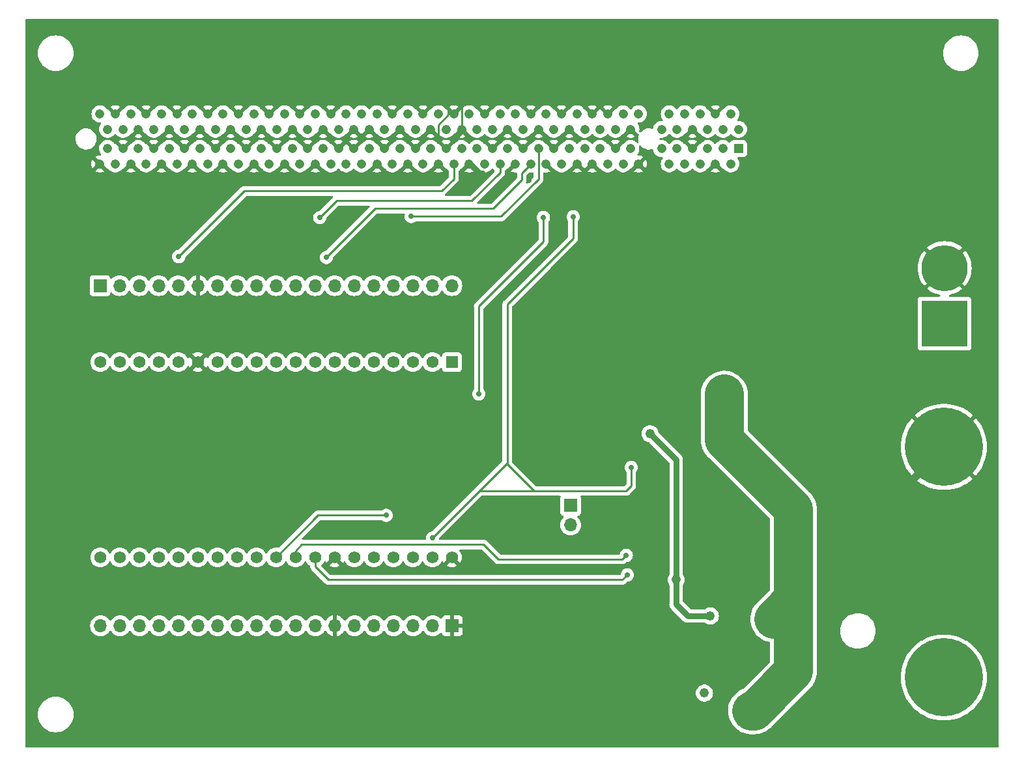
<source format=gbr>
%TF.GenerationSoftware,KiCad,Pcbnew,7.0.7*%
%TF.CreationDate,2024-02-19T11:00:26-08:00*%
%TF.ProjectId,Core-Board,436f7265-2d42-46f6-9172-642e6b696361,rev?*%
%TF.SameCoordinates,Original*%
%TF.FileFunction,Copper,L4,Bot*%
%TF.FilePolarity,Positive*%
%FSLAX46Y46*%
G04 Gerber Fmt 4.6, Leading zero omitted, Abs format (unit mm)*
G04 Created by KiCad (PCBNEW 7.0.7) date 2024-02-19 11:00:26*
%MOMM*%
%LPD*%
G01*
G04 APERTURE LIST*
%TA.AperFunction,ComponentPad*%
%ADD10R,1.208000X1.208000*%
%TD*%
%TA.AperFunction,ComponentPad*%
%ADD11C,1.208000*%
%TD*%
%TA.AperFunction,ComponentPad*%
%ADD12R,1.700000X1.700000*%
%TD*%
%TA.AperFunction,ComponentPad*%
%ADD13O,1.700000X1.700000*%
%TD*%
%TA.AperFunction,ComponentPad*%
%ADD14R,1.560000X1.560000*%
%TD*%
%TA.AperFunction,ComponentPad*%
%ADD15C,1.560000*%
%TD*%
%TA.AperFunction,ComponentPad*%
%ADD16C,6.000000*%
%TD*%
%TA.AperFunction,ComponentPad*%
%ADD17R,6.000000X6.000000*%
%TD*%
%TA.AperFunction,ComponentPad*%
%ADD18C,10.160000*%
%TD*%
%TA.AperFunction,ViaPad*%
%ADD19C,1.219200*%
%TD*%
%TA.AperFunction,ViaPad*%
%ADD20C,0.711200*%
%TD*%
%TA.AperFunction,Conductor*%
%ADD21C,0.254000*%
%TD*%
%TA.AperFunction,Conductor*%
%ADD22C,1.016000*%
%TD*%
%TA.AperFunction,Conductor*%
%ADD23C,5.080000*%
%TD*%
%TA.AperFunction,Conductor*%
%ADD24C,0.762000*%
%TD*%
G04 APERTURE END LIST*
D10*
%TO.P,J2,A1,+12V*%
%TO.N,12V*%
X207247000Y-80573000D03*
D11*
%TO.P,J2,A2,+12V*%
X206247000Y-82573000D03*
%TO.P,J2,A3,+12V*%
X205247000Y-80573000D03*
%TO.P,J2,A4,GND*%
%TO.N,GND*%
X204247000Y-82573000D03*
%TO.P,J2,A5,5V*%
%TO.N,5V*%
X203247000Y-80573000D03*
%TO.P,J2,A6,5V*%
X202247000Y-82573000D03*
%TO.P,J2,A7,GND*%
%TO.N,GND*%
X201247000Y-80573000D03*
%TO.P,J2,A8,3.3V*%
%TO.N,3.3V*%
X200247000Y-82573000D03*
%TO.P,J2,A9,+3.3V*%
X199247000Y-80573000D03*
%TO.P,J2,A10,3.3VAux*%
X198247000Y-82573000D03*
%TO.P,J2,A11,PWRGD*%
%TO.N,unconnected-(J2-PWRGD-PadA11)*%
X197247000Y-80573000D03*
%TO.P,J2,A12,GND*%
%TO.N,GND*%
X194247000Y-82573000D03*
%TO.P,J2,A13,REFCLK+*%
%TO.N,unconnected-(J2-REFCLK+-PadA13)*%
X193247000Y-80573000D03*
%TO.P,J2,A14,REFCLK-*%
%TO.N,unconnected-(J2-REFCLK--PadA14)*%
X192247000Y-82573000D03*
%TO.P,J2,A15,GND*%
%TO.N,GND*%
X191247000Y-80573000D03*
%TO.P,J2,A16,I2C_SCL_AUX*%
%TO.N,I2C SCL*%
X190247000Y-82573000D03*
%TO.P,J2,A17,I2C_SDA_AUX*%
%TO.N,I2C SDA*%
X189247000Y-80573000D03*
%TO.P,J2,A18,GND*%
%TO.N,GND*%
X188247000Y-82573000D03*
%TO.P,J2,A19,RSVD*%
%TO.N,unconnected-(J2-RSVD-PadA19)*%
X187247000Y-80573000D03*
%TO.P,J2,A20,GND*%
%TO.N,GND*%
X186247000Y-82573000D03*
%TO.P,J2,A21,PERp1*%
%TO.N,unconnected-(J2-PERp1-PadA21)*%
X185247000Y-80573000D03*
%TO.P,J2,A22,PERn1*%
%TO.N,unconnected-(J2-PERn1-PadA22)*%
X184247000Y-82573000D03*
%TO.P,J2,A23,GND*%
%TO.N,GND*%
X183247000Y-80573000D03*
%TO.P,J2,A24,GND*%
X182247000Y-82573000D03*
%TO.P,J2,A25,HX_DT5*%
%TO.N,HX5*%
X181247000Y-80573000D03*
%TO.P,J2,A26,HX_DT6*%
%TO.N,HX6*%
X180247000Y-82573000D03*
%TO.P,J2,A27,GND*%
%TO.N,GND*%
X179247000Y-80573000D03*
%TO.P,J2,A28,GND*%
X178247000Y-82573000D03*
%TO.P,J2,A29,HX_DT7*%
%TO.N,HX7*%
X177247000Y-80573000D03*
%TO.P,J2,A30,HX_DT8*%
%TO.N,HX8*%
X176247000Y-82573000D03*
%TO.P,J2,A31,GND*%
%TO.N,GND*%
X175247000Y-80573000D03*
%TO.P,J2,A32,RSVD*%
%TO.N,unconnected-(J2-RSVD-PadA32)*%
X174247000Y-82573000D03*
%TO.P,J2,A33,RSVD*%
%TO.N,unconnected-(J2-RSVD-PadA33)*%
X173247000Y-80573000D03*
%TO.P,J2,A34,GND*%
%TO.N,GND*%
X172247000Y-82573000D03*
%TO.P,J2,A35,SPI1_CLK*%
%TO.N,SPI1 CLK*%
X171247000Y-80573000D03*
%TO.P,J2,A36,SPI1_MISO*%
%TO.N,SPI1 MISO*%
X170247000Y-82573000D03*
%TO.P,J2,A37,GND*%
%TO.N,GND*%
X169247000Y-80573000D03*
%TO.P,J2,A38,GND*%
X168247000Y-82573000D03*
%TO.P,J2,A39,TC_CS3*%
%TO.N,TC CS 3*%
X167247000Y-80573000D03*
%TO.P,J2,A40,TC_CS4*%
%TO.N,TC CS 4*%
X166247000Y-82573000D03*
%TO.P,J2,A41,GND*%
%TO.N,GND*%
X165247000Y-80573000D03*
%TO.P,J2,A42,GND*%
X164247000Y-82573000D03*
%TO.P,J2,A43,PERp6*%
%TO.N,unconnected-(J2-PERp6-PadA43)*%
X163247000Y-80573000D03*
%TO.P,J2,A44,PERn6*%
%TO.N,unconnected-(J2-PERn6-PadA44)*%
X162247000Y-82573000D03*
%TO.P,J2,A45,GND*%
%TO.N,GND*%
X161247000Y-80573000D03*
%TO.P,J2,A46,GND*%
X160247000Y-82573000D03*
%TO.P,J2,A47,PERp7*%
%TO.N,unconnected-(J2-PERp7-PadA47)*%
X159247000Y-80573000D03*
%TO.P,J2,A48,PERn7*%
%TO.N,unconnected-(J2-PERn7-PadA48)*%
X158247000Y-82573000D03*
%TO.P,J2,A49,GND*%
%TO.N,GND*%
X157247000Y-80573000D03*
%TO.P,J2,A50,RSVD*%
%TO.N,unconnected-(J2-RSVD-PadA50)*%
X156247000Y-82573000D03*
%TO.P,J2,A51,GND*%
%TO.N,GND*%
X155247000Y-80573000D03*
%TO.P,J2,A52,PERp8*%
%TO.N,unconnected-(J2-PERp8-PadA52)*%
X154247000Y-82573000D03*
%TO.P,J2,A53,PERn8*%
%TO.N,unconnected-(J2-PERn8-PadA53)*%
X153247000Y-80573000D03*
%TO.P,J2,A54,GND*%
%TO.N,GND*%
X152247000Y-82573000D03*
%TO.P,J2,A55,GND*%
X151247000Y-80573000D03*
%TO.P,J2,A56,PERp9*%
%TO.N,unconnected-(J2-PERp9-PadA56)*%
X150247000Y-82573000D03*
%TO.P,J2,A57,PERn9*%
%TO.N,unconnected-(J2-PERn9-PadA57)*%
X149247000Y-80573000D03*
%TO.P,J2,A58,GND*%
%TO.N,GND*%
X148247000Y-82573000D03*
%TO.P,J2,A59,GND*%
X147247000Y-80573000D03*
%TO.P,J2,A60,PERp10*%
%TO.N,unconnected-(J2-PERp10-PadA60)*%
X146247000Y-82573000D03*
%TO.P,J2,A61,PERn10*%
%TO.N,unconnected-(J2-PERn10-PadA61)*%
X145247000Y-80573000D03*
%TO.P,J2,A62,GND*%
%TO.N,GND*%
X144247000Y-82573000D03*
%TO.P,J2,A63,GND*%
X143247000Y-80573000D03*
%TO.P,J2,A64,PERp11*%
%TO.N,unconnected-(J2-PERp11-PadA64)*%
X142247000Y-82573000D03*
%TO.P,J2,A65,PERn11*%
%TO.N,unconnected-(J2-PERn11-PadA65)*%
X141247000Y-80573000D03*
%TO.P,J2,A66,GND*%
%TO.N,GND*%
X140247000Y-82573000D03*
%TO.P,J2,A67,GND*%
X139247000Y-80573000D03*
%TO.P,J2,A68,PERp12*%
%TO.N,unconnected-(J2-PERp12-PadA68)*%
X138247000Y-82573000D03*
%TO.P,J2,A69,PERn12*%
%TO.N,unconnected-(J2-PERn12-PadA69)*%
X137247000Y-80573000D03*
%TO.P,J2,A70,GND*%
%TO.N,GND*%
X136247000Y-82573000D03*
%TO.P,J2,A71,GND*%
X135247000Y-80573000D03*
%TO.P,J2,A72,PERp13*%
%TO.N,unconnected-(J2-PERp13-PadA72)*%
X134247000Y-82573000D03*
%TO.P,J2,A73,PERn13*%
%TO.N,unconnected-(J2-PERn13-PadA73)*%
X133247000Y-80573000D03*
%TO.P,J2,A74,GND*%
%TO.N,GND*%
X132247000Y-82573000D03*
%TO.P,J2,A75,GND*%
X131247000Y-80573000D03*
%TO.P,J2,A76,PERp14*%
%TO.N,unconnected-(J2-PERp14-PadA76)*%
X130247000Y-82573000D03*
%TO.P,J2,A77,PERn14*%
%TO.N,unconnected-(J2-PERn14-PadA77)*%
X129247000Y-80573000D03*
%TO.P,J2,A78,GND*%
%TO.N,GND*%
X128247000Y-82573000D03*
%TO.P,J2,A79,GND*%
X127247000Y-80573000D03*
%TO.P,J2,A80,PERp15*%
%TO.N,unconnected-(J2-PERp15-PadA80)*%
X126247000Y-82573000D03*
%TO.P,J2,A81,PERn15*%
%TO.N,unconnected-(J2-PERn15-PadA81)*%
X125247000Y-80573000D03*
%TO.P,J2,A82,GND*%
%TO.N,GND*%
X124247000Y-82573000D03*
%TO.P,J2,B1,+12V*%
%TO.N,12V*%
X207247000Y-78073000D03*
%TO.P,J2,B2,+12V*%
X206247000Y-76073000D03*
%TO.P,J2,B3,+12V*%
X205247000Y-78073000D03*
%TO.P,J2,B4,GND*%
%TO.N,GND*%
X204247000Y-76073000D03*
%TO.P,J2,B5,5V*%
%TO.N,5V*%
X203247000Y-78073000D03*
%TO.P,J2,B6,5V*%
X202247000Y-76073000D03*
%TO.P,J2,B7,GND*%
%TO.N,GND*%
X201247000Y-78073000D03*
%TO.P,J2,B8,+3.3V*%
%TO.N,3.3V*%
X200247000Y-76073000D03*
%TO.P,J2,B9,3.3V*%
X199247000Y-78073000D03*
%TO.P,J2,B10,3.3Vaux*%
X198247000Y-76073000D03*
%TO.P,J2,B11,~{WAKE}*%
%TO.N,unconnected-(J2-~{WAKE}-PadB11)*%
X197247000Y-78073000D03*
%TO.P,J2,B12,RSVD*%
%TO.N,unconnected-(J2-RSVD-PadB12)*%
X194247000Y-76073000D03*
%TO.P,J2,B13,GND*%
%TO.N,GND*%
X193247000Y-78073000D03*
%TO.P,J2,B14,I2C_SCL*%
%TO.N,I2C SCL*%
X192247000Y-76073000D03*
%TO.P,J2,B15,I2C_SDA*%
%TO.N,I2C SDA*%
X191247000Y-78073000D03*
%TO.P,J2,B16,GND*%
%TO.N,GND*%
X190247000Y-76073000D03*
%TO.P,J2,B17,~{PRSNT2}*%
%TO.N,unconnected-(J2-~{PRSNT2}-PadB17)*%
X189247000Y-78073000D03*
%TO.P,J2,B18,GND*%
%TO.N,GND*%
X188247000Y-76073000D03*
%TO.P,J2,B19,PETp1*%
%TO.N,unconnected-(J2-PETp1-PadB19)*%
X187247000Y-78073000D03*
%TO.P,J2,B20,PETn1*%
%TO.N,unconnected-(J2-PETn1-PadB20)*%
X186247000Y-76073000D03*
%TO.P,J2,B21,GND*%
%TO.N,GND*%
X185247000Y-78073000D03*
%TO.P,J2,B22,GND*%
X184247000Y-76073000D03*
%TO.P,J2,B23,HX_DT1*%
%TO.N,HX1*%
X183247000Y-78073000D03*
%TO.P,J2,B24,HX_DT2*%
%TO.N,HX2*%
X182247000Y-76073000D03*
%TO.P,J2,B25,GND*%
%TO.N,GND*%
X181247000Y-78073000D03*
%TO.P,J2,B26,GND*%
X180247000Y-76073000D03*
%TO.P,J2,B27,HX_DT3*%
%TO.N,HX3*%
X179247000Y-78073000D03*
%TO.P,J2,B28,HX_DT4*%
%TO.N,HX4*%
X178247000Y-76073000D03*
%TO.P,J2,B29,GND*%
%TO.N,GND*%
X177247000Y-78073000D03*
%TO.P,J2,B30,RSVD*%
%TO.N,unconnected-(J2-RSVD-PadB30)*%
X176247000Y-76073000D03*
%TO.P,J2,B31,HX_CLK*%
%TO.N,HX CLK*%
X175247000Y-78073000D03*
%TO.P,J2,B32,GND*%
%TO.N,GND*%
X174247000Y-76073000D03*
%TO.P,J2,B33,SPI0_CLK*%
%TO.N,SPI0 CLK*%
X173247000Y-78073000D03*
%TO.P,J2,B34,SPI0_MISO*%
%TO.N,SPI0 MISO*%
X172247000Y-76073000D03*
%TO.P,J2,B35,GND*%
%TO.N,GND*%
X171247000Y-78073000D03*
%TO.P,J2,B36,GND*%
X170247000Y-76073000D03*
%TO.P,J2,B37,TC_CS1*%
%TO.N,TC CS 1*%
X169247000Y-78073000D03*
%TO.P,J2,B38,TC_CS2*%
%TO.N,TC CS 2*%
X168247000Y-76073000D03*
%TO.P,J2,B39,GND*%
%TO.N,GND*%
X167247000Y-78073000D03*
%TO.P,J2,B40,GND*%
X166247000Y-76073000D03*
%TO.P,J2,B41,PETp6*%
%TO.N,unconnected-(J2-PETp6-PadB41)*%
X165247000Y-78073000D03*
%TO.P,J2,B42,PETn6*%
%TO.N,unconnected-(J2-PETn6-PadB42)*%
X164247000Y-76073000D03*
%TO.P,J2,B43,GND*%
%TO.N,GND*%
X163247000Y-78073000D03*
%TO.P,J2,B44,GND*%
X162247000Y-76073000D03*
%TO.P,J2,B45,PETp7*%
%TO.N,unconnected-(J2-PETp7-PadB45)*%
X161247000Y-78073000D03*
%TO.P,J2,B46,PETn7*%
%TO.N,unconnected-(J2-PETn7-PadB46)*%
X160247000Y-76073000D03*
%TO.P,J2,B47,GND*%
%TO.N,GND*%
X159247000Y-78073000D03*
%TO.P,J2,B48,~{PRSNT2}*%
%TO.N,unconnected-(J2-~{PRSNT2}-PadB48)*%
X158247000Y-76073000D03*
%TO.P,J2,B49,GND*%
%TO.N,GND*%
X157247000Y-78073000D03*
%TO.P,J2,B50,PETp8*%
%TO.N,unconnected-(J2-PETp8-PadB50)*%
X156247000Y-76073000D03*
%TO.P,J2,B51,PETn8*%
%TO.N,unconnected-(J2-PETn8-PadB51)*%
X155247000Y-78073000D03*
%TO.P,J2,B52,GND*%
%TO.N,GND*%
X154247000Y-76073000D03*
%TO.P,J2,B53,GND*%
X153247000Y-78073000D03*
%TO.P,J2,B54,PETp9*%
%TO.N,unconnected-(J2-PETp9-PadB54)*%
X152247000Y-76073000D03*
%TO.P,J2,B55,PETn9*%
%TO.N,unconnected-(J2-PETn9-PadB55)*%
X151247000Y-78073000D03*
%TO.P,J2,B56,GND*%
%TO.N,GND*%
X150247000Y-76073000D03*
%TO.P,J2,B57,GND*%
X149247000Y-78073000D03*
%TO.P,J2,B58,PETp10*%
%TO.N,unconnected-(J2-PETp10-PadB58)*%
X148247000Y-76073000D03*
%TO.P,J2,B59,PETn10*%
%TO.N,unconnected-(J2-PETn10-PadB59)*%
X147247000Y-78073000D03*
%TO.P,J2,B60,GND*%
%TO.N,GND*%
X146247000Y-76073000D03*
%TO.P,J2,B61,GND*%
X145247000Y-78073000D03*
%TO.P,J2,B62,PETp11*%
%TO.N,unconnected-(J2-PETp11-PadB62)*%
X144247000Y-76073000D03*
%TO.P,J2,B63,PETn11*%
%TO.N,unconnected-(J2-PETn11-PadB63)*%
X143247000Y-78073000D03*
%TO.P,J2,B64,GND*%
%TO.N,GND*%
X142247000Y-76073000D03*
%TO.P,J2,B65,GND*%
X141247000Y-78073000D03*
%TO.P,J2,B66,PETp12*%
%TO.N,unconnected-(J2-PETp12-PadB66)*%
X140247000Y-76073000D03*
%TO.P,J2,B67,PETn12*%
%TO.N,unconnected-(J2-PETn12-PadB67)*%
X139247000Y-78073000D03*
%TO.P,J2,B68,GND*%
%TO.N,GND*%
X138247000Y-76073000D03*
%TO.P,J2,B69,GND*%
X137247000Y-78073000D03*
%TO.P,J2,B70,PETp13*%
%TO.N,unconnected-(J2-PETp13-PadB70)*%
X136247000Y-76073000D03*
%TO.P,J2,B71,PETn13*%
%TO.N,unconnected-(J2-PETn13-PadB71)*%
X135247000Y-78073000D03*
%TO.P,J2,B72,GND*%
%TO.N,GND*%
X134247000Y-76073000D03*
%TO.P,J2,B73,GND*%
X133247000Y-78073000D03*
%TO.P,J2,B74,PETp14*%
%TO.N,unconnected-(J2-PETp14-PadB74)*%
X132247000Y-76073000D03*
%TO.P,J2,B75,PETn14*%
%TO.N,unconnected-(J2-PETn14-PadB75)*%
X131247000Y-78073000D03*
%TO.P,J2,B76,GND*%
%TO.N,GND*%
X130247000Y-76073000D03*
%TO.P,J2,B77,GND*%
X129247000Y-78073000D03*
%TO.P,J2,B78,PETp15*%
%TO.N,unconnected-(J2-PETp15-PadB78)*%
X128247000Y-76073000D03*
%TO.P,J2,B79,PETn15*%
%TO.N,unconnected-(J2-PETn15-PadB79)*%
X127247000Y-78073000D03*
%TO.P,J2,B80,GND*%
%TO.N,GND*%
X126247000Y-76073000D03*
%TO.P,J2,B81,~{PRSNT2}*%
%TO.N,unconnected-(J2-~{PRSNT2}-PadB81)*%
X125247000Y-78073000D03*
%TO.P,J2,B82,RSVD*%
%TO.N,unconnected-(J2-RSVD-PadB82)*%
X124247000Y-76073000D03*
%TD*%
D12*
%TO.P,J4,1,Pin_1*%
%TO.N,5V*%
X124266800Y-98399600D03*
D13*
%TO.P,J4,2,Pin_2*%
%TO.N,unconnected-(J4-Pin_2-Pad2)*%
X126806800Y-98399600D03*
%TO.P,J4,3,Pin_3*%
%TO.N,unconnected-(J4-Pin_3-Pad3)*%
X129346800Y-98399600D03*
%TO.P,J4,4,Pin_4*%
%TO.N,unconnected-(J4-Pin_4-Pad4)*%
X131886800Y-98399600D03*
%TO.P,J4,5,Pin_5*%
%TO.N,SPI1 MISO*%
X134426800Y-98399600D03*
%TO.P,J4,6,Pin_6*%
%TO.N,GND*%
X136966800Y-98399600D03*
%TO.P,J4,7,Pin_7*%
%TO.N,unconnected-(J4-Pin_7-Pad7)*%
X139506800Y-98399600D03*
%TO.P,J4,8,Pin_8*%
%TO.N,SPI1 CLK*%
X142046800Y-98399600D03*
%TO.P,J4,9,Pin_9*%
%TO.N,HX CLK*%
X144586800Y-98399600D03*
%TO.P,J4,10,Pin_10*%
%TO.N,HX8*%
X147126800Y-98399600D03*
%TO.P,J4,11,Pin_11*%
%TO.N,HX7*%
X149666800Y-98399600D03*
%TO.P,J4,12,Pin_12*%
%TO.N,HX6*%
X152206800Y-98399600D03*
%TO.P,J4,13,Pin_13*%
%TO.N,HX5*%
X154746800Y-98399600D03*
%TO.P,J4,14,Pin_14*%
%TO.N,HX4*%
X157286800Y-98399600D03*
%TO.P,J4,15,Pin_15*%
%TO.N,HX3*%
X159826800Y-98399600D03*
%TO.P,J4,16,Pin_16*%
%TO.N,HX2*%
X162366800Y-98399600D03*
%TO.P,J4,17,Pin_17*%
%TO.N,HX1*%
X164906800Y-98399600D03*
%TO.P,J4,18,Pin_18*%
%TO.N,EN*%
X167446800Y-98399600D03*
%TO.P,J4,19,Pin_19*%
%TO.N,3.3V*%
X169986800Y-98399600D03*
%TD*%
D14*
%TO.P,J3,1,3V3*%
%TO.N,3.3V*%
X170001000Y-108341001D03*
D15*
%TO.P,J3,2,EN*%
%TO.N,EN*%
X167461000Y-108341001D03*
%TO.P,J3,3,SENSOR_VP*%
%TO.N,HX1*%
X164921000Y-108341001D03*
%TO.P,J3,4,SENSOR_VN*%
%TO.N,HX2*%
X162381000Y-108341001D03*
%TO.P,J3,5,IO34*%
%TO.N,HX3*%
X159841000Y-108341001D03*
%TO.P,J3,6,IO35*%
%TO.N,HX4*%
X157301000Y-108341001D03*
%TO.P,J3,7,IO32*%
%TO.N,HX5*%
X154761000Y-108341001D03*
%TO.P,J3,8,IO33*%
%TO.N,HX6*%
X152221000Y-108341001D03*
%TO.P,J3,9,IO25*%
%TO.N,HX7*%
X149681000Y-108341001D03*
%TO.P,J3,10,IO26*%
%TO.N,HX8*%
X147141000Y-108341001D03*
%TO.P,J3,11,IO27*%
%TO.N,HX CLK*%
X144601000Y-108341001D03*
%TO.P,J3,12,IO14*%
%TO.N,SPI1 CLK*%
X142061000Y-108341001D03*
%TO.P,J3,13,IO12*%
%TO.N,unconnected-(J3-IO12-Pad13)*%
X139521000Y-108341001D03*
%TO.P,J3,14,GND1*%
%TO.N,GND*%
X136981000Y-108341001D03*
%TO.P,J3,15,IO13*%
%TO.N,SPI1 MISO*%
X134441000Y-108341001D03*
%TO.P,J3,16,SD2*%
%TO.N,unconnected-(J3-SD2-Pad16)*%
X131901000Y-108341001D03*
%TO.P,J3,17,SD3*%
%TO.N,unconnected-(J3-SD3-Pad17)*%
X129361000Y-108341001D03*
%TO.P,J3,18,CMD*%
%TO.N,unconnected-(J3-CMD-Pad18)*%
X126821000Y-108341001D03*
%TO.P,J3,19,EXT_5V*%
%TO.N,5V*%
X124281000Y-108341001D03*
%TO.P,J3,20,GND3*%
%TO.N,GND*%
X170001000Y-133741001D03*
%TO.P,J3,21,IO23*%
%TO.N,SPI0 MISO*%
X167461000Y-133741001D03*
%TO.P,J3,22,IO22*%
%TO.N,I2C SCL*%
X164921000Y-133741001D03*
%TO.P,J3,23,TXD0*%
%TO.N,unconnected-(J3-TXD0-Pad23)*%
X162381000Y-133741001D03*
%TO.P,J3,24,RXD0*%
%TO.N,unconnected-(J3-RXD0-Pad24)*%
X159841000Y-133741001D03*
%TO.P,J3,25,IO21*%
%TO.N,I2C SDA*%
X157301000Y-133741001D03*
%TO.P,J3,26,GND2*%
%TO.N,GND*%
X154761000Y-133741001D03*
%TO.P,J3,27,IO19*%
%TO.N,SPI0 MOSI*%
X152221000Y-133741001D03*
%TO.P,J3,28,IO18*%
%TO.N,SPI0 CLK*%
X149681000Y-133741001D03*
%TO.P,J3,29,IO5*%
%TO.N,SPI0 CS*%
X147141000Y-133741001D03*
%TO.P,J3,30,IO17*%
%TO.N,TC CS 1*%
X144601000Y-133741001D03*
%TO.P,J3,31,IO16*%
%TO.N,TC CS 2*%
X142061000Y-133741001D03*
%TO.P,J3,32,IO4*%
%TO.N,TC CS 3*%
X139521000Y-133741001D03*
%TO.P,J3,33,IO0*%
%TO.N,unconnected-(J3-IO0-Pad33)*%
X136981000Y-133741001D03*
%TO.P,J3,34,IO2*%
%TO.N,unconnected-(J3-IO2-Pad34)*%
X134441000Y-133741001D03*
%TO.P,J3,35,IO15*%
%TO.N,TC CS 4*%
X131901000Y-133741001D03*
%TO.P,J3,36,SD1*%
%TO.N,unconnected-(J3-SD1-Pad36)*%
X129361000Y-133741001D03*
%TO.P,J3,37,SD0*%
%TO.N,unconnected-(J3-SD0-Pad37)*%
X126821000Y-133741001D03*
%TO.P,J3,38,CLK*%
%TO.N,unconnected-(J3-CLK-Pad38)*%
X124281000Y-133741001D03*
%TD*%
D12*
%TO.P,J5,1,Pin_1*%
%TO.N,GND*%
X170043000Y-142621000D03*
D13*
%TO.P,J5,2,Pin_2*%
%TO.N,SPI0 MISO*%
X167503000Y-142621000D03*
%TO.P,J5,3,Pin_3*%
%TO.N,I2C SCL*%
X164963000Y-142621000D03*
%TO.P,J5,4,Pin_4*%
%TO.N,unconnected-(J5-Pin_4-Pad4)*%
X162423000Y-142621000D03*
%TO.P,J5,5,Pin_5*%
%TO.N,unconnected-(J5-Pin_5-Pad5)*%
X159883000Y-142621000D03*
%TO.P,J5,6,Pin_6*%
%TO.N,I2C SDA*%
X157343000Y-142621000D03*
%TO.P,J5,7,Pin_7*%
%TO.N,GND*%
X154803000Y-142621000D03*
%TO.P,J5,8,Pin_8*%
%TO.N,SPI0 MOSI*%
X152263000Y-142621000D03*
%TO.P,J5,9,Pin_9*%
%TO.N,SPI0 CLK*%
X149723000Y-142621000D03*
%TO.P,J5,10,Pin_10*%
%TO.N,SPI0 CS*%
X147183000Y-142621000D03*
%TO.P,J5,11,Pin_11*%
%TO.N,SPI1 MOSI*%
X144643000Y-142621000D03*
%TO.P,J5,12,Pin_12*%
%TO.N,unconnected-(J5-Pin_12-Pad12)*%
X142103000Y-142621000D03*
%TO.P,J5,13,Pin_13*%
%TO.N,unconnected-(J5-Pin_13-Pad13)*%
X139563000Y-142621000D03*
%TO.P,J5,14,Pin_14*%
%TO.N,unconnected-(J5-Pin_14-Pad14)*%
X137023000Y-142621000D03*
%TO.P,J5,15,Pin_15*%
%TO.N,unconnected-(J5-Pin_15-Pad15)*%
X134483000Y-142621000D03*
%TO.P,J5,16,Pin_16*%
%TO.N,unconnected-(J5-Pin_16-Pad16)*%
X131943000Y-142621000D03*
%TO.P,J5,17,Pin_17*%
%TO.N,unconnected-(J5-Pin_17-Pad17)*%
X129403000Y-142621000D03*
%TO.P,J5,18,Pin_18*%
%TO.N,unconnected-(J5-Pin_18-Pad18)*%
X126863000Y-142621000D03*
%TO.P,J5,19,Pin_19*%
%TO.N,unconnected-(J5-Pin_19-Pad19)*%
X124323000Y-142621000D03*
%TD*%
D16*
%TO.P,J3,N,NEG*%
%TO.N,GND*%
X234035600Y-96127200D03*
D17*
%TO.P,J3,P,POS*%
%TO.N,+12V*%
X234035600Y-103327200D03*
%TD*%
D18*
%TO.P,J1,1,Pin_1*%
%TO.N,+12V*%
X233934000Y-149350000D03*
%TO.P,J1,2,Pin_2*%
%TO.N,GND*%
X233934000Y-119380000D03*
%TD*%
D12*
%TO.P,J1,1,Pin_1*%
%TO.N,Net-(J1-Pin_1)*%
X185420000Y-127000000D03*
D13*
%TO.P,J1,2,Pin_2*%
%TO.N,SD CS_3.3*%
X185420000Y-129540000D03*
%TD*%
D19*
%TO.N,GND*%
X191109600Y-127254000D03*
D20*
X173532800Y-97790000D03*
X177998100Y-84105545D03*
X177165000Y-74930000D03*
D19*
X132384800Y-86969600D03*
D20*
X173998100Y-83820000D03*
X184708800Y-101396800D03*
D19*
X216458800Y-104800400D03*
D20*
X155905200Y-130352800D03*
D19*
X200152000Y-71120000D03*
D20*
X189230000Y-74295000D03*
X169545000Y-73660000D03*
X180022896Y-84747100D03*
X168275000Y-73660000D03*
X194665600Y-77571600D03*
D19*
X157378400Y-118618000D03*
D20*
X171450000Y-73660000D03*
X185674000Y-86156800D03*
D19*
X126492000Y-151257000D03*
X201676000Y-146050000D03*
%TO.N,12V*%
X204890000Y-115366800D03*
X208938000Y-153684000D03*
X205391473Y-112514927D03*
X211822000Y-141746000D03*
%TO.N,3.3V*%
X195769000Y-117664000D03*
X203581000Y-141351000D03*
X199136000Y-136652000D03*
%TO.N,5V*%
X202811500Y-151384000D03*
D20*
%TO.N,HX5*%
X164719000Y-89408000D03*
%TO.N,HX6*%
X153670000Y-94742000D03*
%TO.N,HX8*%
X152806400Y-89560400D03*
%TO.N,SPI1 MISO*%
X134493000Y-94615000D03*
%TO.N,SPI0 CLK*%
X192659000Y-133477000D03*
X173482000Y-112471200D03*
X181889555Y-89535155D03*
%TO.N,SPI0 MISO*%
X167461000Y-131216400D03*
X193294000Y-122047000D03*
X185750200Y-89433400D03*
%TO.N,SPI0 MOSI*%
X192786000Y-136017000D03*
%TO.N,SPI0 CS*%
X161442400Y-128270000D03*
%TD*%
D21*
%TO.N,GND*%
X169247000Y-80573000D02*
X168262000Y-79588000D01*
X172247000Y-82573000D02*
X172751100Y-82573000D01*
X171247000Y-73863000D02*
X171450000Y-73660000D01*
X169545000Y-76200000D02*
X169545000Y-73660000D01*
X169247000Y-80573000D02*
X171247000Y-78573000D01*
X168262000Y-79588000D02*
X168262000Y-77483000D01*
D22*
X228650800Y-124815600D02*
X228650800Y-126796800D01*
D21*
X166247000Y-76073000D02*
X168275000Y-74045000D01*
X168275000Y-74045000D02*
X168275000Y-73660000D01*
X172751100Y-82573000D02*
X173998100Y-83820000D01*
X172247000Y-82573000D02*
X172247000Y-82708425D01*
X171247000Y-78073000D02*
X171247000Y-73863000D01*
X171247000Y-78573000D02*
X171247000Y-78073000D01*
D22*
X233095800Y-120370600D02*
X228650800Y-124815600D01*
D21*
X168262000Y-77483000D02*
X169545000Y-76200000D01*
D23*
%TO.N,12V*%
X209282000Y-153684000D02*
X208938000Y-153684000D01*
X214376000Y-127457200D02*
X214376000Y-139192000D01*
X211822000Y-141746000D02*
X214376000Y-139192000D01*
X205391473Y-112514927D02*
X205391473Y-118472673D01*
X214376000Y-139192000D02*
X214376000Y-148590000D01*
X214376000Y-148590000D02*
X209282000Y-153684000D01*
X205391473Y-118472673D02*
X214376000Y-127457200D01*
D24*
%TO.N,3.3V*%
X200660000Y-141351000D02*
X199136000Y-139827000D01*
X203581000Y-141351000D02*
X200660000Y-141351000D01*
X195769000Y-117664000D02*
X199136000Y-121031000D01*
X199136000Y-121031000D02*
X199136000Y-136652000D01*
X199136000Y-139827000D02*
X199136000Y-136652000D01*
D21*
%TO.N,HX5*%
X176403000Y-89408000D02*
X181247000Y-84564000D01*
X181247000Y-84564000D02*
X181247000Y-80573000D01*
X164719000Y-89408000D02*
X176403000Y-89408000D01*
%TO.N,HX6*%
X179070000Y-84658286D02*
X179070000Y-83750000D01*
X153670000Y-94742000D02*
X160020000Y-88392000D01*
X180247000Y-82897000D02*
X180247000Y-82573000D01*
X179070000Y-83750000D02*
X180247000Y-82573000D01*
X175336286Y-88392000D02*
X179070000Y-84658286D01*
X160020000Y-88392000D02*
X175336286Y-88392000D01*
%TO.N,HX8*%
X152806400Y-89560400D02*
X154990800Y-87376000D01*
X154990800Y-87376000D02*
X172593000Y-87376000D01*
X172593000Y-87376000D02*
X176247000Y-83722000D01*
X176247000Y-83722000D02*
X176247000Y-82573000D01*
%TO.N,SPI1 MISO*%
X134493000Y-94615000D02*
X143002000Y-86106000D01*
X168656000Y-86106000D02*
X170247000Y-84515000D01*
X143002000Y-86106000D02*
X168656000Y-86106000D01*
X170247000Y-84515000D02*
X170247000Y-82573000D01*
%TO.N,SPI0 CLK*%
X181889555Y-89535155D02*
X181889555Y-92684445D01*
X192659000Y-133477000D02*
X192151000Y-133985000D01*
X150495000Y-132080000D02*
X149681000Y-132894000D01*
X149681000Y-132894000D02*
X149681000Y-133741001D01*
X181889555Y-92684445D02*
X173482000Y-101092000D01*
X176022000Y-133985000D02*
X174117000Y-132080000D01*
X173482000Y-101092000D02*
X173482000Y-112471200D01*
X192151000Y-133985000D02*
X176022000Y-133985000D01*
X174117000Y-132080000D02*
X150495000Y-132080000D01*
%TO.N,SPI0 MISO*%
X173558200Y-125095000D02*
X175107600Y-123545600D01*
X167461000Y-131216400D02*
X167461000Y-131192200D01*
X193294000Y-124460000D02*
X193294000Y-122047000D01*
X192659000Y-125095000D02*
X193294000Y-124460000D01*
X185750200Y-89433400D02*
X185750200Y-92278200D01*
X177190400Y-121462800D02*
X177190400Y-121640600D01*
X177190400Y-121462800D02*
X174904400Y-123748800D01*
X173685200Y-125095000D02*
X180644800Y-125095000D01*
X173558200Y-125095000D02*
X173685200Y-125095000D01*
X185750200Y-92278200D02*
X177190400Y-100838000D01*
X180644800Y-125095000D02*
X192659000Y-125095000D01*
X167461000Y-131192200D02*
X173558200Y-125095000D01*
X177190400Y-100838000D02*
X177190400Y-121462800D01*
X177190400Y-121640600D02*
X180644800Y-125095000D01*
%TO.N,SPI0 MOSI*%
X153924000Y-136652000D02*
X152221000Y-134949000D01*
X192151000Y-136652000D02*
X153924000Y-136652000D01*
X152221000Y-134949000D02*
X152221000Y-133741001D01*
X192786000Y-136017000D02*
X192151000Y-136652000D01*
%TO.N,SPI0 CS*%
X152612001Y-128270000D02*
X147141000Y-133741001D01*
X161442400Y-128270000D02*
X152612001Y-128270000D01*
%TD*%
%TA.AperFunction,Conductor*%
%TO.N,GND*%
G36*
X177875597Y-82689357D02*
G01*
X177932433Y-82731904D01*
X177937048Y-82738498D01*
X177985936Y-82813328D01*
X178086354Y-82891485D01*
X178083902Y-82894635D01*
X178120037Y-82930471D01*
X178135417Y-82999782D01*
X178110884Y-83066405D01*
X178098797Y-83080411D01*
X177661088Y-83518119D01*
X177749209Y-83572682D01*
X177749213Y-83572684D01*
X177941381Y-83647131D01*
X178143961Y-83685000D01*
X178316500Y-83685000D01*
X178384621Y-83705002D01*
X178431114Y-83758658D01*
X178442500Y-83811000D01*
X178442500Y-84346177D01*
X178422498Y-84414298D01*
X178405595Y-84435272D01*
X175113272Y-87727595D01*
X175050960Y-87761621D01*
X175024177Y-87764500D01*
X173396109Y-87764500D01*
X173327988Y-87744498D01*
X173281495Y-87690842D01*
X173271391Y-87620568D01*
X173300885Y-87555988D01*
X173307014Y-87549405D01*
X174137803Y-86718616D01*
X176631886Y-84224531D01*
X176644245Y-84214632D01*
X176644050Y-84214396D01*
X176650157Y-84209342D01*
X176650162Y-84209340D01*
X176697677Y-84158741D01*
X176718623Y-84137796D01*
X176722867Y-84132323D01*
X176726709Y-84127824D01*
X176758692Y-84093768D01*
X176768311Y-84076270D01*
X176779175Y-84059731D01*
X176791404Y-84043967D01*
X176791403Y-84043967D01*
X176791408Y-84043962D01*
X176809966Y-84001073D01*
X176812552Y-83995795D01*
X176835072Y-83954834D01*
X176840039Y-83935486D01*
X176846441Y-83916788D01*
X176854373Y-83898459D01*
X176861682Y-83852304D01*
X176862874Y-83846548D01*
X176874500Y-83801272D01*
X176874500Y-83781295D01*
X176876051Y-83761584D01*
X176879174Y-83741867D01*
X176875805Y-83706223D01*
X176874780Y-83695377D01*
X176874500Y-83689445D01*
X176874500Y-83551162D01*
X176894502Y-83483041D01*
X176915615Y-83458047D01*
X177066730Y-83320288D01*
X177150523Y-83209327D01*
X177207537Y-83167019D01*
X177259823Y-83159562D01*
X177298532Y-83162256D01*
X177742469Y-82718318D01*
X177804782Y-82684293D01*
X177875597Y-82689357D01*
G37*
%TD.AperFunction*%
%TA.AperFunction,Conductor*%
G36*
X172730006Y-82701458D02*
G01*
X172752587Y-82719376D01*
X173195466Y-83162256D01*
X173234213Y-83159569D01*
X173303555Y-83174809D01*
X173343482Y-83209335D01*
X173427266Y-83320284D01*
X173578536Y-83458185D01*
X173752566Y-83565940D01*
X173752568Y-83565940D01*
X173752573Y-83565944D01*
X173943444Y-83639888D01*
X174144653Y-83677500D01*
X174144655Y-83677500D01*
X174349345Y-83677500D01*
X174349347Y-83677500D01*
X174550556Y-83639888D01*
X174741427Y-83565944D01*
X174915462Y-83458186D01*
X175066732Y-83320285D01*
X175146449Y-83214721D01*
X175203463Y-83172414D01*
X175274299Y-83167646D01*
X175336468Y-83201932D01*
X175347551Y-83214722D01*
X175427267Y-83320285D01*
X175504483Y-83390677D01*
X175541349Y-83451352D01*
X175539560Y-83522326D01*
X175508692Y-83572887D01*
X172369986Y-86711595D01*
X172307674Y-86745620D01*
X172280891Y-86748500D01*
X169206632Y-86748500D01*
X169138511Y-86728498D01*
X169092018Y-86674842D01*
X169081914Y-86604568D01*
X169109543Y-86542190D01*
X169118736Y-86531077D01*
X169122714Y-86526703D01*
X170631886Y-85017531D01*
X170644245Y-85007632D01*
X170644050Y-85007396D01*
X170650157Y-85002342D01*
X170650162Y-85002340D01*
X170697677Y-84951741D01*
X170718623Y-84930796D01*
X170722867Y-84925323D01*
X170726709Y-84920824D01*
X170758692Y-84886768D01*
X170759133Y-84885967D01*
X170768312Y-84869268D01*
X170779175Y-84852731D01*
X170790787Y-84837763D01*
X170791408Y-84836962D01*
X170809959Y-84794089D01*
X170812557Y-84788785D01*
X170835072Y-84747834D01*
X170840041Y-84728479D01*
X170846444Y-84709781D01*
X170851596Y-84697878D01*
X170854374Y-84691458D01*
X170861684Y-84645299D01*
X170862882Y-84639515D01*
X170874500Y-84594272D01*
X170874500Y-84574302D01*
X170876051Y-84554592D01*
X170878777Y-84537377D01*
X170879175Y-84534867D01*
X170874780Y-84488370D01*
X170874500Y-84482437D01*
X170874500Y-83551162D01*
X170894502Y-83483041D01*
X170915615Y-83458047D01*
X171066730Y-83320288D01*
X171150523Y-83209327D01*
X171207537Y-83167019D01*
X171259823Y-83159562D01*
X171298532Y-83162256D01*
X171742469Y-82718318D01*
X171804782Y-82684293D01*
X171875597Y-82689357D01*
X171932433Y-82731904D01*
X171937048Y-82738498D01*
X171985936Y-82813328D01*
X172086354Y-82891485D01*
X172083907Y-82894628D01*
X172120071Y-82930533D01*
X172135411Y-82999853D01*
X172110840Y-83066462D01*
X172098797Y-83080411D01*
X171661088Y-83518119D01*
X171749209Y-83572682D01*
X171749213Y-83572684D01*
X171941381Y-83647131D01*
X172143961Y-83685000D01*
X172350039Y-83685000D01*
X172552618Y-83647131D01*
X172744787Y-83572684D01*
X172744794Y-83572681D01*
X172832909Y-83518120D01*
X172832909Y-83518119D01*
X172391632Y-83076842D01*
X172357606Y-83014530D01*
X172362671Y-82943715D01*
X172405218Y-82886879D01*
X172420758Y-82876933D01*
X172433154Y-82870223D01*
X172464947Y-82853019D01*
X172535847Y-82776001D01*
X172544056Y-82767084D01*
X172544056Y-82767082D01*
X172544060Y-82767079D01*
X172548105Y-82757857D01*
X172593780Y-82703512D01*
X172661592Y-82682485D01*
X172730006Y-82701458D01*
G37*
%TD.AperFunction*%
%TA.AperFunction,Conductor*%
G36*
X180540983Y-83662024D02*
G01*
X180596544Y-83706223D01*
X180619389Y-83773444D01*
X180619500Y-83778735D01*
X180619500Y-84251891D01*
X180599498Y-84320012D01*
X180582599Y-84340981D01*
X180205993Y-84717588D01*
X179830538Y-85093043D01*
X179768226Y-85127068D01*
X179697410Y-85122003D01*
X179640575Y-85079456D01*
X179615764Y-85012936D01*
X179625803Y-84953913D01*
X179632963Y-84937366D01*
X179635557Y-84932071D01*
X179658072Y-84891120D01*
X179663041Y-84871765D01*
X179669444Y-84853067D01*
X179669590Y-84852731D01*
X179677374Y-84834744D01*
X179684684Y-84788585D01*
X179685882Y-84782801D01*
X179697500Y-84737558D01*
X179697500Y-84717588D01*
X179699051Y-84697878D01*
X179699362Y-84695912D01*
X179702175Y-84678153D01*
X179697780Y-84631656D01*
X179697500Y-84625723D01*
X179697500Y-84062109D01*
X179717502Y-83993988D01*
X179734400Y-83973018D01*
X180001026Y-83706391D01*
X180063337Y-83672368D01*
X180113273Y-83671634D01*
X180129087Y-83674590D01*
X180144652Y-83677500D01*
X180144653Y-83677500D01*
X180349344Y-83677500D01*
X180349347Y-83677500D01*
X180470352Y-83654880D01*
X180540983Y-83662024D01*
G37*
%TD.AperFunction*%
%TA.AperFunction,Conductor*%
G36*
X240987621Y-63774502D02*
G01*
X241034114Y-63828158D01*
X241045500Y-63880500D01*
X241045500Y-158369500D01*
X241025498Y-158437621D01*
X240971842Y-158484114D01*
X240919500Y-158495500D01*
X114680500Y-158495500D01*
X114612379Y-158475498D01*
X114565886Y-158421842D01*
X114554500Y-158369500D01*
X114554500Y-154178003D01*
X116190555Y-154178003D01*
X116210312Y-154479438D01*
X116210315Y-154479456D01*
X116269246Y-154775726D01*
X116269248Y-154775733D01*
X116321785Y-154930500D01*
X116366351Y-155061786D01*
X116366354Y-155061792D01*
X116499960Y-155332720D01*
X116499961Y-155332722D01*
X116499962Y-155332723D01*
X116667794Y-155583901D01*
X116750630Y-155678357D01*
X116866975Y-155811024D01*
X116910717Y-155849384D01*
X117094099Y-156010206D01*
X117345277Y-156178038D01*
X117616214Y-156311649D01*
X117902272Y-156408753D01*
X118198557Y-156467687D01*
X118370810Y-156478977D01*
X118499997Y-156487445D01*
X118500000Y-156487445D01*
X118500003Y-156487445D01*
X118613041Y-156480035D01*
X118801443Y-156467687D01*
X119097728Y-156408753D01*
X119383786Y-156311649D01*
X119654723Y-156178038D01*
X119905901Y-156010206D01*
X120133024Y-155811024D01*
X120332206Y-155583901D01*
X120500038Y-155332723D01*
X120633649Y-155061786D01*
X120730753Y-154775728D01*
X120789687Y-154479443D01*
X120809445Y-154178000D01*
X120789687Y-153876557D01*
X120730753Y-153580272D01*
X120633649Y-153294214D01*
X120500038Y-153023278D01*
X120332206Y-152772099D01*
X120201494Y-152623051D01*
X120133024Y-152544975D01*
X119989231Y-152418873D01*
X119905901Y-152345794D01*
X119654723Y-152177962D01*
X119654722Y-152177961D01*
X119654720Y-152177960D01*
X119383792Y-152044354D01*
X119383786Y-152044351D01*
X119286772Y-152011419D01*
X119097733Y-151947248D01*
X119097726Y-151947246D01*
X118801456Y-151888315D01*
X118801438Y-151888312D01*
X118500003Y-151868555D01*
X118499997Y-151868555D01*
X118198561Y-151888312D01*
X118198543Y-151888315D01*
X117902273Y-151947246D01*
X117902266Y-151947248D01*
X117621196Y-152042659D01*
X117616214Y-152044351D01*
X117616211Y-152044352D01*
X117616207Y-152044354D01*
X117345280Y-152177960D01*
X117094102Y-152345791D01*
X116866975Y-152544975D01*
X116667791Y-152772102D01*
X116499960Y-153023280D01*
X116366354Y-153294207D01*
X116366350Y-153294217D01*
X116269248Y-153580266D01*
X116269246Y-153580273D01*
X116210315Y-153876543D01*
X116210312Y-153876561D01*
X116190555Y-154177996D01*
X116190555Y-154178003D01*
X114554500Y-154178003D01*
X114554500Y-151384004D01*
X201696644Y-151384004D01*
X201715626Y-151588852D01*
X201715627Y-151588854D01*
X201771928Y-151786732D01*
X201863630Y-151970896D01*
X201863631Y-151970897D01*
X201863632Y-151970899D01*
X201987608Y-152135072D01*
X201987611Y-152135074D01*
X202139643Y-152273669D01*
X202139657Y-152273680D01*
X202314554Y-152381971D01*
X202314557Y-152381972D01*
X202314566Y-152381978D01*
X202506400Y-152456295D01*
X202506405Y-152456297D01*
X202708634Y-152494100D01*
X202708636Y-152494100D01*
X202914364Y-152494100D01*
X202914366Y-152494100D01*
X203116595Y-152456297D01*
X203308434Y-152381978D01*
X203366878Y-152345791D01*
X203483342Y-152273680D01*
X203483344Y-152273677D01*
X203483351Y-152273674D01*
X203635389Y-152135074D01*
X203653321Y-152111329D01*
X203703897Y-152044354D01*
X203759370Y-151970896D01*
X203851072Y-151786732D01*
X203907373Y-151588854D01*
X203926356Y-151384000D01*
X203921016Y-151326378D01*
X203907373Y-151179147D01*
X203891111Y-151121993D01*
X203851072Y-150981268D01*
X203759370Y-150797104D01*
X203759367Y-150797100D01*
X203635391Y-150632927D01*
X203635388Y-150632925D01*
X203483356Y-150494330D01*
X203483342Y-150494319D01*
X203308445Y-150386028D01*
X203308438Y-150386024D01*
X203308434Y-150386022D01*
X203293099Y-150380081D01*
X203116599Y-150311704D01*
X203116600Y-150311704D01*
X203116595Y-150311703D01*
X202914366Y-150273900D01*
X202708634Y-150273900D01*
X202556030Y-150302426D01*
X202506399Y-150311704D01*
X202314570Y-150386020D01*
X202314554Y-150386028D01*
X202139657Y-150494319D01*
X202139643Y-150494330D01*
X201987611Y-150632925D01*
X201987608Y-150632927D01*
X201863632Y-150797100D01*
X201771928Y-150981268D01*
X201771925Y-150981276D01*
X201715626Y-151179147D01*
X201696644Y-151383995D01*
X201696644Y-151384004D01*
X114554500Y-151384004D01*
X114554500Y-142621000D01*
X122967341Y-142621000D01*
X122987937Y-142856411D01*
X123049096Y-143084661D01*
X123049098Y-143084665D01*
X123148965Y-143298830D01*
X123284498Y-143492392D01*
X123284505Y-143492401D01*
X123451599Y-143659495D01*
X123645170Y-143795035D01*
X123859337Y-143894903D01*
X124087592Y-143956063D01*
X124323000Y-143976659D01*
X124558408Y-143956063D01*
X124786663Y-143894903D01*
X125000830Y-143795035D01*
X125194401Y-143659495D01*
X125361495Y-143492401D01*
X125489787Y-143309180D01*
X125545244Y-143264853D01*
X125615863Y-143257544D01*
X125679224Y-143289575D01*
X125696213Y-143309181D01*
X125824498Y-143492392D01*
X125824505Y-143492401D01*
X125991599Y-143659495D01*
X126185170Y-143795035D01*
X126399337Y-143894903D01*
X126627592Y-143956063D01*
X126863000Y-143976659D01*
X127098408Y-143956063D01*
X127326663Y-143894903D01*
X127540830Y-143795035D01*
X127734401Y-143659495D01*
X127901495Y-143492401D01*
X128029787Y-143309180D01*
X128085244Y-143264853D01*
X128155863Y-143257544D01*
X128219224Y-143289575D01*
X128236213Y-143309181D01*
X128364498Y-143492392D01*
X128364505Y-143492401D01*
X128531599Y-143659495D01*
X128725170Y-143795035D01*
X128939337Y-143894903D01*
X129167592Y-143956063D01*
X129403000Y-143976659D01*
X129638408Y-143956063D01*
X129866663Y-143894903D01*
X130080830Y-143795035D01*
X130274401Y-143659495D01*
X130441495Y-143492401D01*
X130569787Y-143309181D01*
X130625243Y-143264853D01*
X130695862Y-143257544D01*
X130759222Y-143289574D01*
X130776212Y-143309181D01*
X130904502Y-143492397D01*
X130904505Y-143492401D01*
X131071599Y-143659495D01*
X131265170Y-143795035D01*
X131479337Y-143894903D01*
X131707592Y-143956063D01*
X131943000Y-143976659D01*
X132178408Y-143956063D01*
X132406663Y-143894903D01*
X132620830Y-143795035D01*
X132814401Y-143659495D01*
X132981495Y-143492401D01*
X133109787Y-143309180D01*
X133165244Y-143264852D01*
X133235863Y-143257543D01*
X133299224Y-143289573D01*
X133316213Y-143309181D01*
X133444498Y-143492392D01*
X133444502Y-143492397D01*
X133444505Y-143492401D01*
X133611599Y-143659495D01*
X133805170Y-143795035D01*
X134019337Y-143894903D01*
X134247592Y-143956063D01*
X134483000Y-143976659D01*
X134718408Y-143956063D01*
X134946663Y-143894903D01*
X135160830Y-143795035D01*
X135354401Y-143659495D01*
X135521495Y-143492401D01*
X135649787Y-143309180D01*
X135705244Y-143264853D01*
X135775863Y-143257544D01*
X135839224Y-143289575D01*
X135856213Y-143309181D01*
X135984498Y-143492392D01*
X135984505Y-143492401D01*
X136151599Y-143659495D01*
X136345170Y-143795035D01*
X136559337Y-143894903D01*
X136787592Y-143956063D01*
X137023000Y-143976659D01*
X137258408Y-143956063D01*
X137486663Y-143894903D01*
X137700830Y-143795035D01*
X137894401Y-143659495D01*
X138061495Y-143492401D01*
X138189787Y-143309180D01*
X138245244Y-143264853D01*
X138315863Y-143257544D01*
X138379224Y-143289575D01*
X138396213Y-143309181D01*
X138524498Y-143492392D01*
X138524505Y-143492401D01*
X138691599Y-143659495D01*
X138885170Y-143795035D01*
X139099337Y-143894903D01*
X139327592Y-143956063D01*
X139563000Y-143976659D01*
X139798408Y-143956063D01*
X140026663Y-143894903D01*
X140240830Y-143795035D01*
X140434401Y-143659495D01*
X140601495Y-143492401D01*
X140729787Y-143309180D01*
X140785244Y-143264853D01*
X140855863Y-143257544D01*
X140919224Y-143289575D01*
X140936213Y-143309181D01*
X141064498Y-143492392D01*
X141064505Y-143492401D01*
X141231599Y-143659495D01*
X141425170Y-143795035D01*
X141639337Y-143894903D01*
X141867592Y-143956063D01*
X142103000Y-143976659D01*
X142338408Y-143956063D01*
X142566663Y-143894903D01*
X142780830Y-143795035D01*
X142974401Y-143659495D01*
X143141495Y-143492401D01*
X143269787Y-143309180D01*
X143325244Y-143264853D01*
X143395863Y-143257544D01*
X143459224Y-143289575D01*
X143476213Y-143309181D01*
X143604498Y-143492392D01*
X143604505Y-143492401D01*
X143771599Y-143659495D01*
X143965170Y-143795035D01*
X144179337Y-143894903D01*
X144407592Y-143956063D01*
X144643000Y-143976659D01*
X144878408Y-143956063D01*
X145106663Y-143894903D01*
X145320830Y-143795035D01*
X145514401Y-143659495D01*
X145681495Y-143492401D01*
X145809787Y-143309180D01*
X145865244Y-143264853D01*
X145935863Y-143257544D01*
X145999224Y-143289575D01*
X146016213Y-143309181D01*
X146144498Y-143492392D01*
X146144505Y-143492401D01*
X146311599Y-143659495D01*
X146505170Y-143795035D01*
X146719337Y-143894903D01*
X146947592Y-143956063D01*
X147183000Y-143976659D01*
X147418408Y-143956063D01*
X147646663Y-143894903D01*
X147860830Y-143795035D01*
X148054401Y-143659495D01*
X148221495Y-143492401D01*
X148349787Y-143309180D01*
X148405244Y-143264853D01*
X148475863Y-143257544D01*
X148539224Y-143289575D01*
X148556213Y-143309181D01*
X148684498Y-143492392D01*
X148684505Y-143492401D01*
X148851599Y-143659495D01*
X149045170Y-143795035D01*
X149259337Y-143894903D01*
X149487592Y-143956063D01*
X149723000Y-143976659D01*
X149958408Y-143956063D01*
X150186663Y-143894903D01*
X150400830Y-143795035D01*
X150594401Y-143659495D01*
X150761495Y-143492401D01*
X150889787Y-143309180D01*
X150945244Y-143264853D01*
X151015863Y-143257544D01*
X151079224Y-143289575D01*
X151096213Y-143309181D01*
X151224498Y-143492392D01*
X151224505Y-143492401D01*
X151391599Y-143659495D01*
X151585170Y-143795035D01*
X151799337Y-143894903D01*
X152027592Y-143956063D01*
X152263000Y-143976659D01*
X152498408Y-143956063D01*
X152726663Y-143894903D01*
X152940830Y-143795035D01*
X153134401Y-143659495D01*
X153301495Y-143492401D01*
X153426778Y-143313479D01*
X153482234Y-143269151D01*
X153552853Y-143261842D01*
X153616214Y-143293872D01*
X153635473Y-143316834D01*
X153727674Y-143457957D01*
X153880097Y-143623534D01*
X154057698Y-143761767D01*
X154057699Y-143761768D01*
X154255628Y-143868882D01*
X154255630Y-143868883D01*
X154468483Y-143941955D01*
X154468492Y-143941957D01*
X154549000Y-143955391D01*
X154549000Y-143235033D01*
X154569002Y-143166912D01*
X154622658Y-143120419D01*
X154692926Y-143110315D01*
X154767237Y-143121000D01*
X154838763Y-143121000D01*
X154913069Y-143110316D01*
X154983341Y-143120419D01*
X155036997Y-143166911D01*
X155057000Y-143235031D01*
X155057000Y-143955390D01*
X155137507Y-143941957D01*
X155137516Y-143941955D01*
X155350369Y-143868883D01*
X155350371Y-143868882D01*
X155548300Y-143761768D01*
X155548301Y-143761767D01*
X155725902Y-143623534D01*
X155878327Y-143457955D01*
X155970526Y-143316834D01*
X156024529Y-143270745D01*
X156094877Y-143261170D01*
X156159234Y-143291147D01*
X156179222Y-143313479D01*
X156304498Y-143492392D01*
X156304502Y-143492397D01*
X156304505Y-143492401D01*
X156471599Y-143659495D01*
X156665170Y-143795035D01*
X156879337Y-143894903D01*
X157107592Y-143956063D01*
X157343000Y-143976659D01*
X157578408Y-143956063D01*
X157806663Y-143894903D01*
X158020830Y-143795035D01*
X158214401Y-143659495D01*
X158381495Y-143492401D01*
X158509787Y-143309180D01*
X158565244Y-143264853D01*
X158635863Y-143257544D01*
X158699224Y-143289575D01*
X158716213Y-143309181D01*
X158844498Y-143492392D01*
X158844505Y-143492401D01*
X159011599Y-143659495D01*
X159205170Y-143795035D01*
X159419337Y-143894903D01*
X159647592Y-143956063D01*
X159883000Y-143976659D01*
X160118408Y-143956063D01*
X160346663Y-143894903D01*
X160560830Y-143795035D01*
X160754401Y-143659495D01*
X160921495Y-143492401D01*
X161049787Y-143309180D01*
X161105244Y-143264853D01*
X161175863Y-143257544D01*
X161239224Y-143289575D01*
X161256213Y-143309181D01*
X161384498Y-143492392D01*
X161384505Y-143492401D01*
X161551599Y-143659495D01*
X161745170Y-143795035D01*
X161959337Y-143894903D01*
X162187592Y-143956063D01*
X162423000Y-143976659D01*
X162658408Y-143956063D01*
X162886663Y-143894903D01*
X163100830Y-143795035D01*
X163294401Y-143659495D01*
X163461495Y-143492401D01*
X163589787Y-143309180D01*
X163645244Y-143264853D01*
X163715863Y-143257544D01*
X163779224Y-143289575D01*
X163796213Y-143309181D01*
X163924498Y-143492392D01*
X163924505Y-143492401D01*
X164091599Y-143659495D01*
X164285170Y-143795035D01*
X164499337Y-143894903D01*
X164727592Y-143956063D01*
X164963000Y-143976659D01*
X165198408Y-143956063D01*
X165426663Y-143894903D01*
X165640830Y-143795035D01*
X165834401Y-143659495D01*
X166001495Y-143492401D01*
X166129787Y-143309180D01*
X166185244Y-143264853D01*
X166255863Y-143257544D01*
X166319224Y-143289575D01*
X166336213Y-143309181D01*
X166464498Y-143492392D01*
X166464505Y-143492401D01*
X166631599Y-143659495D01*
X166825170Y-143795035D01*
X167039337Y-143894903D01*
X167267592Y-143956063D01*
X167503000Y-143976659D01*
X167738408Y-143956063D01*
X167966663Y-143894903D01*
X168180830Y-143795035D01*
X168374401Y-143659495D01*
X168488299Y-143545596D01*
X168550607Y-143511574D01*
X168621423Y-143516638D01*
X168678259Y-143559185D01*
X168695447Y-143590661D01*
X168742556Y-143716966D01*
X168830095Y-143833904D01*
X168947034Y-143921444D01*
X169083906Y-143972494D01*
X169144402Y-143978999D01*
X169144415Y-143979000D01*
X169789000Y-143979000D01*
X169789000Y-143235033D01*
X169809002Y-143166912D01*
X169862658Y-143120419D01*
X169932926Y-143110315D01*
X170007237Y-143121000D01*
X170078763Y-143121000D01*
X170153069Y-143110316D01*
X170223341Y-143120419D01*
X170276997Y-143166911D01*
X170297000Y-143235031D01*
X170297000Y-143979000D01*
X170941585Y-143979000D01*
X170941597Y-143978999D01*
X171002093Y-143972494D01*
X171138964Y-143921444D01*
X171138965Y-143921444D01*
X171255904Y-143833904D01*
X171343444Y-143716965D01*
X171343444Y-143716964D01*
X171394494Y-143580093D01*
X171400999Y-143519597D01*
X171401000Y-143519585D01*
X171401000Y-142875000D01*
X170657844Y-142875000D01*
X170589723Y-142854998D01*
X170543230Y-142801342D01*
X170533126Y-142731068D01*
X170536947Y-142713504D01*
X170543000Y-142692888D01*
X170543000Y-142549111D01*
X170536947Y-142528496D01*
X170536948Y-142457500D01*
X170575333Y-142397774D01*
X170639914Y-142368282D01*
X170657844Y-142367000D01*
X171401000Y-142367000D01*
X171401000Y-141722414D01*
X171400999Y-141722402D01*
X171394494Y-141661906D01*
X171343444Y-141525035D01*
X171343444Y-141525034D01*
X171255904Y-141408095D01*
X171138965Y-141320555D01*
X171002093Y-141269505D01*
X170941597Y-141263000D01*
X170297000Y-141263000D01*
X170297000Y-142006966D01*
X170276998Y-142075087D01*
X170223342Y-142121580D01*
X170153069Y-142131683D01*
X170153068Y-142131683D01*
X170078768Y-142121000D01*
X170078763Y-142121000D01*
X170007237Y-142121000D01*
X170007231Y-142121000D01*
X169932932Y-142131683D01*
X169862658Y-142121580D01*
X169809002Y-142075087D01*
X169789000Y-142006966D01*
X169789000Y-141263000D01*
X169144402Y-141263000D01*
X169083906Y-141269505D01*
X168947035Y-141320555D01*
X168947034Y-141320555D01*
X168830095Y-141408095D01*
X168742556Y-141525033D01*
X168695447Y-141651338D01*
X168652900Y-141708173D01*
X168586379Y-141732984D01*
X168517005Y-141717892D01*
X168488296Y-141696400D01*
X168374403Y-141582507D01*
X168374397Y-141582502D01*
X168180830Y-141446965D01*
X168022461Y-141373116D01*
X167966663Y-141347097D01*
X167966661Y-141347096D01*
X167738411Y-141285937D01*
X167561851Y-141270489D01*
X167503000Y-141265341D01*
X167502999Y-141265341D01*
X167267588Y-141285937D01*
X167039338Y-141347096D01*
X167039334Y-141347098D01*
X166825167Y-141446966D01*
X166631607Y-141582498D01*
X166631596Y-141582507D01*
X166464507Y-141749596D01*
X166464502Y-141749602D01*
X166336212Y-141932819D01*
X166280755Y-141977147D01*
X166210135Y-141984456D01*
X166146775Y-141952425D01*
X166129786Y-141932818D01*
X166001501Y-141749607D01*
X166001497Y-141749602D01*
X166001495Y-141749599D01*
X165834401Y-141582505D01*
X165796339Y-141555854D01*
X165640830Y-141446965D01*
X165482461Y-141373116D01*
X165426663Y-141347097D01*
X165426661Y-141347096D01*
X165198411Y-141285937D01*
X164963000Y-141265341D01*
X164727588Y-141285937D01*
X164499338Y-141347096D01*
X164499334Y-141347098D01*
X164285167Y-141446966D01*
X164091607Y-141582498D01*
X164091596Y-141582507D01*
X163924507Y-141749596D01*
X163924502Y-141749602D01*
X163796213Y-141932819D01*
X163740756Y-141977147D01*
X163670137Y-141984456D01*
X163606776Y-141952425D01*
X163589787Y-141932819D01*
X163461497Y-141749602D01*
X163461492Y-141749596D01*
X163294403Y-141582507D01*
X163294397Y-141582502D01*
X163100830Y-141446965D01*
X162942461Y-141373116D01*
X162886663Y-141347097D01*
X162886661Y-141347096D01*
X162658411Y-141285937D01*
X162481851Y-141270489D01*
X162423000Y-141265341D01*
X162422999Y-141265341D01*
X162187588Y-141285937D01*
X161959338Y-141347096D01*
X161959334Y-141347098D01*
X161745167Y-141446966D01*
X161551607Y-141582498D01*
X161551596Y-141582507D01*
X161384507Y-141749596D01*
X161384502Y-141749602D01*
X161256213Y-141932819D01*
X161200756Y-141977147D01*
X161130137Y-141984456D01*
X161066776Y-141952425D01*
X161049787Y-141932819D01*
X160921497Y-141749602D01*
X160921492Y-141749596D01*
X160754403Y-141582507D01*
X160754397Y-141582502D01*
X160560830Y-141446965D01*
X160402461Y-141373116D01*
X160346663Y-141347097D01*
X160346661Y-141347096D01*
X160118411Y-141285937D01*
X159941851Y-141270489D01*
X159883000Y-141265341D01*
X159882999Y-141265341D01*
X159647588Y-141285937D01*
X159419338Y-141347096D01*
X159419334Y-141347098D01*
X159205167Y-141446966D01*
X159011607Y-141582498D01*
X159011596Y-141582507D01*
X158844507Y-141749596D01*
X158844502Y-141749602D01*
X158716213Y-141932819D01*
X158660756Y-141977147D01*
X158590137Y-141984456D01*
X158526776Y-141952425D01*
X158509787Y-141932819D01*
X158381497Y-141749602D01*
X158381492Y-141749596D01*
X158214403Y-141582507D01*
X158214397Y-141582502D01*
X158020830Y-141446965D01*
X157862461Y-141373116D01*
X157806663Y-141347097D01*
X157806661Y-141347096D01*
X157578411Y-141285937D01*
X157401851Y-141270489D01*
X157343000Y-141265341D01*
X157342999Y-141265341D01*
X157107588Y-141285937D01*
X156879338Y-141347096D01*
X156879334Y-141347098D01*
X156665167Y-141446966D01*
X156471607Y-141582498D01*
X156471596Y-141582507D01*
X156304507Y-141749596D01*
X156304502Y-141749602D01*
X156179222Y-141928521D01*
X156123765Y-141972849D01*
X156053145Y-141980158D01*
X155989785Y-141948127D01*
X155970526Y-141925165D01*
X155878327Y-141784044D01*
X155725902Y-141618465D01*
X155548301Y-141480232D01*
X155548300Y-141480231D01*
X155350371Y-141373117D01*
X155350369Y-141373116D01*
X155137512Y-141300043D01*
X155137501Y-141300040D01*
X155057000Y-141286606D01*
X155057000Y-142006966D01*
X155036998Y-142075087D01*
X154983342Y-142121580D01*
X154913069Y-142131683D01*
X154913068Y-142131683D01*
X154838768Y-142121000D01*
X154838763Y-142121000D01*
X154767237Y-142121000D01*
X154767231Y-142121000D01*
X154692932Y-142131683D01*
X154622658Y-142121580D01*
X154569002Y-142075087D01*
X154549000Y-142006966D01*
X154549000Y-141286607D01*
X154548999Y-141286606D01*
X154468498Y-141300040D01*
X154468487Y-141300043D01*
X154255630Y-141373116D01*
X154255628Y-141373117D01*
X154057699Y-141480231D01*
X154057698Y-141480232D01*
X153880097Y-141618465D01*
X153727674Y-141784042D01*
X153635473Y-141925166D01*
X153581469Y-141971254D01*
X153511121Y-141980829D01*
X153446764Y-141950851D01*
X153426777Y-141928520D01*
X153301501Y-141749607D01*
X153301497Y-141749602D01*
X153301495Y-141749599D01*
X153134401Y-141582505D01*
X153096339Y-141555854D01*
X152940830Y-141446965D01*
X152782461Y-141373116D01*
X152726663Y-141347097D01*
X152726661Y-141347096D01*
X152498411Y-141285937D01*
X152321851Y-141270489D01*
X152263000Y-141265341D01*
X152262999Y-141265341D01*
X152027588Y-141285937D01*
X151799338Y-141347096D01*
X151799334Y-141347098D01*
X151585167Y-141446966D01*
X151391607Y-141582498D01*
X151391596Y-141582507D01*
X151224507Y-141749596D01*
X151224502Y-141749602D01*
X151096213Y-141932819D01*
X151040756Y-141977147D01*
X150970137Y-141984456D01*
X150906776Y-141952425D01*
X150889787Y-141932819D01*
X150761497Y-141749602D01*
X150761492Y-141749596D01*
X150594403Y-141582507D01*
X150594397Y-141582502D01*
X150400830Y-141446965D01*
X150242461Y-141373116D01*
X150186663Y-141347097D01*
X150186661Y-141347096D01*
X149958411Y-141285937D01*
X149723000Y-141265341D01*
X149487588Y-141285937D01*
X149259338Y-141347096D01*
X149259334Y-141347098D01*
X149045167Y-141446966D01*
X148851607Y-141582498D01*
X148851596Y-141582507D01*
X148684507Y-141749596D01*
X148684502Y-141749602D01*
X148556213Y-141932819D01*
X148500756Y-141977147D01*
X148430137Y-141984456D01*
X148366776Y-141952425D01*
X148349787Y-141932819D01*
X148221497Y-141749602D01*
X148221492Y-141749596D01*
X148054403Y-141582507D01*
X148054397Y-141582502D01*
X147860830Y-141446965D01*
X147702461Y-141373116D01*
X147646663Y-141347097D01*
X147646661Y-141347096D01*
X147418411Y-141285937D01*
X147183000Y-141265341D01*
X146947588Y-141285937D01*
X146719338Y-141347096D01*
X146719334Y-141347098D01*
X146505167Y-141446966D01*
X146311607Y-141582498D01*
X146311596Y-141582507D01*
X146144507Y-141749596D01*
X146144502Y-141749602D01*
X146016213Y-141932819D01*
X145960756Y-141977147D01*
X145890137Y-141984456D01*
X145826776Y-141952425D01*
X145809787Y-141932819D01*
X145681497Y-141749602D01*
X145681492Y-141749596D01*
X145514403Y-141582507D01*
X145514397Y-141582502D01*
X145320830Y-141446965D01*
X145162461Y-141373116D01*
X145106663Y-141347097D01*
X145106661Y-141347096D01*
X144878411Y-141285937D01*
X144701851Y-141270489D01*
X144643000Y-141265341D01*
X144642999Y-141265341D01*
X144407588Y-141285937D01*
X144179338Y-141347096D01*
X144179334Y-141347098D01*
X143965167Y-141446966D01*
X143771607Y-141582498D01*
X143771596Y-141582507D01*
X143604507Y-141749596D01*
X143604502Y-141749602D01*
X143476213Y-141932819D01*
X143420756Y-141977147D01*
X143350137Y-141984456D01*
X143286776Y-141952425D01*
X143269787Y-141932819D01*
X143141497Y-141749602D01*
X143141492Y-141749596D01*
X142974403Y-141582507D01*
X142974397Y-141582502D01*
X142780830Y-141446965D01*
X142622461Y-141373116D01*
X142566663Y-141347097D01*
X142566661Y-141347096D01*
X142338411Y-141285937D01*
X142103000Y-141265341D01*
X141867588Y-141285937D01*
X141639338Y-141347096D01*
X141639334Y-141347098D01*
X141425167Y-141446966D01*
X141231607Y-141582498D01*
X141231596Y-141582507D01*
X141064507Y-141749596D01*
X141064502Y-141749602D01*
X140936213Y-141932819D01*
X140880756Y-141977147D01*
X140810137Y-141984456D01*
X140746776Y-141952425D01*
X140729787Y-141932819D01*
X140601497Y-141749602D01*
X140601492Y-141749596D01*
X140434403Y-141582507D01*
X140434397Y-141582502D01*
X140240830Y-141446965D01*
X140082461Y-141373116D01*
X140026663Y-141347097D01*
X140026661Y-141347096D01*
X139798411Y-141285937D01*
X139621851Y-141270489D01*
X139563000Y-141265341D01*
X139562999Y-141265341D01*
X139327588Y-141285937D01*
X139099338Y-141347096D01*
X139099334Y-141347098D01*
X138885167Y-141446966D01*
X138691607Y-141582498D01*
X138691596Y-141582507D01*
X138524507Y-141749596D01*
X138524502Y-141749602D01*
X138396213Y-141932819D01*
X138340756Y-141977147D01*
X138270137Y-141984456D01*
X138206776Y-141952425D01*
X138189787Y-141932819D01*
X138061497Y-141749602D01*
X138061492Y-141749596D01*
X137894403Y-141582507D01*
X137894397Y-141582502D01*
X137700830Y-141446965D01*
X137542461Y-141373116D01*
X137486663Y-141347097D01*
X137486661Y-141347096D01*
X137258411Y-141285937D01*
X137023000Y-141265341D01*
X136787588Y-141285937D01*
X136559338Y-141347096D01*
X136559334Y-141347098D01*
X136345167Y-141446966D01*
X136151607Y-141582498D01*
X136151596Y-141582507D01*
X135984507Y-141749596D01*
X135984502Y-141749602D01*
X135856213Y-141932819D01*
X135800756Y-141977147D01*
X135730137Y-141984456D01*
X135666776Y-141952425D01*
X135649787Y-141932819D01*
X135521497Y-141749602D01*
X135521492Y-141749596D01*
X135354403Y-141582507D01*
X135354397Y-141582502D01*
X135160830Y-141446965D01*
X135002461Y-141373116D01*
X134946663Y-141347097D01*
X134946661Y-141347096D01*
X134718411Y-141285937D01*
X134541851Y-141270489D01*
X134483000Y-141265341D01*
X134482999Y-141265341D01*
X134247588Y-141285937D01*
X134019338Y-141347096D01*
X134019334Y-141347098D01*
X133805167Y-141446966D01*
X133611607Y-141582498D01*
X133611596Y-141582507D01*
X133444507Y-141749596D01*
X133444502Y-141749602D01*
X133316213Y-141932819D01*
X133260756Y-141977147D01*
X133190137Y-141984456D01*
X133126776Y-141952425D01*
X133109787Y-141932819D01*
X132981497Y-141749602D01*
X132981492Y-141749596D01*
X132814403Y-141582507D01*
X132814397Y-141582502D01*
X132620830Y-141446965D01*
X132462461Y-141373116D01*
X132406663Y-141347097D01*
X132406661Y-141347096D01*
X132178411Y-141285937D01*
X131943000Y-141265341D01*
X131707588Y-141285937D01*
X131479338Y-141347096D01*
X131479334Y-141347098D01*
X131265167Y-141446966D01*
X131071607Y-141582498D01*
X131071596Y-141582507D01*
X130904507Y-141749596D01*
X130904502Y-141749602D01*
X130776212Y-141932819D01*
X130720755Y-141977147D01*
X130650135Y-141984456D01*
X130586775Y-141952425D01*
X130569786Y-141932818D01*
X130441501Y-141749607D01*
X130441497Y-141749602D01*
X130441495Y-141749599D01*
X130274401Y-141582505D01*
X130236339Y-141555854D01*
X130080830Y-141446965D01*
X129922461Y-141373116D01*
X129866663Y-141347097D01*
X129866661Y-141347096D01*
X129638411Y-141285937D01*
X129461851Y-141270489D01*
X129403000Y-141265341D01*
X129402999Y-141265341D01*
X129167588Y-141285937D01*
X128939338Y-141347096D01*
X128939334Y-141347098D01*
X128725167Y-141446966D01*
X128531607Y-141582498D01*
X128531596Y-141582507D01*
X128364507Y-141749596D01*
X128364502Y-141749602D01*
X128236213Y-141932819D01*
X128180756Y-141977147D01*
X128110137Y-141984456D01*
X128046776Y-141952425D01*
X128029787Y-141932819D01*
X127901497Y-141749602D01*
X127901492Y-141749596D01*
X127734403Y-141582507D01*
X127734397Y-141582502D01*
X127540830Y-141446965D01*
X127382461Y-141373116D01*
X127326663Y-141347097D01*
X127326661Y-141347096D01*
X127098411Y-141285937D01*
X126863000Y-141265341D01*
X126627588Y-141285937D01*
X126399338Y-141347096D01*
X126399334Y-141347098D01*
X126185167Y-141446966D01*
X125991607Y-141582498D01*
X125991596Y-141582507D01*
X125824507Y-141749596D01*
X125824502Y-141749602D01*
X125696213Y-141932819D01*
X125640756Y-141977147D01*
X125570137Y-141984456D01*
X125506776Y-141952425D01*
X125489787Y-141932819D01*
X125361497Y-141749602D01*
X125361492Y-141749596D01*
X125194403Y-141582507D01*
X125194397Y-141582502D01*
X125000830Y-141446965D01*
X124842461Y-141373116D01*
X124786663Y-141347097D01*
X124786661Y-141347096D01*
X124558411Y-141285937D01*
X124323000Y-141265341D01*
X124087588Y-141285937D01*
X123859338Y-141347096D01*
X123859334Y-141347098D01*
X123645167Y-141446966D01*
X123451607Y-141582498D01*
X123451596Y-141582507D01*
X123284507Y-141749596D01*
X123284498Y-141749607D01*
X123148966Y-141943167D01*
X123049098Y-142157334D01*
X123049096Y-142157338D01*
X122987937Y-142385588D01*
X122967341Y-142621000D01*
X114554500Y-142621000D01*
X114554500Y-133741001D01*
X122995609Y-133741001D01*
X123015137Y-133964207D01*
X123031561Y-134025501D01*
X123073127Y-134180628D01*
X123073129Y-134180634D01*
X123167819Y-134383697D01*
X123287979Y-134555304D01*
X123296333Y-134567234D01*
X123454767Y-134725668D01*
X123638304Y-134854182D01*
X123841370Y-134948873D01*
X124057794Y-135006864D01*
X124281000Y-135026392D01*
X124504206Y-135006864D01*
X124720630Y-134948873D01*
X124923696Y-134854182D01*
X125107233Y-134725668D01*
X125265667Y-134567234D01*
X125394181Y-134383697D01*
X125436805Y-134292288D01*
X125483722Y-134239004D01*
X125551999Y-134219543D01*
X125619959Y-134240085D01*
X125665194Y-134292288D01*
X125669333Y-134301163D01*
X125707819Y-134383697D01*
X125827979Y-134555304D01*
X125836333Y-134567234D01*
X125994767Y-134725668D01*
X126178304Y-134854182D01*
X126381370Y-134948873D01*
X126597794Y-135006864D01*
X126821000Y-135026392D01*
X127044206Y-135006864D01*
X127260630Y-134948873D01*
X127463696Y-134854182D01*
X127647233Y-134725668D01*
X127805667Y-134567234D01*
X127934181Y-134383697D01*
X127976805Y-134292288D01*
X128023722Y-134239004D01*
X128091999Y-134219543D01*
X128159959Y-134240085D01*
X128205194Y-134292288D01*
X128209333Y-134301163D01*
X128247819Y-134383697D01*
X128367979Y-134555304D01*
X128376333Y-134567234D01*
X128534767Y-134725668D01*
X128718304Y-134854182D01*
X128921370Y-134948873D01*
X129137794Y-135006864D01*
X129361000Y-135026392D01*
X129584206Y-135006864D01*
X129800630Y-134948873D01*
X130003696Y-134854182D01*
X130187233Y-134725668D01*
X130345667Y-134567234D01*
X130474181Y-134383697D01*
X130516805Y-134292288D01*
X130563722Y-134239004D01*
X130631999Y-134219543D01*
X130699959Y-134240085D01*
X130745194Y-134292288D01*
X130749333Y-134301163D01*
X130787819Y-134383697D01*
X130907979Y-134555304D01*
X130916333Y-134567234D01*
X131074767Y-134725668D01*
X131258304Y-134854182D01*
X131461370Y-134948873D01*
X131677794Y-135006864D01*
X131901000Y-135026392D01*
X132124206Y-135006864D01*
X132340630Y-134948873D01*
X132543696Y-134854182D01*
X132727233Y-134725668D01*
X132885667Y-134567234D01*
X133014181Y-134383697D01*
X133056805Y-134292288D01*
X133103722Y-134239004D01*
X133171999Y-134219543D01*
X133239959Y-134240085D01*
X133285194Y-134292288D01*
X133289333Y-134301163D01*
X133327819Y-134383697D01*
X133447979Y-134555304D01*
X133456333Y-134567234D01*
X133614767Y-134725668D01*
X133798304Y-134854182D01*
X134001370Y-134948873D01*
X134217794Y-135006864D01*
X134441000Y-135026392D01*
X134664206Y-135006864D01*
X134880630Y-134948873D01*
X135083696Y-134854182D01*
X135267233Y-134725668D01*
X135425667Y-134567234D01*
X135554181Y-134383697D01*
X135596805Y-134292288D01*
X135643722Y-134239004D01*
X135711999Y-134219543D01*
X135779959Y-134240085D01*
X135825194Y-134292288D01*
X135829333Y-134301163D01*
X135867819Y-134383697D01*
X135987979Y-134555304D01*
X135996333Y-134567234D01*
X136154767Y-134725668D01*
X136338304Y-134854182D01*
X136541370Y-134948873D01*
X136757794Y-135006864D01*
X136981000Y-135026392D01*
X137204206Y-135006864D01*
X137420630Y-134948873D01*
X137623696Y-134854182D01*
X137807233Y-134725668D01*
X137965667Y-134567234D01*
X138094181Y-134383697D01*
X138136805Y-134292288D01*
X138183722Y-134239004D01*
X138251999Y-134219543D01*
X138319959Y-134240085D01*
X138365194Y-134292288D01*
X138369333Y-134301163D01*
X138407819Y-134383697D01*
X138527979Y-134555304D01*
X138536333Y-134567234D01*
X138694767Y-134725668D01*
X138878304Y-134854182D01*
X139081370Y-134948873D01*
X139297794Y-135006864D01*
X139521000Y-135026392D01*
X139744206Y-135006864D01*
X139960630Y-134948873D01*
X140163696Y-134854182D01*
X140347233Y-134725668D01*
X140505667Y-134567234D01*
X140634181Y-134383697D01*
X140676805Y-134292288D01*
X140723722Y-134239004D01*
X140791999Y-134219543D01*
X140859959Y-134240085D01*
X140905194Y-134292288D01*
X140909333Y-134301163D01*
X140947819Y-134383697D01*
X141067979Y-134555304D01*
X141076333Y-134567234D01*
X141234767Y-134725668D01*
X141418304Y-134854182D01*
X141621370Y-134948873D01*
X141837794Y-135006864D01*
X142061000Y-135026392D01*
X142284206Y-135006864D01*
X142500630Y-134948873D01*
X142703696Y-134854182D01*
X142887233Y-134725668D01*
X143045667Y-134567234D01*
X143174181Y-134383697D01*
X143216805Y-134292288D01*
X143263722Y-134239004D01*
X143331999Y-134219543D01*
X143399959Y-134240085D01*
X143445194Y-134292288D01*
X143449333Y-134301163D01*
X143487819Y-134383697D01*
X143607979Y-134555304D01*
X143616333Y-134567234D01*
X143774767Y-134725668D01*
X143958304Y-134854182D01*
X144161370Y-134948873D01*
X144377794Y-135006864D01*
X144601000Y-135026392D01*
X144824206Y-135006864D01*
X145040630Y-134948873D01*
X145243696Y-134854182D01*
X145427233Y-134725668D01*
X145585667Y-134567234D01*
X145714181Y-134383697D01*
X145756805Y-134292288D01*
X145803722Y-134239004D01*
X145871999Y-134219543D01*
X145939959Y-134240085D01*
X145985194Y-134292288D01*
X145989333Y-134301163D01*
X146027819Y-134383697D01*
X146147979Y-134555304D01*
X146156333Y-134567234D01*
X146314767Y-134725668D01*
X146498304Y-134854182D01*
X146701370Y-134948873D01*
X146917794Y-135006864D01*
X147141000Y-135026392D01*
X147364206Y-135006864D01*
X147580630Y-134948873D01*
X147783696Y-134854182D01*
X147967233Y-134725668D01*
X148125667Y-134567234D01*
X148254181Y-134383697D01*
X148296805Y-134292288D01*
X148343722Y-134239004D01*
X148411999Y-134219543D01*
X148479959Y-134240085D01*
X148525194Y-134292288D01*
X148529333Y-134301163D01*
X148567819Y-134383697D01*
X148687979Y-134555304D01*
X148696333Y-134567234D01*
X148854767Y-134725668D01*
X149038304Y-134854182D01*
X149241370Y-134948873D01*
X149457794Y-135006864D01*
X149681000Y-135026392D01*
X149904206Y-135006864D01*
X150120630Y-134948873D01*
X150323696Y-134854182D01*
X150507233Y-134725668D01*
X150665667Y-134567234D01*
X150794181Y-134383697D01*
X150836805Y-134292288D01*
X150883722Y-134239004D01*
X150951999Y-134219543D01*
X151019959Y-134240085D01*
X151065194Y-134292288D01*
X151069333Y-134301163D01*
X151107819Y-134383697D01*
X151227979Y-134555304D01*
X151236333Y-134567234D01*
X151394767Y-134725668D01*
X151520547Y-134813740D01*
X151538793Y-134826516D01*
X151583121Y-134881973D01*
X151592460Y-134925770D01*
X151593500Y-134958858D01*
X151593500Y-134988474D01*
X151594365Y-134995329D01*
X151594831Y-135001244D01*
X151596298Y-135047944D01*
X151596299Y-135047947D01*
X151601872Y-135067127D01*
X151605881Y-135086483D01*
X151607672Y-135100662D01*
X151608384Y-135106295D01*
X151608384Y-135106296D01*
X151625574Y-135149712D01*
X151627497Y-135155328D01*
X151640531Y-135200191D01*
X151650699Y-135217383D01*
X151659397Y-135235139D01*
X151666746Y-135253702D01*
X151666747Y-135253703D01*
X151694210Y-135291502D01*
X151697460Y-135296452D01*
X151721237Y-135336656D01*
X151735361Y-135350780D01*
X151748199Y-135365811D01*
X151759936Y-135381966D01*
X151795924Y-135411738D01*
X151800305Y-135415724D01*
X152633849Y-136249268D01*
X153421467Y-137036886D01*
X153431372Y-137049249D01*
X153431608Y-137049055D01*
X153436659Y-137055161D01*
X153436660Y-137055162D01*
X153460000Y-137077080D01*
X153487258Y-137102677D01*
X153508196Y-137123616D01*
X153508209Y-137123627D01*
X153513668Y-137127862D01*
X153518186Y-137131720D01*
X153552233Y-137163693D01*
X153564614Y-137170499D01*
X153569734Y-137173314D01*
X153586267Y-137184174D01*
X153602037Y-137196407D01*
X153602036Y-137196407D01*
X153644901Y-137214956D01*
X153650222Y-137217562D01*
X153691166Y-137240072D01*
X153710515Y-137245039D01*
X153729207Y-137251439D01*
X153747542Y-137259374D01*
X153793694Y-137266683D01*
X153799471Y-137267879D01*
X153844728Y-137279500D01*
X153864698Y-137279500D01*
X153884408Y-137281051D01*
X153885589Y-137281238D01*
X153904133Y-137284175D01*
X153938418Y-137280934D01*
X153950630Y-137279780D01*
X153956563Y-137279500D01*
X192067813Y-137279500D01*
X192083557Y-137281238D01*
X192083586Y-137280934D01*
X192091477Y-137281680D01*
X192160860Y-137279500D01*
X192190476Y-137279500D01*
X192197332Y-137278633D01*
X192203236Y-137278168D01*
X192249943Y-137276701D01*
X192269129Y-137271125D01*
X192288484Y-137267117D01*
X192308293Y-137264616D01*
X192351734Y-137247415D01*
X192357323Y-137245502D01*
X192402191Y-137232468D01*
X192419374Y-137222304D01*
X192437138Y-137213602D01*
X192455703Y-137206253D01*
X192493503Y-137178788D01*
X192498446Y-137175541D01*
X192538656Y-137151763D01*
X192552780Y-137137638D01*
X192567807Y-137124803D01*
X192583967Y-137113063D01*
X192613741Y-137077070D01*
X192617720Y-137072697D01*
X192780414Y-136910004D01*
X192842728Y-136875979D01*
X192869510Y-136873100D01*
X192875981Y-136873100D01*
X192963993Y-136854392D01*
X193052007Y-136835685D01*
X193216408Y-136762489D01*
X193361998Y-136656711D01*
X193366240Y-136652000D01*
X193482409Y-136522982D01*
X193482410Y-136522980D01*
X193482415Y-136522975D01*
X193572395Y-136367125D01*
X193628005Y-136195974D01*
X193646816Y-136017000D01*
X193628005Y-135838026D01*
X193628003Y-135838020D01*
X193572397Y-135666879D01*
X193572394Y-135666873D01*
X193482416Y-135511027D01*
X193482409Y-135511017D01*
X193362000Y-135377290D01*
X193216408Y-135271511D01*
X193052006Y-135198314D01*
X192875981Y-135160900D01*
X192875980Y-135160900D01*
X192696020Y-135160900D01*
X192696019Y-135160900D01*
X192519993Y-135198314D01*
X192355591Y-135271511D01*
X192209999Y-135377290D01*
X192089590Y-135511017D01*
X192089583Y-135511027D01*
X191999605Y-135666873D01*
X191999602Y-135666879D01*
X191943996Y-135838020D01*
X191943995Y-135838024D01*
X191943995Y-135838026D01*
X191936254Y-135911673D01*
X191909241Y-135977328D01*
X191851020Y-136017957D01*
X191810945Y-136024500D01*
X154236109Y-136024500D01*
X154167988Y-136004498D01*
X154147014Y-135987595D01*
X153055255Y-134895836D01*
X153021229Y-134833524D01*
X153026294Y-134762709D01*
X153055255Y-134717646D01*
X153055255Y-134717645D01*
X153205667Y-134567234D01*
X153334181Y-134383697D01*
X153372667Y-134301162D01*
X153419584Y-134247878D01*
X153487861Y-134228417D01*
X153555821Y-134248959D01*
X153601057Y-134301163D01*
X153641300Y-134387465D01*
X153641301Y-134387467D01*
X153688258Y-134454529D01*
X153688260Y-134454529D01*
X154130873Y-134011915D01*
X154193186Y-133977890D01*
X154264001Y-133982954D01*
X154320837Y-134025501D01*
X154331841Y-134043040D01*
X154332177Y-134043688D01*
X154332180Y-134043693D01*
X154332181Y-134043694D01*
X154429749Y-134148163D01*
X154468874Y-134171956D01*
X154516685Y-134224439D01*
X154528531Y-134294440D01*
X154500652Y-134359733D01*
X154492502Y-134368707D01*
X154047470Y-134813738D01*
X154047470Y-134813740D01*
X154114539Y-134860702D01*
X154318791Y-134955946D01*
X154318797Y-134955948D01*
X154536487Y-135014278D01*
X154760999Y-135033920D01*
X154985512Y-135014278D01*
X155203202Y-134955948D01*
X155203208Y-134955946D01*
X155407459Y-134860703D01*
X155474528Y-134813740D01*
X155474528Y-134813739D01*
X155031288Y-134370500D01*
X154997263Y-134308187D01*
X155002327Y-134237372D01*
X155040863Y-134183667D01*
X155144608Y-134099266D01*
X155196497Y-134025754D01*
X155252120Y-133981637D01*
X155322767Y-133974595D01*
X155386006Y-134006865D01*
X155388531Y-134009321D01*
X155833738Y-134454529D01*
X155833739Y-134454529D01*
X155880702Y-134387459D01*
X155880706Y-134387453D01*
X155920942Y-134301165D01*
X155967858Y-134247879D01*
X156036135Y-134228417D01*
X156104095Y-134248958D01*
X156149331Y-134301162D01*
X156187817Y-134383695D01*
X156315096Y-134565467D01*
X156316333Y-134567234D01*
X156474767Y-134725668D01*
X156658304Y-134854182D01*
X156861370Y-134948873D01*
X157077794Y-135006864D01*
X157301000Y-135026392D01*
X157524206Y-135006864D01*
X157740630Y-134948873D01*
X157943696Y-134854182D01*
X158127233Y-134725668D01*
X158285667Y-134567234D01*
X158414181Y-134383697D01*
X158456805Y-134292288D01*
X158503720Y-134239005D01*
X158571997Y-134219543D01*
X158639957Y-134240084D01*
X158685193Y-134292288D01*
X158727817Y-134383695D01*
X158855096Y-134565467D01*
X158856333Y-134567234D01*
X159014767Y-134725668D01*
X159198304Y-134854182D01*
X159401370Y-134948873D01*
X159617794Y-135006864D01*
X159841000Y-135026392D01*
X160064206Y-135006864D01*
X160280630Y-134948873D01*
X160483696Y-134854182D01*
X160667233Y-134725668D01*
X160825667Y-134567234D01*
X160954181Y-134383697D01*
X160996805Y-134292288D01*
X161043722Y-134239004D01*
X161111999Y-134219543D01*
X161179959Y-134240085D01*
X161225194Y-134292288D01*
X161229333Y-134301163D01*
X161267819Y-134383697D01*
X161387979Y-134555304D01*
X161396333Y-134567234D01*
X161554767Y-134725668D01*
X161738304Y-134854182D01*
X161941370Y-134948873D01*
X162157794Y-135006864D01*
X162381000Y-135026392D01*
X162604206Y-135006864D01*
X162820630Y-134948873D01*
X163023696Y-134854182D01*
X163207233Y-134725668D01*
X163365667Y-134567234D01*
X163494181Y-134383697D01*
X163536805Y-134292288D01*
X163583722Y-134239004D01*
X163651999Y-134219543D01*
X163719959Y-134240085D01*
X163765194Y-134292288D01*
X163769333Y-134301163D01*
X163807819Y-134383697D01*
X163927979Y-134555304D01*
X163936333Y-134567234D01*
X164094767Y-134725668D01*
X164278304Y-134854182D01*
X164481370Y-134948873D01*
X164697794Y-135006864D01*
X164921000Y-135026392D01*
X165144206Y-135006864D01*
X165360630Y-134948873D01*
X165563696Y-134854182D01*
X165747233Y-134725668D01*
X165905667Y-134567234D01*
X166034181Y-134383697D01*
X166076805Y-134292288D01*
X166123722Y-134239004D01*
X166191999Y-134219543D01*
X166259959Y-134240085D01*
X166305194Y-134292288D01*
X166309333Y-134301163D01*
X166347819Y-134383697D01*
X166467979Y-134555304D01*
X166476333Y-134567234D01*
X166634767Y-134725668D01*
X166818304Y-134854182D01*
X167021370Y-134948873D01*
X167237794Y-135006864D01*
X167461000Y-135026392D01*
X167684206Y-135006864D01*
X167900630Y-134948873D01*
X168103696Y-134854182D01*
X168287233Y-134725668D01*
X168445667Y-134567234D01*
X168574181Y-134383697D01*
X168612667Y-134301162D01*
X168659584Y-134247878D01*
X168727861Y-134228417D01*
X168795821Y-134248959D01*
X168841057Y-134301163D01*
X168881300Y-134387465D01*
X168881301Y-134387467D01*
X168928258Y-134454529D01*
X168928260Y-134454529D01*
X169370873Y-134011915D01*
X169433186Y-133977890D01*
X169504001Y-133982954D01*
X169560837Y-134025501D01*
X169571841Y-134043040D01*
X169572177Y-134043688D01*
X169572180Y-134043693D01*
X169572181Y-134043694D01*
X169669749Y-134148163D01*
X169708874Y-134171956D01*
X169756685Y-134224439D01*
X169768531Y-134294440D01*
X169740652Y-134359733D01*
X169732502Y-134368707D01*
X169287470Y-134813738D01*
X169287470Y-134813740D01*
X169354539Y-134860702D01*
X169558791Y-134955946D01*
X169558797Y-134955948D01*
X169776487Y-135014278D01*
X170001000Y-135033920D01*
X170225512Y-135014278D01*
X170443202Y-134955948D01*
X170443208Y-134955946D01*
X170647459Y-134860703D01*
X170714528Y-134813740D01*
X170714528Y-134813739D01*
X170271288Y-134370500D01*
X170237263Y-134308187D01*
X170242327Y-134237372D01*
X170280863Y-134183667D01*
X170384608Y-134099266D01*
X170436497Y-134025754D01*
X170492120Y-133981637D01*
X170562767Y-133974595D01*
X170626006Y-134006865D01*
X170628531Y-134009321D01*
X171073738Y-134454529D01*
X171073739Y-134454529D01*
X171120702Y-134387460D01*
X171215945Y-134183209D01*
X171215947Y-134183203D01*
X171274277Y-133965513D01*
X171293919Y-133741001D01*
X171274277Y-133516488D01*
X171215947Y-133298798D01*
X171215945Y-133298792D01*
X171120701Y-133094540D01*
X170988523Y-132905771D01*
X170965835Y-132838497D01*
X170983120Y-132769637D01*
X171034889Y-132721052D01*
X171091736Y-132707500D01*
X173804891Y-132707500D01*
X173873012Y-132727502D01*
X173893986Y-132744405D01*
X175519467Y-134369886D01*
X175529372Y-134382249D01*
X175529608Y-134382055D01*
X175534659Y-134388161D01*
X175534660Y-134388162D01*
X175558000Y-134410080D01*
X175585258Y-134435677D01*
X175606196Y-134456616D01*
X175606209Y-134456627D01*
X175611668Y-134460862D01*
X175616186Y-134464720D01*
X175650233Y-134496693D01*
X175662614Y-134503499D01*
X175667734Y-134506314D01*
X175684267Y-134517174D01*
X175700037Y-134529407D01*
X175700036Y-134529407D01*
X175742901Y-134547956D01*
X175748222Y-134550562D01*
X175789166Y-134573072D01*
X175808515Y-134578039D01*
X175827207Y-134584439D01*
X175845542Y-134592374D01*
X175891694Y-134599683D01*
X175897471Y-134600879D01*
X175942728Y-134612500D01*
X175962698Y-134612500D01*
X175982408Y-134614051D01*
X175983589Y-134614238D01*
X176002133Y-134617175D01*
X176036418Y-134613934D01*
X176048630Y-134612780D01*
X176054563Y-134612500D01*
X192067813Y-134612500D01*
X192083557Y-134614238D01*
X192083586Y-134613934D01*
X192091477Y-134614680D01*
X192160860Y-134612500D01*
X192190476Y-134612500D01*
X192197332Y-134611633D01*
X192203236Y-134611168D01*
X192249943Y-134609701D01*
X192269129Y-134604125D01*
X192288484Y-134600117D01*
X192308293Y-134597616D01*
X192351734Y-134580415D01*
X192357323Y-134578502D01*
X192402191Y-134565468D01*
X192419374Y-134555304D01*
X192437138Y-134546602D01*
X192455703Y-134539253D01*
X192493503Y-134511788D01*
X192498446Y-134508541D01*
X192538656Y-134484763D01*
X192552780Y-134470638D01*
X192567807Y-134457803D01*
X192583967Y-134446063D01*
X192613741Y-134410070D01*
X192617721Y-134405696D01*
X192643694Y-134379724D01*
X192653417Y-134370002D01*
X192715730Y-134335979D01*
X192742510Y-134333100D01*
X192748981Y-134333100D01*
X192836993Y-134314392D01*
X192925007Y-134295685D01*
X193089408Y-134222489D01*
X193234998Y-134116711D01*
X193250706Y-134099266D01*
X193355409Y-133982982D01*
X193355410Y-133982980D01*
X193355415Y-133982975D01*
X193445395Y-133827125D01*
X193501005Y-133655974D01*
X193519816Y-133477000D01*
X193501005Y-133298026D01*
X193483126Y-133242999D01*
X193445397Y-133126879D01*
X193445394Y-133126873D01*
X193355416Y-132971027D01*
X193355409Y-132971017D01*
X193235000Y-132837290D01*
X193089408Y-132731511D01*
X192925006Y-132658314D01*
X192748981Y-132620900D01*
X192748980Y-132620900D01*
X192569020Y-132620900D01*
X192569019Y-132620900D01*
X192392993Y-132658314D01*
X192228591Y-132731511D01*
X192082999Y-132837290D01*
X191962590Y-132971017D01*
X191962583Y-132971027D01*
X191872605Y-133126873D01*
X191872602Y-133126879D01*
X191825959Y-133270436D01*
X191785886Y-133329042D01*
X191720489Y-133356679D01*
X191706126Y-133357500D01*
X176334109Y-133357500D01*
X176265988Y-133337498D01*
X176245014Y-133320595D01*
X174619532Y-131695113D01*
X174609627Y-131682750D01*
X174609392Y-131682946D01*
X174604341Y-131676840D01*
X174604340Y-131676838D01*
X174553741Y-131629322D01*
X174532796Y-131608377D01*
X174532795Y-131608376D01*
X174532788Y-131608370D01*
X174527338Y-131604144D01*
X174522816Y-131600282D01*
X174488768Y-131568308D01*
X174488767Y-131568307D01*
X174471259Y-131558682D01*
X174454742Y-131547833D01*
X174438962Y-131535592D01*
X174438958Y-131535590D01*
X174420441Y-131527577D01*
X174396090Y-131517039D01*
X174390764Y-131514430D01*
X174349834Y-131491928D01*
X174349831Y-131491927D01*
X174349826Y-131491925D01*
X174330484Y-131486958D01*
X174311787Y-131480557D01*
X174293457Y-131472625D01*
X174247323Y-131465318D01*
X174241509Y-131464114D01*
X174196272Y-131452500D01*
X174176302Y-131452500D01*
X174156592Y-131450949D01*
X174136867Y-131447825D01*
X174136866Y-131447825D01*
X174090370Y-131452220D01*
X174084437Y-131452500D01*
X168436938Y-131452500D01*
X168368817Y-131432498D01*
X168322324Y-131378842D01*
X168311628Y-131313331D01*
X168316869Y-131263459D01*
X168343881Y-131197802D01*
X168353075Y-131187542D01*
X173781213Y-125759405D01*
X173843526Y-125725379D01*
X173870309Y-125722500D01*
X180565528Y-125722500D01*
X180585505Y-125722500D01*
X180605213Y-125724050D01*
X180624933Y-125727174D01*
X180658289Y-125724020D01*
X180671422Y-125722780D01*
X180677354Y-125722500D01*
X184014952Y-125722500D01*
X184083073Y-125742502D01*
X184129566Y-125796158D01*
X184139670Y-125866432D01*
X184128820Y-125899025D01*
X184129353Y-125899224D01*
X184075909Y-126042515D01*
X184069500Y-126102121D01*
X184069500Y-127897864D01*
X184069502Y-127897885D01*
X184075908Y-127957480D01*
X184075908Y-127957481D01*
X184126201Y-128092326D01*
X184126203Y-128092329D01*
X184212453Y-128207546D01*
X184270061Y-128250671D01*
X184327669Y-128293796D01*
X184327671Y-128293796D01*
X184327673Y-128293798D01*
X184415814Y-128326672D01*
X184456166Y-128341722D01*
X184513002Y-128384268D01*
X184537814Y-128450788D01*
X184522723Y-128520162D01*
X184501231Y-128548873D01*
X184381502Y-128668602D01*
X184381498Y-128668607D01*
X184245966Y-128862167D01*
X184146098Y-129076334D01*
X184146096Y-129076338D01*
X184084937Y-129304588D01*
X184064341Y-129539999D01*
X184084937Y-129775411D01*
X184146096Y-130003661D01*
X184146097Y-130003663D01*
X184245965Y-130217830D01*
X184381505Y-130411401D01*
X184548599Y-130578495D01*
X184742170Y-130714035D01*
X184956337Y-130813903D01*
X185184592Y-130875063D01*
X185420000Y-130895659D01*
X185655408Y-130875063D01*
X185883663Y-130813903D01*
X186097830Y-130714035D01*
X186291401Y-130578495D01*
X186458495Y-130411401D01*
X186594035Y-130217830D01*
X186693903Y-130003663D01*
X186755063Y-129775408D01*
X186775659Y-129540000D01*
X186755063Y-129304592D01*
X186693903Y-129076337D01*
X186594035Y-128862171D01*
X186594034Y-128862170D01*
X186594033Y-128862167D01*
X186458501Y-128668607D01*
X186458497Y-128668602D01*
X186458495Y-128668599D01*
X186338769Y-128548873D01*
X186304743Y-128486561D01*
X186309808Y-128415746D01*
X186352355Y-128358910D01*
X186383829Y-128341723D01*
X186512331Y-128293796D01*
X186627546Y-128207546D01*
X186713796Y-128092331D01*
X186764091Y-127957483D01*
X186770500Y-127897873D01*
X186770499Y-126102128D01*
X186764091Y-126042517D01*
X186746773Y-125996086D01*
X186710647Y-125899224D01*
X186712231Y-125898633D01*
X186699369Y-125839516D01*
X186724177Y-125772995D01*
X186781011Y-125730446D01*
X186825048Y-125722500D01*
X192575813Y-125722500D01*
X192591557Y-125724238D01*
X192591586Y-125723934D01*
X192599477Y-125724680D01*
X192668860Y-125722500D01*
X192698476Y-125722500D01*
X192705332Y-125721633D01*
X192711236Y-125721168D01*
X192757943Y-125719701D01*
X192777129Y-125714125D01*
X192796484Y-125710117D01*
X192816293Y-125707616D01*
X192859734Y-125690415D01*
X192865323Y-125688502D01*
X192910191Y-125675468D01*
X192927374Y-125665304D01*
X192945138Y-125656602D01*
X192963703Y-125649253D01*
X193001503Y-125621788D01*
X193006446Y-125618541D01*
X193046656Y-125594763D01*
X193060780Y-125580638D01*
X193075807Y-125567803D01*
X193091967Y-125556063D01*
X193121756Y-125520052D01*
X193125714Y-125515703D01*
X193678886Y-124962531D01*
X193691245Y-124952632D01*
X193691050Y-124952396D01*
X193697157Y-124947342D01*
X193697162Y-124947340D01*
X193744677Y-124896741D01*
X193765624Y-124875795D01*
X193769871Y-124870319D01*
X193773702Y-124865832D01*
X193805693Y-124831767D01*
X193815321Y-124814252D01*
X193826168Y-124797740D01*
X193838408Y-124781962D01*
X193856959Y-124739089D01*
X193859557Y-124733785D01*
X193882072Y-124692834D01*
X193887041Y-124673479D01*
X193893444Y-124654781D01*
X193901373Y-124636460D01*
X193901372Y-124636460D01*
X193901374Y-124636458D01*
X193908684Y-124590299D01*
X193909882Y-124584515D01*
X193921500Y-124539272D01*
X193921500Y-124519302D01*
X193923051Y-124499592D01*
X193923362Y-124497626D01*
X193926175Y-124479867D01*
X193921780Y-124433370D01*
X193921500Y-124427437D01*
X193921500Y-122677879D01*
X193941502Y-122609758D01*
X193953864Y-122593568D01*
X193990415Y-122552975D01*
X194080395Y-122397125D01*
X194136005Y-122225974D01*
X194154816Y-122047000D01*
X194136005Y-121868026D01*
X194130646Y-121851532D01*
X194080397Y-121696879D01*
X194080394Y-121696873D01*
X193990416Y-121541027D01*
X193990409Y-121541017D01*
X193870000Y-121407290D01*
X193724408Y-121301511D01*
X193560006Y-121228314D01*
X193383981Y-121190900D01*
X193383980Y-121190900D01*
X193204020Y-121190900D01*
X193204019Y-121190900D01*
X193027993Y-121228314D01*
X192863591Y-121301511D01*
X192717999Y-121407290D01*
X192597590Y-121541017D01*
X192597583Y-121541027D01*
X192507605Y-121696873D01*
X192507602Y-121696879D01*
X192451994Y-121868025D01*
X192433184Y-122047000D01*
X192451994Y-122225974D01*
X192507602Y-122397120D01*
X192507605Y-122397126D01*
X192597584Y-122552973D01*
X192597585Y-122552975D01*
X192634136Y-122593568D01*
X192664853Y-122657575D01*
X192666500Y-122677879D01*
X192666500Y-124147891D01*
X192646498Y-124216012D01*
X192629595Y-124236986D01*
X192435986Y-124430595D01*
X192373674Y-124464621D01*
X192346891Y-124467500D01*
X180956909Y-124467500D01*
X180888788Y-124447498D01*
X180867814Y-124430595D01*
X177854805Y-121417586D01*
X177820779Y-121355274D01*
X177817900Y-121328491D01*
X177817900Y-117664004D01*
X194654144Y-117664004D01*
X194673126Y-117868852D01*
X194697449Y-117954340D01*
X194729428Y-118066732D01*
X194821130Y-118250896D01*
X194821131Y-118250897D01*
X194821132Y-118250899D01*
X194945108Y-118415072D01*
X194945111Y-118415074D01*
X195097143Y-118553669D01*
X195097157Y-118553680D01*
X195272054Y-118661971D01*
X195272057Y-118661972D01*
X195272066Y-118661978D01*
X195463900Y-118736295D01*
X195463905Y-118736297D01*
X195586380Y-118759191D01*
X195649664Y-118791369D01*
X195652321Y-118793950D01*
X198217594Y-121359223D01*
X198251620Y-121421535D01*
X198254499Y-121448318D01*
X198254499Y-135934984D01*
X198234497Y-136003105D01*
X198229051Y-136010914D01*
X198188131Y-136065101D01*
X198096428Y-136249268D01*
X198096425Y-136249276D01*
X198040126Y-136447147D01*
X198021144Y-136651995D01*
X198021144Y-136652004D01*
X198040126Y-136856852D01*
X198094812Y-137049055D01*
X198096428Y-137054732D01*
X198188130Y-137238896D01*
X198222322Y-137284174D01*
X198229049Y-137293081D01*
X198254140Y-137359496D01*
X198254500Y-137369014D01*
X198254500Y-139788611D01*
X198254292Y-139793727D01*
X198249626Y-139851007D01*
X198249626Y-139851009D01*
X198260960Y-139934198D01*
X198270032Y-140017612D01*
X198270062Y-140017700D01*
X198275497Y-140040892D01*
X198275510Y-140040992D01*
X198304463Y-140119799D01*
X198331255Y-140199316D01*
X198331258Y-140199322D01*
X198331305Y-140199400D01*
X198341598Y-140220880D01*
X198341629Y-140220966D01*
X198341631Y-140220969D01*
X198341632Y-140220970D01*
X198386830Y-140291682D01*
X198423737Y-140353022D01*
X198430107Y-140363608D01*
X198430109Y-140363611D01*
X198430165Y-140363670D01*
X198444852Y-140382457D01*
X198444896Y-140382525D01*
X198444900Y-140382529D01*
X198444903Y-140382533D01*
X198504232Y-140441861D01*
X198522663Y-140461319D01*
X198561964Y-140502808D01*
X198562033Y-140502855D01*
X198580420Y-140518049D01*
X200009528Y-141947157D01*
X200012998Y-141950920D01*
X200050217Y-141994738D01*
X200117062Y-142045553D01*
X200182447Y-142098111D01*
X200182450Y-142098112D01*
X200182453Y-142098115D01*
X200182493Y-142098134D01*
X200182511Y-142098144D01*
X200202791Y-142110722D01*
X200202859Y-142110774D01*
X200279053Y-142146024D01*
X200354225Y-142183307D01*
X200354293Y-142183324D01*
X200376810Y-142191251D01*
X200376876Y-142191282D01*
X200376879Y-142191282D01*
X200376880Y-142191283D01*
X200458838Y-142209323D01*
X200540290Y-142229580D01*
X200540292Y-142229580D01*
X200540296Y-142229581D01*
X200540366Y-142229582D01*
X200564061Y-142232484D01*
X200564131Y-142232500D01*
X200564136Y-142232500D01*
X200648053Y-142232500D01*
X200731963Y-142234773D01*
X200732043Y-142234757D01*
X200755788Y-142232500D01*
X202860098Y-142232500D01*
X202926428Y-142251372D01*
X203084066Y-142348978D01*
X203275900Y-142423295D01*
X203275905Y-142423297D01*
X203478134Y-142461100D01*
X203478136Y-142461100D01*
X203683864Y-142461100D01*
X203683866Y-142461100D01*
X203886095Y-142423297D01*
X204077934Y-142348978D01*
X204235572Y-142251373D01*
X204252842Y-142240680D01*
X204252844Y-142240677D01*
X204252851Y-142240674D01*
X204404889Y-142102074D01*
X204417368Y-142085550D01*
X204485945Y-141994738D01*
X204528870Y-141937896D01*
X204620572Y-141753732D01*
X204676873Y-141555854D01*
X204695856Y-141351000D01*
X204695494Y-141347098D01*
X204676873Y-141146147D01*
X204640160Y-141017115D01*
X204620572Y-140948268D01*
X204528870Y-140764104D01*
X204528513Y-140763631D01*
X204404891Y-140599927D01*
X204404888Y-140599925D01*
X204252856Y-140461330D01*
X204252842Y-140461319D01*
X204077945Y-140353028D01*
X204077938Y-140353024D01*
X204077934Y-140353022D01*
X204077929Y-140353020D01*
X203886099Y-140278704D01*
X203886100Y-140278704D01*
X203886095Y-140278703D01*
X203683866Y-140240900D01*
X203478134Y-140240900D01*
X203325530Y-140269426D01*
X203275899Y-140278704D01*
X203084070Y-140353020D01*
X203084060Y-140353025D01*
X202975261Y-140420390D01*
X202926428Y-140450627D01*
X202860098Y-140469500D01*
X201077319Y-140469500D01*
X201009198Y-140449498D01*
X200988224Y-140432595D01*
X200054405Y-139498776D01*
X200020379Y-139436464D01*
X200017500Y-139409681D01*
X200017500Y-137369014D01*
X200037502Y-137300893D01*
X200042951Y-137293081D01*
X200083870Y-137238896D01*
X200175572Y-137054732D01*
X200231873Y-136856854D01*
X200240618Y-136762488D01*
X200250856Y-136652004D01*
X200250856Y-136651995D01*
X200231873Y-136447147D01*
X200209103Y-136367120D01*
X200175572Y-136249268D01*
X200083870Y-136065104D01*
X200042949Y-136010915D01*
X200017860Y-135944500D01*
X200017500Y-135934984D01*
X200017500Y-121069388D01*
X200017708Y-121064272D01*
X200022373Y-121006992D01*
X200022373Y-121006990D01*
X200011039Y-120923801D01*
X200001967Y-120840388D01*
X200001967Y-120840386D01*
X200001944Y-120840320D01*
X199996500Y-120817089D01*
X199996488Y-120817002D01*
X199967536Y-120738200D01*
X199940745Y-120658686D01*
X199940744Y-120658683D01*
X199940696Y-120658603D01*
X199930397Y-120637110D01*
X199930368Y-120637030D01*
X199885169Y-120566317D01*
X199841894Y-120494393D01*
X199841833Y-120494329D01*
X199827144Y-120475537D01*
X199827106Y-120475477D01*
X199827099Y-120475469D01*
X199767767Y-120416138D01*
X199710037Y-120355193D01*
X199710035Y-120355191D01*
X199709958Y-120355139D01*
X199691577Y-120339948D01*
X197954727Y-118603098D01*
X202348799Y-118603098D01*
X202354705Y-118661979D01*
X202359650Y-118711288D01*
X202364229Y-118791369D01*
X202365857Y-118819827D01*
X202365857Y-118819833D01*
X202376601Y-118881921D01*
X202377210Y-118886377D01*
X202383500Y-118949091D01*
X202383500Y-118949095D01*
X202406614Y-119055341D01*
X202406614Y-119055342D01*
X202425152Y-119162461D01*
X202442910Y-119222941D01*
X202444017Y-119227279D01*
X202457414Y-119288865D01*
X202492486Y-119391781D01*
X202523116Y-119496098D01*
X202547646Y-119554143D01*
X202549248Y-119558346D01*
X202569579Y-119618006D01*
X202616153Y-119716250D01*
X202616153Y-119716251D01*
X202658476Y-119816397D01*
X202658477Y-119816398D01*
X202689467Y-119871277D01*
X202691538Y-119875270D01*
X202718526Y-119932200D01*
X202718538Y-119932222D01*
X202775997Y-120024502D01*
X202829464Y-120119178D01*
X202829465Y-120119180D01*
X202866504Y-120170159D01*
X202869017Y-120173891D01*
X202902323Y-120227382D01*
X202902325Y-120227384D01*
X202902328Y-120227389D01*
X202969938Y-120312525D01*
X203033850Y-120400492D01*
X203033854Y-120400497D01*
X203033861Y-120400505D01*
X203076468Y-120446929D01*
X203079389Y-120450349D01*
X203109585Y-120488371D01*
X203118576Y-120499692D01*
X203195451Y-120576567D01*
X203268973Y-120656674D01*
X203271292Y-120658683D01*
X203316606Y-120697949D01*
X203319884Y-120701000D01*
X211298596Y-128679712D01*
X211332621Y-128742022D01*
X211335500Y-128768805D01*
X211335500Y-137880393D01*
X211315498Y-137948514D01*
X211298595Y-137969488D01*
X209610617Y-139657467D01*
X209437096Y-139852034D01*
X209437089Y-139852042D01*
X209236744Y-140136243D01*
X209236737Y-140136254D01*
X209070101Y-140441423D01*
X209070093Y-140441439D01*
X208939324Y-140763631D01*
X208846129Y-141098645D01*
X208791735Y-141442080D01*
X208791734Y-141442091D01*
X208776843Y-141789480D01*
X208776843Y-141789483D01*
X208801650Y-142136334D01*
X208865827Y-142478060D01*
X208865832Y-142478078D01*
X208968550Y-142810283D01*
X209108463Y-143128603D01*
X209108470Y-143128615D01*
X209283759Y-143428915D01*
X209283765Y-143428925D01*
X209492139Y-143707279D01*
X209492151Y-143707293D01*
X209730891Y-143960075D01*
X209730897Y-143960081D01*
X209730903Y-143960087D01*
X209730908Y-143960091D01*
X209730912Y-143960095D01*
X209976989Y-144167245D01*
X209996919Y-144184022D01*
X210286730Y-144376174D01*
X210596554Y-144534037D01*
X210922354Y-144655554D01*
X211097126Y-144698835D01*
X211239788Y-144734165D01*
X211301103Y-144769955D01*
X211333335Y-144833214D01*
X211335500Y-144856470D01*
X211335500Y-147278393D01*
X211315498Y-147346514D01*
X211298595Y-147367488D01*
X207820892Y-150845190D01*
X207780846Y-150872156D01*
X207594274Y-150951003D01*
X207291496Y-151121989D01*
X207291490Y-151121993D01*
X207010179Y-151326378D01*
X206753999Y-151561499D01*
X206526288Y-151824291D01*
X206526284Y-151824296D01*
X206330018Y-152111325D01*
X206167743Y-152418873D01*
X206041588Y-152742900D01*
X205953193Y-153079185D01*
X205953190Y-153079202D01*
X205903705Y-153423373D01*
X205903705Y-153423377D01*
X205893775Y-153770973D01*
X205923531Y-154117417D01*
X205992582Y-154458203D01*
X205992584Y-154458207D01*
X206100036Y-154788911D01*
X206100037Y-154788915D01*
X206244491Y-155105225D01*
X206424050Y-155402989D01*
X206424052Y-155402992D01*
X206424053Y-155402993D01*
X206636390Y-155678357D01*
X206878732Y-155927721D01*
X207147919Y-156147835D01*
X207147922Y-156147836D01*
X207147927Y-156147841D01*
X207342935Y-156273163D01*
X207440444Y-156335828D01*
X207440447Y-156335829D01*
X207440448Y-156335830D01*
X207538288Y-156383935D01*
X207752491Y-156489252D01*
X208079993Y-156606104D01*
X208270042Y-156650298D01*
X208418661Y-156684859D01*
X208418665Y-156684859D01*
X208418680Y-156684863D01*
X208764138Y-156724500D01*
X209260288Y-156724500D01*
X209412418Y-156726673D01*
X209412423Y-156726673D01*
X209412423Y-156726672D01*
X209412428Y-156726673D01*
X209520615Y-156715822D01*
X209629157Y-156709616D01*
X209691259Y-156698868D01*
X209695678Y-156698264D01*
X209758416Y-156691973D01*
X209758417Y-156691972D01*
X209758422Y-156691972D01*
X209864669Y-156668858D01*
X209864669Y-156668857D01*
X209971788Y-156650321D01*
X210032263Y-156632563D01*
X210036604Y-156631456D01*
X210054299Y-156627606D01*
X210098194Y-156618058D01*
X210201108Y-156582986D01*
X210305427Y-156552356D01*
X210363501Y-156527813D01*
X210367652Y-156526230D01*
X210427331Y-156505894D01*
X210493982Y-156474297D01*
X210525579Y-156459319D01*
X210586876Y-156433414D01*
X210625724Y-156416997D01*
X210680605Y-156386003D01*
X210684575Y-156383944D01*
X210741537Y-156356942D01*
X210833828Y-156299475D01*
X210928504Y-156246010D01*
X210979496Y-156208960D01*
X210983213Y-156206459D01*
X211005034Y-156192871D01*
X211036716Y-156173145D01*
X211121852Y-156105534D01*
X211209819Y-156041623D01*
X211256261Y-155998998D01*
X211259661Y-155996093D01*
X211309019Y-155956897D01*
X211385894Y-155880021D01*
X211465992Y-155806509D01*
X211465995Y-155806505D01*
X211466001Y-155806500D01*
X211507291Y-155758846D01*
X211510314Y-155755600D01*
X216510593Y-150755322D01*
X216619721Y-150649268D01*
X216633085Y-150632925D01*
X216688547Y-150565096D01*
X216751659Y-150494330D01*
X216760911Y-150483956D01*
X216797223Y-150432444D01*
X216799922Y-150428890D01*
X216839835Y-150380081D01*
X216898615Y-150288615D01*
X216961260Y-150199752D01*
X216991486Y-150144394D01*
X216993745Y-150140588D01*
X217027828Y-150087556D01*
X217075795Y-149989994D01*
X217127906Y-149894562D01*
X217151611Y-149836153D01*
X217153439Y-149832075D01*
X217181252Y-149775509D01*
X217217792Y-149673096D01*
X217258677Y-149572364D01*
X217275567Y-149511642D01*
X217276923Y-149507367D01*
X217298100Y-149448017D01*
X217298104Y-149448007D01*
X217320894Y-149350000D01*
X228348467Y-149350000D01*
X228368589Y-149823686D01*
X228377665Y-149894558D01*
X228428810Y-150293962D01*
X228528696Y-150757432D01*
X228667525Y-151210757D01*
X228667525Y-151210758D01*
X228844301Y-151650685D01*
X228844301Y-151650684D01*
X228844303Y-151650688D01*
X229057751Y-152074036D01*
X229275397Y-152427517D01*
X229306330Y-152477754D01*
X229306329Y-152477754D01*
X229306332Y-152477758D01*
X229502429Y-152742899D01*
X229588254Y-152858941D01*
X229588253Y-152858941D01*
X229588256Y-152858944D01*
X229901490Y-153214847D01*
X230243780Y-153542905D01*
X230243783Y-153542907D01*
X230243783Y-153542908D01*
X230612651Y-153840749D01*
X231005462Y-154106243D01*
X231058775Y-154136025D01*
X231419372Y-154337467D01*
X231851398Y-154532755D01*
X232101884Y-154621257D01*
X232298425Y-154690700D01*
X232298424Y-154690699D01*
X232298429Y-154690701D01*
X232757244Y-154810167D01*
X232757247Y-154810167D01*
X232757253Y-154810169D01*
X233224531Y-154890292D01*
X233224533Y-154890292D01*
X233224538Y-154890293D01*
X233696943Y-154930500D01*
X234171057Y-154930500D01*
X234643462Y-154890293D01*
X234643466Y-154890292D01*
X234643469Y-154890292D01*
X235110747Y-154810169D01*
X235110752Y-154810167D01*
X235110756Y-154810167D01*
X235569571Y-154690701D01*
X235569575Y-154690699D01*
X235569575Y-154690700D01*
X235766115Y-154621257D01*
X236016602Y-154532755D01*
X236448628Y-154337467D01*
X236809224Y-154136025D01*
X236862538Y-154106243D01*
X237255349Y-153840749D01*
X237624217Y-153542908D01*
X237624217Y-153542907D01*
X237624220Y-153542905D01*
X237966510Y-153214847D01*
X238279744Y-152858944D01*
X238279747Y-152858941D01*
X238279746Y-152858941D01*
X238365571Y-152742899D01*
X238561668Y-152477758D01*
X238561667Y-152477758D01*
X238561671Y-152477754D01*
X238561670Y-152477754D01*
X238592603Y-152427517D01*
X238810249Y-152074036D01*
X239023697Y-151650688D01*
X239023699Y-151650684D01*
X239023699Y-151650685D01*
X239200475Y-151210758D01*
X239200475Y-151210757D01*
X239339304Y-150757432D01*
X239439190Y-150293962D01*
X239490335Y-149894558D01*
X239499411Y-149823686D01*
X239519533Y-149350000D01*
X239499411Y-148876314D01*
X239439190Y-148406040D01*
X239339304Y-147942568D01*
X239200473Y-147489237D01*
X239198459Y-147484227D01*
X239023699Y-147049315D01*
X239023699Y-147049316D01*
X239023697Y-147049312D01*
X238810249Y-146625964D01*
X238561670Y-146222246D01*
X238561671Y-146222246D01*
X238279746Y-145841059D01*
X238279747Y-145841059D01*
X238081885Y-145616245D01*
X237966510Y-145485153D01*
X237624220Y-145157095D01*
X237624217Y-145157092D01*
X237255349Y-144859251D01*
X236862538Y-144593757D01*
X236755634Y-144534037D01*
X236448628Y-144362533D01*
X236183776Y-144242812D01*
X236016609Y-144167248D01*
X236016607Y-144167247D01*
X236016602Y-144167245D01*
X235766115Y-144078742D01*
X235569575Y-144009300D01*
X235569571Y-144009299D01*
X235110756Y-143889833D01*
X235110752Y-143889832D01*
X235110747Y-143889831D01*
X234643469Y-143809708D01*
X234643466Y-143809707D01*
X234643462Y-143809707D01*
X234171057Y-143769500D01*
X233696943Y-143769500D01*
X233224538Y-143809707D01*
X233224533Y-143809707D01*
X233224531Y-143809708D01*
X232757253Y-143889831D01*
X232757247Y-143889832D01*
X232757244Y-143889833D01*
X232298429Y-144009299D01*
X232298424Y-144009300D01*
X232298425Y-144009300D01*
X232101884Y-144078742D01*
X231851398Y-144167245D01*
X231851392Y-144167247D01*
X231851391Y-144167248D01*
X231684223Y-144242812D01*
X231419372Y-144362533D01*
X231112366Y-144534037D01*
X231005462Y-144593757D01*
X230612651Y-144859251D01*
X230243783Y-145157092D01*
X230243780Y-145157095D01*
X229901490Y-145485153D01*
X229786115Y-145616245D01*
X229588253Y-145841059D01*
X229588254Y-145841059D01*
X229306329Y-146222246D01*
X229306330Y-146222246D01*
X229057751Y-146625964D01*
X228844303Y-147049312D01*
X228844301Y-147049316D01*
X228844301Y-147049315D01*
X228669539Y-147484227D01*
X228667527Y-147489237D01*
X228528696Y-147942568D01*
X228428810Y-148406040D01*
X228368589Y-148876314D01*
X228348467Y-149350000D01*
X217320894Y-149350000D01*
X217322729Y-149342108D01*
X217351869Y-149237360D01*
X217361729Y-149175101D01*
X217362581Y-149170730D01*
X217376863Y-149109320D01*
X217389256Y-149001306D01*
X217406265Y-148893917D01*
X217408964Y-148830929D01*
X217409313Y-148826492D01*
X217416500Y-148763862D01*
X217416500Y-148655135D01*
X217421156Y-148546512D01*
X217419540Y-148523924D01*
X217416661Y-148483655D01*
X217416500Y-148479159D01*
X217416500Y-143306803D01*
X220448555Y-143306803D01*
X220468312Y-143608238D01*
X220468315Y-143608256D01*
X220527246Y-143904526D01*
X220527248Y-143904533D01*
X220588794Y-144085838D01*
X220624351Y-144190586D01*
X220624354Y-144190592D01*
X220757960Y-144461520D01*
X220757961Y-144461522D01*
X220757962Y-144461523D01*
X220925794Y-144712701D01*
X220976005Y-144769955D01*
X221124975Y-144939824D01*
X221168717Y-144978184D01*
X221352099Y-145139006D01*
X221603277Y-145306838D01*
X221874214Y-145440449D01*
X222160272Y-145537553D01*
X222456557Y-145596487D01*
X222628810Y-145607777D01*
X222757997Y-145616245D01*
X222758000Y-145616245D01*
X222758003Y-145616245D01*
X222871041Y-145608835D01*
X223059443Y-145596487D01*
X223355728Y-145537553D01*
X223641786Y-145440449D01*
X223912723Y-145306838D01*
X224163901Y-145139006D01*
X224391024Y-144939824D01*
X224590206Y-144712701D01*
X224758038Y-144461523D01*
X224891649Y-144190586D01*
X224988753Y-143904528D01*
X225047687Y-143608243D01*
X225067445Y-143306800D01*
X225047687Y-143005357D01*
X224988753Y-142709072D01*
X224891649Y-142423014D01*
X224758038Y-142152078D01*
X224590206Y-141900899D01*
X224459494Y-141751851D01*
X224391024Y-141673775D01*
X224256558Y-141555852D01*
X224163901Y-141474594D01*
X223912723Y-141306762D01*
X223912722Y-141306761D01*
X223912720Y-141306760D01*
X223641792Y-141173154D01*
X223641786Y-141173151D01*
X223544772Y-141140219D01*
X223355733Y-141076048D01*
X223355726Y-141076046D01*
X223059456Y-141017115D01*
X223059438Y-141017112D01*
X222758003Y-140997355D01*
X222757997Y-140997355D01*
X222456561Y-141017112D01*
X222456543Y-141017115D01*
X222160273Y-141076046D01*
X222160266Y-141076048D01*
X221879196Y-141171459D01*
X221874214Y-141173151D01*
X221874211Y-141173152D01*
X221874207Y-141173154D01*
X221603280Y-141306760D01*
X221352102Y-141474591D01*
X221124975Y-141673775D01*
X220925791Y-141900902D01*
X220757960Y-142152080D01*
X220624354Y-142423007D01*
X220624350Y-142423017D01*
X220527248Y-142709066D01*
X220527246Y-142709073D01*
X220468315Y-143005343D01*
X220468312Y-143005361D01*
X220448555Y-143306796D01*
X220448555Y-143306803D01*
X217416500Y-143306803D01*
X217416500Y-139257136D01*
X217421156Y-139148519D01*
X217421156Y-139148517D01*
X217416661Y-139085656D01*
X217416500Y-139081160D01*
X217416500Y-127478912D01*
X217418673Y-127326781D01*
X217418673Y-127326776D01*
X217407822Y-127218584D01*
X217401616Y-127110043D01*
X217395329Y-127073715D01*
X217390870Y-127047945D01*
X217390263Y-127043503D01*
X217383973Y-126980784D01*
X217383973Y-126980782D01*
X217383972Y-126980777D01*
X217360858Y-126874530D01*
X217342321Y-126767414D01*
X217342319Y-126767405D01*
X217324568Y-126706953D01*
X217323456Y-126702594D01*
X217316986Y-126672857D01*
X217310058Y-126641006D01*
X217274986Y-126538091D01*
X217244356Y-126433773D01*
X217219812Y-126375697D01*
X217218224Y-126371526D01*
X217197896Y-126311875D01*
X217197894Y-126311869D01*
X217151319Y-126213621D01*
X217108996Y-126113474D01*
X217078007Y-126058599D01*
X217075936Y-126054605D01*
X217048943Y-125997665D01*
X216991475Y-125905371D01*
X216954285Y-125839516D01*
X216938010Y-125810696D01*
X216938005Y-125810689D01*
X216938004Y-125810687D01*
X216910618Y-125772995D01*
X216900957Y-125759697D01*
X216898454Y-125755979D01*
X216865145Y-125702484D01*
X216797534Y-125617347D01*
X216733623Y-125529381D01*
X216721049Y-125515681D01*
X216690997Y-125482936D01*
X216688083Y-125479525D01*
X216669066Y-125455578D01*
X216648896Y-125430179D01*
X216648894Y-125430177D01*
X216572021Y-125353305D01*
X216498496Y-125273195D01*
X216450864Y-125231922D01*
X216447586Y-125228870D01*
X210598717Y-119380000D01*
X228340960Y-119380000D01*
X228361109Y-119854320D01*
X228421411Y-120325230D01*
X228521431Y-120789323D01*
X228660447Y-121243258D01*
X228660447Y-121243259D01*
X228837461Y-121683776D01*
X229051199Y-122107700D01*
X229300110Y-122511957D01*
X229300109Y-122511957D01*
X229582417Y-122893662D01*
X229582417Y-122893663D01*
X229806508Y-123148278D01*
X231509686Y-121445101D01*
X231571999Y-121411076D01*
X231642814Y-121416140D01*
X231689138Y-121446380D01*
X231750123Y-121509132D01*
X231867575Y-121629988D01*
X231900707Y-121692780D01*
X231894631Y-121763516D01*
X231866311Y-121806897D01*
X230165213Y-123507994D01*
X230165214Y-123507995D01*
X230238816Y-123578537D01*
X230608187Y-123876784D01*
X231001526Y-124142636D01*
X231415997Y-124374172D01*
X231848592Y-124569717D01*
X232296223Y-124727877D01*
X232755671Y-124847508D01*
X233223579Y-124927738D01*
X233223578Y-124927738D01*
X233696625Y-124968000D01*
X234171375Y-124968000D01*
X234644422Y-124927738D01*
X234644421Y-124927738D01*
X235112329Y-124847508D01*
X235571777Y-124727877D01*
X236019408Y-124569717D01*
X236452003Y-124374172D01*
X236866474Y-124142636D01*
X237259813Y-123876784D01*
X237629177Y-123578543D01*
X237629177Y-123578542D01*
X237702785Y-123507994D01*
X235998348Y-121803558D01*
X235964323Y-121741246D01*
X235969387Y-121670431D01*
X236002241Y-121621638D01*
X236124825Y-121509132D01*
X236174320Y-121452010D01*
X236234043Y-121413628D01*
X236305039Y-121413627D01*
X236358638Y-121445429D01*
X238061488Y-123148279D01*
X238061490Y-123148279D01*
X238285588Y-122893657D01*
X238285587Y-122893658D01*
X238567891Y-122511957D01*
X238567890Y-122511957D01*
X238816801Y-122107700D01*
X239030539Y-121683776D01*
X239207553Y-121243259D01*
X239207553Y-121243258D01*
X239346569Y-120789323D01*
X239446589Y-120325230D01*
X239506891Y-119854320D01*
X239527040Y-119380000D01*
X239506891Y-118905680D01*
X239446589Y-118434770D01*
X239346569Y-117970677D01*
X239207553Y-117516742D01*
X239207553Y-117516741D01*
X239030539Y-117076224D01*
X238816801Y-116652300D01*
X238567890Y-116248043D01*
X238567891Y-116248043D01*
X238285583Y-115866338D01*
X238285583Y-115866337D01*
X238061489Y-115611719D01*
X238061488Y-115611719D01*
X236358311Y-117314897D01*
X236295999Y-117348923D01*
X236225184Y-117343858D01*
X236178859Y-117313617D01*
X236081324Y-117213256D01*
X236000423Y-117130010D01*
X235967291Y-117067218D01*
X235973367Y-116996482D01*
X236001687Y-116953100D01*
X237702785Y-115252003D01*
X237629184Y-115181463D01*
X237259813Y-114883216D01*
X236866474Y-114617364D01*
X236452003Y-114385828D01*
X236019408Y-114190283D01*
X235571777Y-114032123D01*
X235112329Y-113912492D01*
X234644421Y-113832262D01*
X234644422Y-113832262D01*
X234171375Y-113792000D01*
X233696625Y-113792000D01*
X233223578Y-113832262D01*
X233223579Y-113832262D01*
X232755671Y-113912492D01*
X232296223Y-114032123D01*
X231848592Y-114190283D01*
X231415997Y-114385828D01*
X231001526Y-114617364D01*
X230608187Y-114883216D01*
X230238822Y-115181458D01*
X230238823Y-115181458D01*
X230165214Y-115252003D01*
X230165214Y-115252004D01*
X231869651Y-116956441D01*
X231903677Y-117018753D01*
X231898612Y-117089568D01*
X231865754Y-117138365D01*
X231743174Y-117250868D01*
X231693678Y-117307989D01*
X231633952Y-117346372D01*
X231562955Y-117346371D01*
X231509360Y-117314570D01*
X229806509Y-115611718D01*
X229806508Y-115611719D01*
X229582417Y-115866337D01*
X229582417Y-115866338D01*
X229300109Y-116248043D01*
X229300110Y-116248043D01*
X229051199Y-116652300D01*
X228837461Y-117076224D01*
X228660447Y-117516741D01*
X228660447Y-117516742D01*
X228521431Y-117970677D01*
X228421411Y-118434770D01*
X228361109Y-118905680D01*
X228340960Y-119380000D01*
X210598717Y-119380000D01*
X208468878Y-117250161D01*
X208434852Y-117187849D01*
X208431973Y-117161066D01*
X208431973Y-112428066D01*
X208426998Y-112341061D01*
X208417089Y-112167770D01*
X208357794Y-111825139D01*
X208259829Y-111491500D01*
X208124470Y-111171203D01*
X207953483Y-110868423D01*
X207749096Y-110587108D01*
X207513973Y-110330926D01*
X207251181Y-110103215D01*
X207251176Y-110103211D01*
X206964146Y-109906945D01*
X206964147Y-109906945D01*
X206802050Y-109821416D01*
X206656606Y-109744673D01*
X206656600Y-109744671D01*
X206656599Y-109744670D01*
X206352803Y-109626392D01*
X206332574Y-109618516D01*
X206332572Y-109618515D01*
X206332573Y-109618515D01*
X205996287Y-109530120D01*
X205996270Y-109530117D01*
X205652097Y-109480632D01*
X205466711Y-109475336D01*
X205304506Y-109470702D01*
X205304504Y-109470702D01*
X205304499Y-109470702D01*
X204958055Y-109500458D01*
X204617269Y-109569509D01*
X204617265Y-109569511D01*
X204286561Y-109676963D01*
X204286557Y-109676964D01*
X203970247Y-109821418D01*
X203672483Y-110000977D01*
X203397115Y-110213317D01*
X203147753Y-110455658D01*
X202927631Y-110724854D01*
X202739647Y-111017367D01*
X202739642Y-111017375D01*
X202586221Y-111329416D01*
X202586216Y-111329429D01*
X202469369Y-111656918D01*
X202390613Y-111995588D01*
X202390611Y-111995602D01*
X202390610Y-111995607D01*
X202376214Y-112121075D01*
X202350973Y-112341061D01*
X202350973Y-118450960D01*
X202348799Y-118603090D01*
X202348799Y-118603098D01*
X197954727Y-118603098D01*
X196902567Y-117550938D01*
X196868541Y-117488626D01*
X196866201Y-117473479D01*
X196864873Y-117459146D01*
X196808572Y-117261268D01*
X196716870Y-117077104D01*
X196716205Y-117076224D01*
X196592891Y-116912927D01*
X196592888Y-116912925D01*
X196440856Y-116774330D01*
X196440842Y-116774319D01*
X196265945Y-116666028D01*
X196265938Y-116666024D01*
X196265934Y-116666022D01*
X196194799Y-116638464D01*
X196074099Y-116591704D01*
X196074100Y-116591704D01*
X196074095Y-116591703D01*
X195871866Y-116553900D01*
X195666134Y-116553900D01*
X195513530Y-116582426D01*
X195463899Y-116591704D01*
X195272070Y-116666020D01*
X195272054Y-116666028D01*
X195097157Y-116774319D01*
X195097143Y-116774330D01*
X194945111Y-116912925D01*
X194945108Y-116912927D01*
X194821132Y-117077100D01*
X194729428Y-117261268D01*
X194729425Y-117261276D01*
X194673126Y-117459147D01*
X194654144Y-117663995D01*
X194654144Y-117664004D01*
X177817900Y-117664004D01*
X177817900Y-101150108D01*
X177837902Y-101081987D01*
X177854800Y-101061018D01*
X182788610Y-96127207D01*
X230522786Y-96127207D01*
X230542028Y-96494382D01*
X230599548Y-96857553D01*
X230694712Y-97212710D01*
X230694716Y-97212723D01*
X230826480Y-97555980D01*
X230826484Y-97555988D01*
X230993409Y-97883597D01*
X230993412Y-97883603D01*
X231193677Y-98191984D01*
X231193681Y-98191989D01*
X231380677Y-98422910D01*
X232159505Y-97644082D01*
X232221818Y-97610057D01*
X232292633Y-97615121D01*
X232339173Y-97645583D01*
X232506149Y-97818235D01*
X232506156Y-97818240D01*
X232509281Y-97821068D01*
X232508464Y-97821970D01*
X232546455Y-97875556D01*
X232549685Y-97946480D01*
X232516394Y-98005614D01*
X231739887Y-98782120D01*
X231739888Y-98782121D01*
X231970810Y-98969118D01*
X231970815Y-98969122D01*
X232279196Y-99169387D01*
X232279202Y-99169390D01*
X232606811Y-99336315D01*
X232606819Y-99336319D01*
X232950076Y-99468083D01*
X232950089Y-99468087D01*
X233305246Y-99563251D01*
X233305245Y-99563251D01*
X233387328Y-99576251D01*
X233451481Y-99606663D01*
X233489008Y-99666930D01*
X233487995Y-99737920D01*
X233448763Y-99797092D01*
X233383768Y-99825661D01*
X233367618Y-99826700D01*
X230987735Y-99826700D01*
X230987714Y-99826702D01*
X230928119Y-99833108D01*
X230928118Y-99833108D01*
X230793273Y-99883401D01*
X230793270Y-99883403D01*
X230678053Y-99969653D01*
X230591803Y-100084870D01*
X230591801Y-100084873D01*
X230541509Y-100219715D01*
X230535100Y-100279321D01*
X230535100Y-106375064D01*
X230535102Y-106375085D01*
X230541508Y-106434680D01*
X230541508Y-106434681D01*
X230591801Y-106569526D01*
X230591803Y-106569529D01*
X230678053Y-106684746D01*
X230735661Y-106727870D01*
X230793269Y-106770996D01*
X230793271Y-106770996D01*
X230793273Y-106770998D01*
X230853630Y-106793509D01*
X230928114Y-106821290D01*
X230928117Y-106821291D01*
X230987727Y-106827700D01*
X237083472Y-106827699D01*
X237143083Y-106821291D01*
X237277931Y-106770996D01*
X237393146Y-106684746D01*
X237479396Y-106569531D01*
X237529691Y-106434683D01*
X237536100Y-106375073D01*
X237536099Y-100279328D01*
X237529691Y-100219717D01*
X237508400Y-100162635D01*
X237479398Y-100084873D01*
X237479396Y-100084870D01*
X237479396Y-100084869D01*
X237436271Y-100027261D01*
X237393146Y-99969653D01*
X237316191Y-99912045D01*
X237277931Y-99883404D01*
X237277929Y-99883403D01*
X237277926Y-99883401D01*
X237143083Y-99833109D01*
X237143086Y-99833109D01*
X237083478Y-99826700D01*
X234703583Y-99826700D01*
X234635462Y-99806698D01*
X234588969Y-99753042D01*
X234578865Y-99682768D01*
X234608359Y-99618188D01*
X234668085Y-99579804D01*
X234683873Y-99576251D01*
X234765954Y-99563251D01*
X235121110Y-99468087D01*
X235121123Y-99468083D01*
X235464380Y-99336319D01*
X235464388Y-99336315D01*
X235791997Y-99169390D01*
X235792003Y-99169387D01*
X236100382Y-98969124D01*
X236331310Y-98782120D01*
X235551352Y-98002163D01*
X235517327Y-97939850D01*
X235522391Y-97869035D01*
X235555925Y-97819623D01*
X235674584Y-97712303D01*
X235726018Y-97651465D01*
X235785269Y-97612361D01*
X235856261Y-97611497D01*
X235911332Y-97643721D01*
X236690520Y-98422910D01*
X236877524Y-98191982D01*
X237077787Y-97883603D01*
X237077790Y-97883597D01*
X237244715Y-97555988D01*
X237244719Y-97555980D01*
X237376483Y-97212723D01*
X237376487Y-97212710D01*
X237471651Y-96857553D01*
X237529171Y-96494382D01*
X237548414Y-96127207D01*
X237548414Y-96127192D01*
X237529171Y-95760017D01*
X237471651Y-95396846D01*
X237376487Y-95041689D01*
X237376483Y-95041676D01*
X237244719Y-94698419D01*
X237244715Y-94698411D01*
X237077790Y-94370802D01*
X237077787Y-94370796D01*
X236877522Y-94062415D01*
X236877518Y-94062410D01*
X236690521Y-93831488D01*
X236690520Y-93831487D01*
X235911692Y-94610316D01*
X235849380Y-94644342D01*
X235778565Y-94639277D01*
X235732025Y-94608815D01*
X235667498Y-94542095D01*
X235565051Y-94436165D01*
X235565044Y-94436160D01*
X235561919Y-94433332D01*
X235562733Y-94432431D01*
X235524739Y-94378829D01*
X235521516Y-94307906D01*
X235554804Y-94248783D01*
X236331310Y-93472277D01*
X236100389Y-93285281D01*
X236100384Y-93285277D01*
X235792003Y-93085012D01*
X235791997Y-93085009D01*
X235464388Y-92918084D01*
X235464380Y-92918080D01*
X235121123Y-92786316D01*
X235121110Y-92786312D01*
X234765953Y-92691148D01*
X234402782Y-92633628D01*
X234035607Y-92614386D01*
X234035593Y-92614386D01*
X233668417Y-92633628D01*
X233305246Y-92691148D01*
X232950089Y-92786312D01*
X232950076Y-92786316D01*
X232606819Y-92918080D01*
X232606811Y-92918084D01*
X232279202Y-93085009D01*
X232279196Y-93085012D01*
X231970827Y-93285268D01*
X231970822Y-93285272D01*
X231739888Y-93472278D01*
X232519846Y-94252235D01*
X232553871Y-94314548D01*
X232548807Y-94385363D01*
X232515271Y-94434778D01*
X232396618Y-94542095D01*
X232345181Y-94602933D01*
X232285924Y-94642039D01*
X232214933Y-94642900D01*
X232159866Y-94610677D01*
X231380678Y-93831488D01*
X231193672Y-94062422D01*
X231193668Y-94062427D01*
X230993412Y-94370796D01*
X230993409Y-94370802D01*
X230826484Y-94698411D01*
X230826480Y-94698419D01*
X230694716Y-95041676D01*
X230694712Y-95041689D01*
X230599548Y-95396846D01*
X230542028Y-95760017D01*
X230522786Y-96127192D01*
X230522786Y-96127207D01*
X182788610Y-96127207D01*
X186135086Y-92780731D01*
X186147445Y-92770832D01*
X186147250Y-92770596D01*
X186153357Y-92765542D01*
X186153362Y-92765540D01*
X186200877Y-92714941D01*
X186221823Y-92693996D01*
X186226067Y-92688523D01*
X186229909Y-92684024D01*
X186261892Y-92649968D01*
X186270875Y-92633628D01*
X186271512Y-92632468D01*
X186282375Y-92615931D01*
X186294604Y-92600167D01*
X186294603Y-92600167D01*
X186294608Y-92600162D01*
X186313166Y-92557273D01*
X186315752Y-92551995D01*
X186338272Y-92511034D01*
X186343239Y-92491686D01*
X186349641Y-92472988D01*
X186357573Y-92454659D01*
X186364882Y-92408504D01*
X186366074Y-92402748D01*
X186377700Y-92357472D01*
X186377700Y-92337495D01*
X186379251Y-92317784D01*
X186382374Y-92298067D01*
X186377980Y-92251577D01*
X186377700Y-92245645D01*
X186377700Y-90064279D01*
X186397702Y-89996158D01*
X186410064Y-89979968D01*
X186446615Y-89939375D01*
X186536595Y-89783525D01*
X186550941Y-89739374D01*
X186592205Y-89612374D01*
X186596780Y-89568843D01*
X186611016Y-89433400D01*
X186592205Y-89254426D01*
X186577859Y-89210273D01*
X186536597Y-89083279D01*
X186536594Y-89083273D01*
X186446616Y-88927427D01*
X186446609Y-88927417D01*
X186326200Y-88793690D01*
X186180608Y-88687911D01*
X186016206Y-88614714D01*
X185840181Y-88577300D01*
X185840180Y-88577300D01*
X185660220Y-88577300D01*
X185660219Y-88577300D01*
X185484193Y-88614714D01*
X185319791Y-88687911D01*
X185174199Y-88793690D01*
X185053790Y-88927417D01*
X185053783Y-88927427D01*
X184963805Y-89083273D01*
X184963802Y-89083279D01*
X184908194Y-89254425D01*
X184889384Y-89433399D01*
X184908194Y-89612374D01*
X184963802Y-89783520D01*
X184963805Y-89783526D01*
X185027380Y-89893640D01*
X185053785Y-89939375D01*
X185088837Y-89978304D01*
X185090336Y-89979968D01*
X185121053Y-90043975D01*
X185122700Y-90064279D01*
X185122700Y-91966090D01*
X185102698Y-92034211D01*
X185085795Y-92055185D01*
X176805510Y-100335469D01*
X176793149Y-100345374D01*
X176793343Y-100345609D01*
X176787239Y-100350658D01*
X176764276Y-100375110D01*
X176739722Y-100401258D01*
X176732741Y-100408238D01*
X176718782Y-100422197D01*
X176718777Y-100422203D01*
X176714535Y-100427672D01*
X176710684Y-100432181D01*
X176678708Y-100466232D01*
X176678704Y-100466237D01*
X176669081Y-100483741D01*
X176658230Y-100500259D01*
X176645992Y-100516035D01*
X176627441Y-100558902D01*
X176624830Y-100564232D01*
X176602330Y-100605160D01*
X176602326Y-100605171D01*
X176597358Y-100624516D01*
X176590959Y-100643206D01*
X176583024Y-100661543D01*
X176575717Y-100707680D01*
X176574513Y-100713492D01*
X176562900Y-100758726D01*
X176562900Y-100778698D01*
X176561349Y-100798407D01*
X176558225Y-100818132D01*
X176558225Y-100818133D01*
X176562620Y-100864628D01*
X176562900Y-100870560D01*
X176562900Y-121150690D01*
X176542898Y-121218811D01*
X176525995Y-121239785D01*
X174719944Y-123045837D01*
X173156419Y-124609360D01*
X173141391Y-124622196D01*
X173125233Y-124633936D01*
X173095455Y-124669930D01*
X173091459Y-124674321D01*
X167441079Y-130324701D01*
X167378767Y-130358727D01*
X167377334Y-130358957D01*
X167194993Y-130397714D01*
X167030591Y-130470911D01*
X166884999Y-130576690D01*
X166764590Y-130710417D01*
X166764583Y-130710427D01*
X166674605Y-130866273D01*
X166674602Y-130866279D01*
X166618994Y-131037425D01*
X166603218Y-131187533D01*
X166600184Y-131216400D01*
X166609871Y-131308568D01*
X166610372Y-131313329D01*
X166597600Y-131383168D01*
X166549098Y-131435014D01*
X166485062Y-131452500D01*
X150621109Y-131452500D01*
X150552988Y-131432498D01*
X150506495Y-131378842D01*
X150496391Y-131308568D01*
X150525885Y-131243988D01*
X150532014Y-131237405D01*
X152835015Y-128934405D01*
X152897327Y-128900379D01*
X152924110Y-128897500D01*
X160808655Y-128897500D01*
X160876776Y-128917502D01*
X160882716Y-128921564D01*
X161011992Y-129015489D01*
X161148652Y-129076334D01*
X161176393Y-129088685D01*
X161352419Y-129126100D01*
X161352420Y-129126100D01*
X161532381Y-129126100D01*
X161620393Y-129107392D01*
X161708407Y-129088685D01*
X161872808Y-129015489D01*
X162018398Y-128909711D01*
X162029393Y-128897500D01*
X162138809Y-128775982D01*
X162138810Y-128775980D01*
X162138815Y-128775975D01*
X162228795Y-128620125D01*
X162284405Y-128448974D01*
X162303216Y-128270000D01*
X162284405Y-128091026D01*
X162241014Y-127957480D01*
X162228797Y-127919879D01*
X162228794Y-127919873D01*
X162138816Y-127764027D01*
X162138809Y-127764017D01*
X162018400Y-127630290D01*
X161872808Y-127524511D01*
X161708406Y-127451314D01*
X161532381Y-127413900D01*
X161532380Y-127413900D01*
X161352420Y-127413900D01*
X161352419Y-127413900D01*
X161176393Y-127451314D01*
X161011991Y-127524511D01*
X160882716Y-127618436D01*
X160815848Y-127642294D01*
X160808655Y-127642500D01*
X152695188Y-127642500D01*
X152679443Y-127640761D01*
X152679415Y-127641066D01*
X152671523Y-127640319D01*
X152602142Y-127642500D01*
X152572525Y-127642500D01*
X152565670Y-127643365D01*
X152559757Y-127643831D01*
X152513062Y-127645298D01*
X152513057Y-127645299D01*
X152493865Y-127650874D01*
X152474523Y-127654879D01*
X152454711Y-127657383D01*
X152454708Y-127657383D01*
X152411291Y-127674573D01*
X152405676Y-127676496D01*
X152360809Y-127689532D01*
X152343619Y-127699698D01*
X152325867Y-127708394D01*
X152307305Y-127715743D01*
X152307297Y-127715747D01*
X152269508Y-127743201D01*
X152264547Y-127746460D01*
X152224345Y-127770236D01*
X152210216Y-127784364D01*
X152195192Y-127797196D01*
X152179034Y-127808936D01*
X152149256Y-127844930D01*
X152145260Y-127849321D01*
X147538077Y-132456503D01*
X147475765Y-132490529D01*
X147416372Y-132489115D01*
X147364211Y-132475139D01*
X147364209Y-132475138D01*
X147364206Y-132475138D01*
X147141000Y-132455610D01*
X146917794Y-132475138D01*
X146701372Y-132533128D01*
X146701367Y-132533130D01*
X146498301Y-132627821D01*
X146314771Y-132756329D01*
X146314761Y-132756338D01*
X146156337Y-132914762D01*
X146156328Y-132914772D01*
X146027820Y-133098302D01*
X145985195Y-133189713D01*
X145938278Y-133242998D01*
X145870000Y-133262459D01*
X145802040Y-133241917D01*
X145756805Y-133189713D01*
X145714179Y-133098302D01*
X145585671Y-132914772D01*
X145585668Y-132914769D01*
X145508188Y-132837289D01*
X145427233Y-132756334D01*
X145361602Y-132710379D01*
X145243696Y-132627820D01*
X145040633Y-132533130D01*
X145040627Y-132533128D01*
X144946635Y-132507943D01*
X144824206Y-132475138D01*
X144601000Y-132455610D01*
X144377794Y-132475138D01*
X144161372Y-132533128D01*
X144161367Y-132533130D01*
X143958301Y-132627821D01*
X143774771Y-132756329D01*
X143774761Y-132756338D01*
X143616337Y-132914762D01*
X143616328Y-132914772D01*
X143487820Y-133098302D01*
X143445195Y-133189713D01*
X143398278Y-133242998D01*
X143330000Y-133262459D01*
X143262040Y-133241917D01*
X143216805Y-133189713D01*
X143174179Y-133098302D01*
X143045671Y-132914772D01*
X143045668Y-132914769D01*
X142968188Y-132837289D01*
X142887233Y-132756334D01*
X142821602Y-132710379D01*
X142703696Y-132627820D01*
X142500633Y-132533130D01*
X142500627Y-132533128D01*
X142406635Y-132507943D01*
X142284206Y-132475138D01*
X142061000Y-132455610D01*
X141837794Y-132475138D01*
X141621372Y-132533128D01*
X141621367Y-132533130D01*
X141418301Y-132627821D01*
X141234771Y-132756329D01*
X141234761Y-132756338D01*
X141076337Y-132914762D01*
X141076328Y-132914772D01*
X140947820Y-133098302D01*
X140947817Y-133098306D01*
X140905193Y-133189714D01*
X140858276Y-133242999D01*
X140789998Y-133262459D01*
X140722038Y-133241916D01*
X140676804Y-133189712D01*
X140634181Y-133098305D01*
X140634179Y-133098302D01*
X140505671Y-132914772D01*
X140505668Y-132914769D01*
X140428188Y-132837289D01*
X140347233Y-132756334D01*
X140281602Y-132710379D01*
X140163696Y-132627820D01*
X139960633Y-132533130D01*
X139960627Y-132533128D01*
X139866635Y-132507943D01*
X139744206Y-132475138D01*
X139521000Y-132455610D01*
X139297794Y-132475138D01*
X139081372Y-132533128D01*
X139081367Y-132533130D01*
X138878301Y-132627821D01*
X138694771Y-132756329D01*
X138694761Y-132756338D01*
X138536337Y-132914762D01*
X138536328Y-132914772D01*
X138407820Y-133098302D01*
X138365195Y-133189713D01*
X138318278Y-133242998D01*
X138250000Y-133262459D01*
X138182040Y-133241917D01*
X138136805Y-133189713D01*
X138094179Y-133098302D01*
X137965671Y-132914772D01*
X137965668Y-132914769D01*
X137888188Y-132837289D01*
X137807233Y-132756334D01*
X137741602Y-132710379D01*
X137623696Y-132627820D01*
X137420633Y-132533130D01*
X137420627Y-132533128D01*
X137326635Y-132507943D01*
X137204206Y-132475138D01*
X136981000Y-132455610D01*
X136757794Y-132475138D01*
X136541372Y-132533128D01*
X136541367Y-132533130D01*
X136338301Y-132627821D01*
X136154771Y-132756329D01*
X136154761Y-132756338D01*
X135996337Y-132914762D01*
X135996328Y-132914772D01*
X135867820Y-133098302D01*
X135825195Y-133189713D01*
X135778278Y-133242998D01*
X135710000Y-133262459D01*
X135642040Y-133241917D01*
X135596805Y-133189713D01*
X135554179Y-133098302D01*
X135425671Y-132914772D01*
X135425668Y-132914769D01*
X135348188Y-132837289D01*
X135267233Y-132756334D01*
X135201602Y-132710379D01*
X135083696Y-132627820D01*
X134880633Y-132533130D01*
X134880627Y-132533128D01*
X134786635Y-132507943D01*
X134664206Y-132475138D01*
X134441000Y-132455610D01*
X134217794Y-132475138D01*
X134001372Y-132533128D01*
X134001367Y-132533130D01*
X133798301Y-132627821D01*
X133614771Y-132756329D01*
X133614761Y-132756338D01*
X133456337Y-132914762D01*
X133456328Y-132914772D01*
X133327820Y-133098302D01*
X133285195Y-133189713D01*
X133238278Y-133242998D01*
X133170000Y-133262459D01*
X133102040Y-133241917D01*
X133056805Y-133189713D01*
X133014179Y-133098302D01*
X132885671Y-132914772D01*
X132885668Y-132914769D01*
X132808188Y-132837289D01*
X132727233Y-132756334D01*
X132661602Y-132710379D01*
X132543696Y-132627820D01*
X132340633Y-132533130D01*
X132340627Y-132533128D01*
X132246635Y-132507943D01*
X132124206Y-132475138D01*
X131901000Y-132455610D01*
X131900999Y-132455610D01*
X131677794Y-132475138D01*
X131461372Y-132533128D01*
X131461367Y-132533130D01*
X131258301Y-132627821D01*
X131074771Y-132756329D01*
X131074761Y-132756338D01*
X130916337Y-132914762D01*
X130916328Y-132914772D01*
X130787820Y-133098302D01*
X130745195Y-133189713D01*
X130698278Y-133242998D01*
X130630000Y-133262459D01*
X130562040Y-133241917D01*
X130516805Y-133189713D01*
X130474179Y-133098302D01*
X130345671Y-132914772D01*
X130345668Y-132914769D01*
X130268188Y-132837289D01*
X130187233Y-132756334D01*
X130121602Y-132710379D01*
X130003696Y-132627820D01*
X129800633Y-132533130D01*
X129800627Y-132533128D01*
X129706635Y-132507943D01*
X129584206Y-132475138D01*
X129361000Y-132455610D01*
X129360999Y-132455610D01*
X129137794Y-132475138D01*
X128921372Y-132533128D01*
X128921367Y-132533130D01*
X128718301Y-132627821D01*
X128534771Y-132756329D01*
X128534761Y-132756338D01*
X128376337Y-132914762D01*
X128376328Y-132914772D01*
X128247820Y-133098302D01*
X128247817Y-133098306D01*
X128205193Y-133189714D01*
X128158276Y-133242999D01*
X128089998Y-133262459D01*
X128022038Y-133241916D01*
X127976804Y-133189712D01*
X127934181Y-133098305D01*
X127934179Y-133098302D01*
X127805671Y-132914772D01*
X127805668Y-132914769D01*
X127728188Y-132837289D01*
X127647233Y-132756334D01*
X127581602Y-132710379D01*
X127463696Y-132627820D01*
X127260633Y-132533130D01*
X127260627Y-132533128D01*
X127166635Y-132507943D01*
X127044206Y-132475138D01*
X126821000Y-132455610D01*
X126820999Y-132455610D01*
X126597794Y-132475138D01*
X126381372Y-132533128D01*
X126381367Y-132533130D01*
X126178301Y-132627821D01*
X125994771Y-132756329D01*
X125994761Y-132756338D01*
X125836337Y-132914762D01*
X125836328Y-132914772D01*
X125707820Y-133098302D01*
X125665195Y-133189713D01*
X125618278Y-133242998D01*
X125550000Y-133262459D01*
X125482040Y-133241917D01*
X125436805Y-133189713D01*
X125394179Y-133098302D01*
X125265671Y-132914772D01*
X125265668Y-132914769D01*
X125188188Y-132837289D01*
X125107233Y-132756334D01*
X125041602Y-132710379D01*
X124923696Y-132627820D01*
X124720633Y-132533130D01*
X124720627Y-132533128D01*
X124626635Y-132507943D01*
X124504206Y-132475138D01*
X124281000Y-132455610D01*
X124280999Y-132455610D01*
X124057794Y-132475138D01*
X123841372Y-132533128D01*
X123841367Y-132533130D01*
X123638301Y-132627821D01*
X123454771Y-132756329D01*
X123454761Y-132756338D01*
X123296337Y-132914762D01*
X123296328Y-132914772D01*
X123167820Y-133098302D01*
X123073129Y-133301368D01*
X123073127Y-133301373D01*
X123026068Y-133476999D01*
X123015137Y-133517795D01*
X122995609Y-133741001D01*
X114554500Y-133741001D01*
X114554500Y-112471199D01*
X172621184Y-112471199D01*
X172639994Y-112650174D01*
X172695602Y-112821320D01*
X172695605Y-112821326D01*
X172785583Y-112977172D01*
X172785590Y-112977182D01*
X172905999Y-113110909D01*
X172906002Y-113110911D01*
X173051592Y-113216689D01*
X173215992Y-113289885D01*
X173215993Y-113289885D01*
X173392019Y-113327300D01*
X173392020Y-113327300D01*
X173571981Y-113327300D01*
X173659993Y-113308592D01*
X173748007Y-113289885D01*
X173912408Y-113216689D01*
X174057998Y-113110911D01*
X174178415Y-112977175D01*
X174268395Y-112821325D01*
X174324005Y-112650174D01*
X174342816Y-112471200D01*
X174324005Y-112292226D01*
X174283568Y-112167772D01*
X174268397Y-112121079D01*
X174268393Y-112121072D01*
X174178416Y-111965226D01*
X174178414Y-111965224D01*
X174141864Y-111924630D01*
X174111146Y-111860623D01*
X174109500Y-111840320D01*
X174109500Y-101404108D01*
X174129502Y-101335987D01*
X174146400Y-101315018D01*
X182274441Y-93186976D01*
X182286800Y-93177077D01*
X182286605Y-93176841D01*
X182292712Y-93171787D01*
X182292717Y-93171785D01*
X182340232Y-93121186D01*
X182361178Y-93100241D01*
X182365422Y-93094768D01*
X182369264Y-93090269D01*
X182401247Y-93056213D01*
X182410866Y-93038715D01*
X182421730Y-93022176D01*
X182433959Y-93006412D01*
X182433958Y-93006412D01*
X182433963Y-93006407D01*
X182452521Y-92963518D01*
X182455107Y-92958240D01*
X182477627Y-92917279D01*
X182482594Y-92897931D01*
X182488996Y-92879233D01*
X182496928Y-92860904D01*
X182504237Y-92814749D01*
X182505429Y-92808993D01*
X182517055Y-92763717D01*
X182517055Y-92743740D01*
X182518606Y-92724029D01*
X182521729Y-92704312D01*
X182517335Y-92657822D01*
X182517055Y-92651890D01*
X182517055Y-90166034D01*
X182537057Y-90097913D01*
X182549419Y-90081723D01*
X182585970Y-90041130D01*
X182675950Y-89885280D01*
X182677408Y-89880795D01*
X182731560Y-89714129D01*
X182739929Y-89634500D01*
X182750371Y-89535155D01*
X182731560Y-89356181D01*
X182731560Y-89356180D01*
X182675952Y-89185034D01*
X182675949Y-89185028D01*
X182600545Y-89054425D01*
X182585970Y-89029180D01*
X182585968Y-89029178D01*
X182585964Y-89029172D01*
X182465555Y-88895445D01*
X182319963Y-88789666D01*
X182155561Y-88716469D01*
X181979536Y-88679055D01*
X181979535Y-88679055D01*
X181799575Y-88679055D01*
X181799574Y-88679055D01*
X181623548Y-88716469D01*
X181459146Y-88789666D01*
X181313554Y-88895445D01*
X181193145Y-89029172D01*
X181193138Y-89029182D01*
X181103160Y-89185028D01*
X181103157Y-89185034D01*
X181047549Y-89356180D01*
X181028739Y-89535155D01*
X181047549Y-89714129D01*
X181103157Y-89885275D01*
X181103160Y-89885281D01*
X181147600Y-89962252D01*
X181193140Y-90041130D01*
X181215877Y-90066382D01*
X181229691Y-90081723D01*
X181260408Y-90145730D01*
X181262055Y-90166034D01*
X181262055Y-92372335D01*
X181242053Y-92440456D01*
X181225150Y-92461430D01*
X173097110Y-100589469D01*
X173084749Y-100599374D01*
X173084943Y-100599609D01*
X173078839Y-100604658D01*
X173060191Y-100624516D01*
X173031322Y-100655258D01*
X173025038Y-100661542D01*
X173010382Y-100676197D01*
X173010377Y-100676203D01*
X173006135Y-100681672D01*
X173002284Y-100686181D01*
X172970308Y-100720232D01*
X172970304Y-100720237D01*
X172960681Y-100737741D01*
X172949830Y-100754259D01*
X172937592Y-100770035D01*
X172919041Y-100812902D01*
X172916430Y-100818232D01*
X172893930Y-100859160D01*
X172893926Y-100859171D01*
X172888958Y-100878516D01*
X172882559Y-100897206D01*
X172874624Y-100915543D01*
X172867317Y-100961680D01*
X172866113Y-100967492D01*
X172854500Y-101012726D01*
X172854500Y-101032698D01*
X172852949Y-101052407D01*
X172849825Y-101072132D01*
X172849825Y-101072133D01*
X172854220Y-101118628D01*
X172854500Y-101124560D01*
X172854500Y-111840320D01*
X172834498Y-111908441D01*
X172822136Y-111924630D01*
X172785585Y-111965224D01*
X172785583Y-111965226D01*
X172695606Y-112121072D01*
X172695602Y-112121079D01*
X172639994Y-112292225D01*
X172621184Y-112471199D01*
X114554500Y-112471199D01*
X114554500Y-108341001D01*
X122995609Y-108341001D01*
X123015137Y-108564207D01*
X123031561Y-108625501D01*
X123073127Y-108780628D01*
X123073129Y-108780634D01*
X123167819Y-108983697D01*
X123219568Y-109057603D01*
X123296333Y-109167234D01*
X123454767Y-109325668D01*
X123638304Y-109454182D01*
X123841370Y-109548873D01*
X124057794Y-109606864D01*
X124281000Y-109626392D01*
X124504206Y-109606864D01*
X124720630Y-109548873D01*
X124923696Y-109454182D01*
X125107233Y-109325668D01*
X125265667Y-109167234D01*
X125394181Y-108983697D01*
X125436805Y-108892288D01*
X125483720Y-108839005D01*
X125551997Y-108819543D01*
X125619957Y-108840084D01*
X125665193Y-108892288D01*
X125707817Y-108983695D01*
X125776878Y-109082324D01*
X125836333Y-109167234D01*
X125994767Y-109325668D01*
X126178304Y-109454182D01*
X126381370Y-109548873D01*
X126597794Y-109606864D01*
X126821000Y-109626392D01*
X127044206Y-109606864D01*
X127260630Y-109548873D01*
X127463696Y-109454182D01*
X127647233Y-109325668D01*
X127805667Y-109167234D01*
X127934181Y-108983697D01*
X127976805Y-108892288D01*
X128023722Y-108839004D01*
X128091999Y-108819543D01*
X128159959Y-108840085D01*
X128205194Y-108892288D01*
X128209333Y-108901163D01*
X128247819Y-108983697D01*
X128299568Y-109057603D01*
X128376333Y-109167234D01*
X128534767Y-109325668D01*
X128718304Y-109454182D01*
X128921370Y-109548873D01*
X129137794Y-109606864D01*
X129361000Y-109626392D01*
X129584206Y-109606864D01*
X129800630Y-109548873D01*
X130003696Y-109454182D01*
X130187233Y-109325668D01*
X130345667Y-109167234D01*
X130474181Y-108983697D01*
X130516805Y-108892288D01*
X130563722Y-108839004D01*
X130631999Y-108819543D01*
X130699959Y-108840085D01*
X130745194Y-108892288D01*
X130749333Y-108901163D01*
X130787819Y-108983697D01*
X130839568Y-109057603D01*
X130916333Y-109167234D01*
X131074767Y-109325668D01*
X131258304Y-109454182D01*
X131461370Y-109548873D01*
X131677794Y-109606864D01*
X131901000Y-109626392D01*
X132124206Y-109606864D01*
X132340630Y-109548873D01*
X132543696Y-109454182D01*
X132727233Y-109325668D01*
X132885667Y-109167234D01*
X133014181Y-108983697D01*
X133056805Y-108892288D01*
X133103720Y-108839005D01*
X133171997Y-108819543D01*
X133239957Y-108840084D01*
X133285193Y-108892288D01*
X133327817Y-108983695D01*
X133396878Y-109082324D01*
X133456333Y-109167234D01*
X133614767Y-109325668D01*
X133798304Y-109454182D01*
X134001370Y-109548873D01*
X134217794Y-109606864D01*
X134441000Y-109626392D01*
X134664206Y-109606864D01*
X134880630Y-109548873D01*
X135083696Y-109454182D01*
X135267233Y-109325668D01*
X135425667Y-109167234D01*
X135554181Y-108983697D01*
X135592667Y-108901162D01*
X135639584Y-108847878D01*
X135707861Y-108828417D01*
X135775821Y-108848959D01*
X135821057Y-108901163D01*
X135861300Y-108987465D01*
X135861301Y-108987467D01*
X135908258Y-109054529D01*
X135908260Y-109054529D01*
X136350873Y-108611915D01*
X136413186Y-108577890D01*
X136484001Y-108582954D01*
X136540837Y-108625501D01*
X136551841Y-108643040D01*
X136552177Y-108643688D01*
X136552180Y-108643693D01*
X136552181Y-108643694D01*
X136649749Y-108748163D01*
X136688874Y-108771956D01*
X136736685Y-108824439D01*
X136748531Y-108894440D01*
X136720652Y-108959733D01*
X136712502Y-108968707D01*
X136267470Y-109413738D01*
X136267470Y-109413740D01*
X136334539Y-109460702D01*
X136538791Y-109555946D01*
X136538797Y-109555948D01*
X136756487Y-109614278D01*
X136981000Y-109633920D01*
X137205512Y-109614278D01*
X137423202Y-109555948D01*
X137423208Y-109555946D01*
X137627459Y-109460703D01*
X137694528Y-109413740D01*
X137694528Y-109413739D01*
X137251288Y-108970500D01*
X137217263Y-108908187D01*
X137222327Y-108837372D01*
X137260863Y-108783667D01*
X137364608Y-108699266D01*
X137416497Y-108625754D01*
X137472120Y-108581637D01*
X137542767Y-108574595D01*
X137606006Y-108606865D01*
X137608531Y-108609321D01*
X138053738Y-109054529D01*
X138053739Y-109054529D01*
X138100702Y-108987459D01*
X138100706Y-108987453D01*
X138140942Y-108901165D01*
X138187858Y-108847879D01*
X138256135Y-108828417D01*
X138324095Y-108848958D01*
X138369331Y-108901162D01*
X138407817Y-108983695D01*
X138476878Y-109082324D01*
X138536333Y-109167234D01*
X138694767Y-109325668D01*
X138878304Y-109454182D01*
X139081370Y-109548873D01*
X139297794Y-109606864D01*
X139521000Y-109626392D01*
X139744206Y-109606864D01*
X139960630Y-109548873D01*
X140163696Y-109454182D01*
X140347233Y-109325668D01*
X140505667Y-109167234D01*
X140634181Y-108983697D01*
X140676805Y-108892288D01*
X140723722Y-108839004D01*
X140791999Y-108819543D01*
X140859959Y-108840085D01*
X140905194Y-108892288D01*
X140909333Y-108901163D01*
X140947819Y-108983697D01*
X140999568Y-109057603D01*
X141076333Y-109167234D01*
X141234767Y-109325668D01*
X141418304Y-109454182D01*
X141621370Y-109548873D01*
X141837794Y-109606864D01*
X142061000Y-109626392D01*
X142284206Y-109606864D01*
X142500630Y-109548873D01*
X142703696Y-109454182D01*
X142887233Y-109325668D01*
X143045667Y-109167234D01*
X143174181Y-108983697D01*
X143216805Y-108892288D01*
X143263722Y-108839004D01*
X143331999Y-108819543D01*
X143399959Y-108840085D01*
X143445194Y-108892288D01*
X143449333Y-108901163D01*
X143487819Y-108983697D01*
X143539568Y-109057603D01*
X143616333Y-109167234D01*
X143774767Y-109325668D01*
X143958304Y-109454182D01*
X144161370Y-109548873D01*
X144377794Y-109606864D01*
X144601000Y-109626392D01*
X144824206Y-109606864D01*
X145040630Y-109548873D01*
X145243696Y-109454182D01*
X145427233Y-109325668D01*
X145585667Y-109167234D01*
X145714181Y-108983697D01*
X145756805Y-108892288D01*
X145803722Y-108839004D01*
X145871999Y-108819543D01*
X145939959Y-108840085D01*
X145985194Y-108892288D01*
X145989333Y-108901163D01*
X146027819Y-108983697D01*
X146079568Y-109057603D01*
X146156333Y-109167234D01*
X146314767Y-109325668D01*
X146498304Y-109454182D01*
X146701370Y-109548873D01*
X146917794Y-109606864D01*
X147141000Y-109626392D01*
X147364206Y-109606864D01*
X147580630Y-109548873D01*
X147783696Y-109454182D01*
X147967233Y-109325668D01*
X148125667Y-109167234D01*
X148254181Y-108983697D01*
X148296805Y-108892288D01*
X148343722Y-108839004D01*
X148411999Y-108819543D01*
X148479959Y-108840085D01*
X148525194Y-108892288D01*
X148529333Y-108901163D01*
X148567819Y-108983697D01*
X148619568Y-109057603D01*
X148696333Y-109167234D01*
X148854767Y-109325668D01*
X149038304Y-109454182D01*
X149241370Y-109548873D01*
X149457794Y-109606864D01*
X149681000Y-109626392D01*
X149904206Y-109606864D01*
X150120630Y-109548873D01*
X150323696Y-109454182D01*
X150507233Y-109325668D01*
X150665667Y-109167234D01*
X150794181Y-108983697D01*
X150836805Y-108892288D01*
X150883722Y-108839004D01*
X150951999Y-108819543D01*
X151019959Y-108840085D01*
X151065194Y-108892288D01*
X151069333Y-108901163D01*
X151107819Y-108983697D01*
X151159568Y-109057603D01*
X151236333Y-109167234D01*
X151394767Y-109325668D01*
X151578304Y-109454182D01*
X151781370Y-109548873D01*
X151997794Y-109606864D01*
X152221000Y-109626392D01*
X152444206Y-109606864D01*
X152660630Y-109548873D01*
X152863696Y-109454182D01*
X153047233Y-109325668D01*
X153205667Y-109167234D01*
X153334181Y-108983697D01*
X153376805Y-108892288D01*
X153423722Y-108839004D01*
X153491999Y-108819543D01*
X153559959Y-108840085D01*
X153605194Y-108892288D01*
X153609333Y-108901163D01*
X153647819Y-108983697D01*
X153699568Y-109057603D01*
X153776333Y-109167234D01*
X153934767Y-109325668D01*
X154118304Y-109454182D01*
X154321370Y-109548873D01*
X154537794Y-109606864D01*
X154761000Y-109626392D01*
X154984206Y-109606864D01*
X155200630Y-109548873D01*
X155403696Y-109454182D01*
X155587233Y-109325668D01*
X155745667Y-109167234D01*
X155874181Y-108983697D01*
X155916805Y-108892288D01*
X155963722Y-108839004D01*
X156031999Y-108819543D01*
X156099959Y-108840085D01*
X156145194Y-108892288D01*
X156149333Y-108901163D01*
X156187819Y-108983697D01*
X156239568Y-109057603D01*
X156316333Y-109167234D01*
X156474767Y-109325668D01*
X156658304Y-109454182D01*
X156861370Y-109548873D01*
X157077794Y-109606864D01*
X157301000Y-109626392D01*
X157524206Y-109606864D01*
X157740630Y-109548873D01*
X157943696Y-109454182D01*
X158127233Y-109325668D01*
X158285667Y-109167234D01*
X158414181Y-108983697D01*
X158456805Y-108892288D01*
X158503720Y-108839005D01*
X158571997Y-108819543D01*
X158639957Y-108840084D01*
X158685193Y-108892288D01*
X158727817Y-108983695D01*
X158796878Y-109082324D01*
X158856333Y-109167234D01*
X159014767Y-109325668D01*
X159198304Y-109454182D01*
X159401370Y-109548873D01*
X159617794Y-109606864D01*
X159841000Y-109626392D01*
X160064206Y-109606864D01*
X160280630Y-109548873D01*
X160483696Y-109454182D01*
X160667233Y-109325668D01*
X160825667Y-109167234D01*
X160954181Y-108983697D01*
X160996805Y-108892288D01*
X161043722Y-108839004D01*
X161111999Y-108819543D01*
X161179959Y-108840085D01*
X161225194Y-108892288D01*
X161229333Y-108901163D01*
X161267819Y-108983697D01*
X161319568Y-109057603D01*
X161396333Y-109167234D01*
X161554767Y-109325668D01*
X161738304Y-109454182D01*
X161941370Y-109548873D01*
X162157794Y-109606864D01*
X162381000Y-109626392D01*
X162604206Y-109606864D01*
X162820630Y-109548873D01*
X163023696Y-109454182D01*
X163207233Y-109325668D01*
X163365667Y-109167234D01*
X163494181Y-108983697D01*
X163536805Y-108892288D01*
X163583722Y-108839004D01*
X163651999Y-108819543D01*
X163719959Y-108840085D01*
X163765194Y-108892288D01*
X163769333Y-108901163D01*
X163807819Y-108983697D01*
X163859568Y-109057603D01*
X163936333Y-109167234D01*
X164094767Y-109325668D01*
X164278304Y-109454182D01*
X164481370Y-109548873D01*
X164697794Y-109606864D01*
X164921000Y-109626392D01*
X165144206Y-109606864D01*
X165360630Y-109548873D01*
X165563696Y-109454182D01*
X165747233Y-109325668D01*
X165905667Y-109167234D01*
X166034181Y-108983697D01*
X166076805Y-108892288D01*
X166123722Y-108839004D01*
X166191999Y-108819543D01*
X166259959Y-108840085D01*
X166305194Y-108892288D01*
X166309333Y-108901163D01*
X166347819Y-108983697D01*
X166399568Y-109057603D01*
X166476333Y-109167234D01*
X166634767Y-109325668D01*
X166818304Y-109454182D01*
X167021370Y-109548873D01*
X167237794Y-109606864D01*
X167461000Y-109626392D01*
X167684206Y-109606864D01*
X167900630Y-109548873D01*
X168103696Y-109454182D01*
X168287233Y-109325668D01*
X168445667Y-109167234D01*
X168491393Y-109101930D01*
X168546848Y-109057603D01*
X168617467Y-109050294D01*
X168680828Y-109082324D01*
X168716814Y-109143525D01*
X168720133Y-109165518D01*
X168720140Y-109165518D01*
X168720155Y-109165665D01*
X168720424Y-109167442D01*
X168720501Y-109168877D01*
X168726908Y-109228481D01*
X168726908Y-109228482D01*
X168777201Y-109363327D01*
X168777203Y-109363330D01*
X168863453Y-109478547D01*
X168892723Y-109500458D01*
X168978669Y-109564797D01*
X168978671Y-109564797D01*
X168978673Y-109564799D01*
X169039030Y-109587310D01*
X169113514Y-109615091D01*
X169113517Y-109615092D01*
X169173127Y-109621501D01*
X170828872Y-109621500D01*
X170888483Y-109615092D01*
X171010692Y-109569511D01*
X171023326Y-109564799D01*
X171023326Y-109564798D01*
X171023331Y-109564797D01*
X171138546Y-109478547D01*
X171224796Y-109363332D01*
X171275091Y-109228484D01*
X171281500Y-109168874D01*
X171281499Y-107513129D01*
X171275091Y-107453518D01*
X171253800Y-107396436D01*
X171224798Y-107318674D01*
X171224796Y-107318671D01*
X171224796Y-107318670D01*
X171181670Y-107261062D01*
X171138546Y-107203454D01*
X171044604Y-107133130D01*
X171023331Y-107117205D01*
X171023329Y-107117204D01*
X171023326Y-107117202D01*
X170888483Y-107066910D01*
X170888486Y-107066910D01*
X170828873Y-107060501D01*
X169173135Y-107060501D01*
X169173114Y-107060503D01*
X169113519Y-107066909D01*
X169113518Y-107066909D01*
X168978673Y-107117202D01*
X168978670Y-107117204D01*
X168863453Y-107203454D01*
X168777203Y-107318671D01*
X168777201Y-107318674D01*
X168726909Y-107453516D01*
X168720499Y-107513131D01*
X168720423Y-107514557D01*
X168720312Y-107514869D01*
X168720139Y-107516485D01*
X168719757Y-107516443D01*
X168696795Y-107581507D01*
X168640723Y-107625054D01*
X168570008Y-107631374D01*
X168507102Y-107598459D01*
X168491391Y-107580068D01*
X168445671Y-107514772D01*
X168445668Y-107514769D01*
X168384415Y-107453516D01*
X168287233Y-107356334D01*
X168103696Y-107227820D01*
X168051443Y-107203454D01*
X167900633Y-107133130D01*
X167900627Y-107133128D01*
X167809157Y-107108618D01*
X167684206Y-107075138D01*
X167461000Y-107055610D01*
X167460999Y-107055610D01*
X167237794Y-107075138D01*
X167021372Y-107133128D01*
X167021367Y-107133130D01*
X166818301Y-107227821D01*
X166634771Y-107356329D01*
X166634761Y-107356338D01*
X166476337Y-107514762D01*
X166476328Y-107514772D01*
X166347820Y-107698302D01*
X166305195Y-107789713D01*
X166258278Y-107842998D01*
X166190000Y-107862459D01*
X166122040Y-107841917D01*
X166076805Y-107789713D01*
X166034179Y-107698302D01*
X165905671Y-107514772D01*
X165905668Y-107514769D01*
X165844415Y-107453516D01*
X165747233Y-107356334D01*
X165563696Y-107227820D01*
X165511443Y-107203454D01*
X165360633Y-107133130D01*
X165360627Y-107133128D01*
X165269157Y-107108618D01*
X165144206Y-107075138D01*
X164921000Y-107055610D01*
X164697794Y-107075138D01*
X164481372Y-107133128D01*
X164481367Y-107133130D01*
X164278301Y-107227821D01*
X164094771Y-107356329D01*
X164094761Y-107356338D01*
X163936337Y-107514762D01*
X163936328Y-107514772D01*
X163807820Y-107698302D01*
X163765195Y-107789713D01*
X163718278Y-107842998D01*
X163650000Y-107862459D01*
X163582040Y-107841917D01*
X163536805Y-107789713D01*
X163494179Y-107698302D01*
X163365671Y-107514772D01*
X163365668Y-107514769D01*
X163304415Y-107453516D01*
X163207233Y-107356334D01*
X163023696Y-107227820D01*
X162971443Y-107203454D01*
X162820633Y-107133130D01*
X162820627Y-107133128D01*
X162729157Y-107108618D01*
X162604206Y-107075138D01*
X162381000Y-107055610D01*
X162380999Y-107055610D01*
X162157794Y-107075138D01*
X161941372Y-107133128D01*
X161941367Y-107133130D01*
X161738301Y-107227821D01*
X161554771Y-107356329D01*
X161554761Y-107356338D01*
X161396337Y-107514762D01*
X161396328Y-107514772D01*
X161267820Y-107698302D01*
X161225195Y-107789713D01*
X161178278Y-107842998D01*
X161110000Y-107862459D01*
X161042040Y-107841917D01*
X160996805Y-107789713D01*
X160954179Y-107698302D01*
X160825671Y-107514772D01*
X160825668Y-107514769D01*
X160764415Y-107453516D01*
X160667233Y-107356334D01*
X160483696Y-107227820D01*
X160431443Y-107203454D01*
X160280633Y-107133130D01*
X160280627Y-107133128D01*
X160189157Y-107108618D01*
X160064206Y-107075138D01*
X159841000Y-107055610D01*
X159617794Y-107075138D01*
X159401372Y-107133128D01*
X159401367Y-107133130D01*
X159198301Y-107227821D01*
X159014771Y-107356329D01*
X159014761Y-107356338D01*
X158856337Y-107514762D01*
X158856328Y-107514772D01*
X158727820Y-107698302D01*
X158685195Y-107789713D01*
X158638278Y-107842998D01*
X158570000Y-107862459D01*
X158502040Y-107841917D01*
X158456805Y-107789713D01*
X158414179Y-107698302D01*
X158285671Y-107514772D01*
X158285668Y-107514769D01*
X158224415Y-107453516D01*
X158127233Y-107356334D01*
X157943696Y-107227820D01*
X157891443Y-107203454D01*
X157740633Y-107133130D01*
X157740627Y-107133128D01*
X157649157Y-107108618D01*
X157524206Y-107075138D01*
X157301000Y-107055610D01*
X157300999Y-107055610D01*
X157077794Y-107075138D01*
X156861372Y-107133128D01*
X156861367Y-107133130D01*
X156658301Y-107227821D01*
X156474771Y-107356329D01*
X156474761Y-107356338D01*
X156316337Y-107514762D01*
X156316328Y-107514772D01*
X156187820Y-107698302D01*
X156145195Y-107789713D01*
X156098278Y-107842998D01*
X156030000Y-107862459D01*
X155962040Y-107841917D01*
X155916805Y-107789713D01*
X155874179Y-107698302D01*
X155745671Y-107514772D01*
X155745668Y-107514769D01*
X155684415Y-107453516D01*
X155587233Y-107356334D01*
X155403696Y-107227820D01*
X155351443Y-107203454D01*
X155200633Y-107133130D01*
X155200627Y-107133128D01*
X155109157Y-107108618D01*
X154984206Y-107075138D01*
X154761000Y-107055610D01*
X154537794Y-107075138D01*
X154321372Y-107133128D01*
X154321367Y-107133130D01*
X154118301Y-107227821D01*
X153934771Y-107356329D01*
X153934761Y-107356338D01*
X153776337Y-107514762D01*
X153776328Y-107514772D01*
X153647820Y-107698302D01*
X153605195Y-107789713D01*
X153558278Y-107842998D01*
X153490000Y-107862459D01*
X153422040Y-107841917D01*
X153376805Y-107789713D01*
X153334179Y-107698302D01*
X153205671Y-107514772D01*
X153205668Y-107514769D01*
X153144415Y-107453516D01*
X153047233Y-107356334D01*
X152863696Y-107227820D01*
X152811443Y-107203454D01*
X152660633Y-107133130D01*
X152660627Y-107133128D01*
X152569157Y-107108618D01*
X152444206Y-107075138D01*
X152221000Y-107055610D01*
X152220999Y-107055610D01*
X151997794Y-107075138D01*
X151781372Y-107133128D01*
X151781367Y-107133130D01*
X151578301Y-107227821D01*
X151394771Y-107356329D01*
X151394761Y-107356338D01*
X151236337Y-107514762D01*
X151236328Y-107514772D01*
X151107820Y-107698302D01*
X151065195Y-107789713D01*
X151018278Y-107842998D01*
X150950000Y-107862459D01*
X150882040Y-107841917D01*
X150836805Y-107789713D01*
X150794179Y-107698302D01*
X150665671Y-107514772D01*
X150665668Y-107514769D01*
X150604415Y-107453516D01*
X150507233Y-107356334D01*
X150323696Y-107227820D01*
X150271443Y-107203454D01*
X150120633Y-107133130D01*
X150120627Y-107133128D01*
X150029157Y-107108618D01*
X149904206Y-107075138D01*
X149681000Y-107055610D01*
X149457794Y-107075138D01*
X149241372Y-107133128D01*
X149241367Y-107133130D01*
X149038301Y-107227821D01*
X148854771Y-107356329D01*
X148854761Y-107356338D01*
X148696337Y-107514762D01*
X148696328Y-107514772D01*
X148567820Y-107698302D01*
X148525195Y-107789713D01*
X148478278Y-107842998D01*
X148410000Y-107862459D01*
X148342040Y-107841917D01*
X148296805Y-107789713D01*
X148254179Y-107698302D01*
X148125671Y-107514772D01*
X148125668Y-107514769D01*
X148064415Y-107453516D01*
X147967233Y-107356334D01*
X147783696Y-107227820D01*
X147731443Y-107203454D01*
X147580633Y-107133130D01*
X147580627Y-107133128D01*
X147489157Y-107108618D01*
X147364206Y-107075138D01*
X147141000Y-107055610D01*
X147140999Y-107055610D01*
X146917794Y-107075138D01*
X146701372Y-107133128D01*
X146701367Y-107133130D01*
X146498301Y-107227821D01*
X146314771Y-107356329D01*
X146314761Y-107356338D01*
X146156337Y-107514762D01*
X146156328Y-107514772D01*
X146027820Y-107698302D01*
X145985195Y-107789713D01*
X145938278Y-107842998D01*
X145870000Y-107862459D01*
X145802040Y-107841917D01*
X145756805Y-107789713D01*
X145714179Y-107698302D01*
X145585671Y-107514772D01*
X145585668Y-107514769D01*
X145524415Y-107453516D01*
X145427233Y-107356334D01*
X145243696Y-107227820D01*
X145191443Y-107203454D01*
X145040633Y-107133130D01*
X145040627Y-107133128D01*
X144949157Y-107108618D01*
X144824206Y-107075138D01*
X144601000Y-107055610D01*
X144377794Y-107075138D01*
X144161372Y-107133128D01*
X144161367Y-107133130D01*
X143958301Y-107227821D01*
X143774771Y-107356329D01*
X143774761Y-107356338D01*
X143616337Y-107514762D01*
X143616328Y-107514772D01*
X143487820Y-107698302D01*
X143445195Y-107789713D01*
X143398278Y-107842998D01*
X143330000Y-107862459D01*
X143262040Y-107841917D01*
X143216805Y-107789713D01*
X143174179Y-107698302D01*
X143045671Y-107514772D01*
X143045668Y-107514769D01*
X142984415Y-107453516D01*
X142887233Y-107356334D01*
X142703696Y-107227820D01*
X142651443Y-107203454D01*
X142500633Y-107133130D01*
X142500627Y-107133128D01*
X142409157Y-107108618D01*
X142284206Y-107075138D01*
X142061000Y-107055610D01*
X141837794Y-107075138D01*
X141621372Y-107133128D01*
X141621367Y-107133130D01*
X141418301Y-107227821D01*
X141234771Y-107356329D01*
X141234761Y-107356338D01*
X141076337Y-107514762D01*
X141076328Y-107514772D01*
X140947820Y-107698302D01*
X140905195Y-107789713D01*
X140858278Y-107842998D01*
X140790000Y-107862459D01*
X140722040Y-107841917D01*
X140676805Y-107789713D01*
X140634179Y-107698302D01*
X140505671Y-107514772D01*
X140505668Y-107514769D01*
X140444415Y-107453516D01*
X140347233Y-107356334D01*
X140163696Y-107227820D01*
X140111443Y-107203454D01*
X139960633Y-107133130D01*
X139960627Y-107133128D01*
X139869157Y-107108618D01*
X139744206Y-107075138D01*
X139521000Y-107055610D01*
X139297794Y-107075138D01*
X139081372Y-107133128D01*
X139081367Y-107133130D01*
X138878301Y-107227821D01*
X138694771Y-107356329D01*
X138694761Y-107356338D01*
X138536337Y-107514762D01*
X138536328Y-107514772D01*
X138407820Y-107698302D01*
X138407818Y-107698306D01*
X138369332Y-107780839D01*
X138322415Y-107834123D01*
X138254138Y-107853584D01*
X138186178Y-107833042D01*
X138140943Y-107780838D01*
X138100701Y-107694540D01*
X138053739Y-107627471D01*
X138053737Y-107627471D01*
X137611124Y-108070085D01*
X137548812Y-108104111D01*
X137477997Y-108099046D01*
X137421161Y-108056499D01*
X137410154Y-108038955D01*
X137409819Y-108038308D01*
X137312251Y-107933839D01*
X137273122Y-107910044D01*
X137225312Y-107857560D01*
X137213467Y-107787558D01*
X137241347Y-107722265D01*
X137249496Y-107713292D01*
X137694528Y-107268261D01*
X137694528Y-107268259D01*
X137627466Y-107221302D01*
X137627465Y-107221301D01*
X137423208Y-107126055D01*
X137423202Y-107126053D01*
X137205512Y-107067723D01*
X136981000Y-107048081D01*
X136756487Y-107067723D01*
X136538797Y-107126053D01*
X136538791Y-107126055D01*
X136334538Y-107221300D01*
X136267469Y-107268260D01*
X136710711Y-107711501D01*
X136744736Y-107773814D01*
X136739672Y-107844629D01*
X136701133Y-107898337D01*
X136597391Y-107982737D01*
X136545502Y-108056247D01*
X136489877Y-108100365D01*
X136419230Y-108107406D01*
X136355992Y-108075134D01*
X136353468Y-108072680D01*
X135908259Y-107627470D01*
X135861299Y-107694539D01*
X135821057Y-107780839D01*
X135774140Y-107834124D01*
X135705862Y-107853585D01*
X135637902Y-107833043D01*
X135592667Y-107780839D01*
X135554179Y-107698302D01*
X135425671Y-107514772D01*
X135425668Y-107514769D01*
X135364415Y-107453516D01*
X135267233Y-107356334D01*
X135083696Y-107227820D01*
X135031443Y-107203454D01*
X134880633Y-107133130D01*
X134880627Y-107133128D01*
X134789157Y-107108618D01*
X134664206Y-107075138D01*
X134441000Y-107055610D01*
X134217794Y-107075138D01*
X134001372Y-107133128D01*
X134001367Y-107133130D01*
X133798301Y-107227821D01*
X133614771Y-107356329D01*
X133614761Y-107356338D01*
X133456337Y-107514762D01*
X133456328Y-107514772D01*
X133327820Y-107698302D01*
X133285195Y-107789713D01*
X133238278Y-107842998D01*
X133170000Y-107862459D01*
X133102040Y-107841917D01*
X133056805Y-107789713D01*
X133014179Y-107698302D01*
X132885671Y-107514772D01*
X132885668Y-107514769D01*
X132824415Y-107453516D01*
X132727233Y-107356334D01*
X132543696Y-107227820D01*
X132491443Y-107203454D01*
X132340633Y-107133130D01*
X132340627Y-107133128D01*
X132249157Y-107108618D01*
X132124206Y-107075138D01*
X131901000Y-107055610D01*
X131900999Y-107055610D01*
X131677794Y-107075138D01*
X131461372Y-107133128D01*
X131461367Y-107133130D01*
X131258301Y-107227821D01*
X131074771Y-107356329D01*
X131074761Y-107356338D01*
X130916337Y-107514762D01*
X130916328Y-107514772D01*
X130787820Y-107698302D01*
X130745195Y-107789713D01*
X130698278Y-107842998D01*
X130630000Y-107862459D01*
X130562040Y-107841917D01*
X130516805Y-107789713D01*
X130474179Y-107698302D01*
X130345671Y-107514772D01*
X130345668Y-107514769D01*
X130284415Y-107453516D01*
X130187233Y-107356334D01*
X130003696Y-107227820D01*
X129951443Y-107203454D01*
X129800633Y-107133130D01*
X129800627Y-107133128D01*
X129709157Y-107108618D01*
X129584206Y-107075138D01*
X129361000Y-107055610D01*
X129360999Y-107055610D01*
X129137794Y-107075138D01*
X128921372Y-107133128D01*
X128921367Y-107133130D01*
X128718301Y-107227821D01*
X128534771Y-107356329D01*
X128534761Y-107356338D01*
X128376337Y-107514762D01*
X128376328Y-107514772D01*
X128247820Y-107698302D01*
X128205195Y-107789713D01*
X128158278Y-107842998D01*
X128090000Y-107862459D01*
X128022040Y-107841917D01*
X127976805Y-107789713D01*
X127934179Y-107698302D01*
X127805671Y-107514772D01*
X127805668Y-107514769D01*
X127744415Y-107453516D01*
X127647233Y-107356334D01*
X127463696Y-107227820D01*
X127411443Y-107203454D01*
X127260633Y-107133130D01*
X127260627Y-107133128D01*
X127169157Y-107108618D01*
X127044206Y-107075138D01*
X126821000Y-107055610D01*
X126597794Y-107075138D01*
X126381372Y-107133128D01*
X126381367Y-107133130D01*
X126178301Y-107227821D01*
X125994771Y-107356329D01*
X125994761Y-107356338D01*
X125836337Y-107514762D01*
X125836328Y-107514772D01*
X125707820Y-107698302D01*
X125665195Y-107789713D01*
X125618278Y-107842998D01*
X125550000Y-107862459D01*
X125482040Y-107841917D01*
X125436805Y-107789713D01*
X125394179Y-107698302D01*
X125265671Y-107514772D01*
X125265668Y-107514769D01*
X125204415Y-107453516D01*
X125107233Y-107356334D01*
X124923696Y-107227820D01*
X124871443Y-107203454D01*
X124720633Y-107133130D01*
X124720627Y-107133128D01*
X124629157Y-107108618D01*
X124504206Y-107075138D01*
X124281000Y-107055610D01*
X124280999Y-107055610D01*
X124057794Y-107075138D01*
X123841372Y-107133128D01*
X123841367Y-107133130D01*
X123638301Y-107227821D01*
X123454771Y-107356329D01*
X123454761Y-107356338D01*
X123296337Y-107514762D01*
X123296328Y-107514772D01*
X123167820Y-107698302D01*
X123073129Y-107901368D01*
X123073127Y-107901373D01*
X123031629Y-108056247D01*
X123015137Y-108117795D01*
X122995609Y-108341001D01*
X114554500Y-108341001D01*
X114554500Y-99297464D01*
X122916300Y-99297464D01*
X122916302Y-99297485D01*
X122922708Y-99357080D01*
X122922708Y-99357081D01*
X122973001Y-99491926D01*
X122973003Y-99491929D01*
X123059253Y-99607146D01*
X123113136Y-99647482D01*
X123174469Y-99693396D01*
X123174471Y-99693396D01*
X123174473Y-99693398D01*
X123234830Y-99715909D01*
X123309314Y-99743690D01*
X123309317Y-99743691D01*
X123368927Y-99750100D01*
X125164672Y-99750099D01*
X125224283Y-99743691D01*
X125359131Y-99693396D01*
X125474346Y-99607146D01*
X125560596Y-99491931D01*
X125608523Y-99363431D01*
X125651068Y-99306597D01*
X125717588Y-99281785D01*
X125786962Y-99296876D01*
X125815672Y-99318369D01*
X125935399Y-99438095D01*
X126128970Y-99573635D01*
X126343137Y-99673503D01*
X126571392Y-99734663D01*
X126806800Y-99755259D01*
X127042208Y-99734663D01*
X127270463Y-99673503D01*
X127484630Y-99573635D01*
X127678201Y-99438095D01*
X127845295Y-99271001D01*
X127973587Y-99087780D01*
X128029044Y-99043453D01*
X128099663Y-99036144D01*
X128163024Y-99068175D01*
X128180013Y-99087781D01*
X128308298Y-99270992D01*
X128308305Y-99271001D01*
X128475399Y-99438095D01*
X128668970Y-99573635D01*
X128883137Y-99673503D01*
X129111392Y-99734663D01*
X129346800Y-99755259D01*
X129582208Y-99734663D01*
X129810463Y-99673503D01*
X130024630Y-99573635D01*
X130218201Y-99438095D01*
X130385295Y-99271001D01*
X130513587Y-99087780D01*
X130569044Y-99043453D01*
X130639663Y-99036144D01*
X130703024Y-99068175D01*
X130720013Y-99087781D01*
X130848298Y-99270992D01*
X130848305Y-99271001D01*
X131015399Y-99438095D01*
X131208970Y-99573635D01*
X131423137Y-99673503D01*
X131651392Y-99734663D01*
X131886800Y-99755259D01*
X132122208Y-99734663D01*
X132350463Y-99673503D01*
X132564630Y-99573635D01*
X132758201Y-99438095D01*
X132925295Y-99271001D01*
X133053587Y-99087780D01*
X133109044Y-99043453D01*
X133179663Y-99036144D01*
X133243024Y-99068175D01*
X133260013Y-99087781D01*
X133388298Y-99270992D01*
X133388305Y-99271001D01*
X133555399Y-99438095D01*
X133748970Y-99573635D01*
X133963137Y-99673503D01*
X134191392Y-99734663D01*
X134426800Y-99755259D01*
X134662208Y-99734663D01*
X134890463Y-99673503D01*
X135104630Y-99573635D01*
X135298201Y-99438095D01*
X135465295Y-99271001D01*
X135590578Y-99092079D01*
X135646034Y-99047751D01*
X135716653Y-99040442D01*
X135780014Y-99072472D01*
X135799273Y-99095434D01*
X135891474Y-99236557D01*
X136043897Y-99402134D01*
X136221498Y-99540367D01*
X136221499Y-99540368D01*
X136419428Y-99647482D01*
X136419430Y-99647483D01*
X136632283Y-99720555D01*
X136632292Y-99720557D01*
X136712800Y-99733991D01*
X136712800Y-99013633D01*
X136732802Y-98945512D01*
X136786458Y-98899019D01*
X136856726Y-98888915D01*
X136931037Y-98899600D01*
X137002563Y-98899600D01*
X137076869Y-98888916D01*
X137147141Y-98899019D01*
X137200797Y-98945511D01*
X137220800Y-99013631D01*
X137220800Y-99733990D01*
X137301307Y-99720557D01*
X137301316Y-99720555D01*
X137514169Y-99647483D01*
X137514171Y-99647482D01*
X137712100Y-99540368D01*
X137712101Y-99540367D01*
X137889702Y-99402134D01*
X138042127Y-99236555D01*
X138134326Y-99095434D01*
X138188329Y-99049345D01*
X138258677Y-99039770D01*
X138323034Y-99069747D01*
X138343022Y-99092079D01*
X138468298Y-99270992D01*
X138468302Y-99270997D01*
X138468305Y-99271001D01*
X138635399Y-99438095D01*
X138828970Y-99573635D01*
X139043137Y-99673503D01*
X139271392Y-99734663D01*
X139506800Y-99755259D01*
X139742208Y-99734663D01*
X139970463Y-99673503D01*
X140184630Y-99573635D01*
X140378201Y-99438095D01*
X140545295Y-99271001D01*
X140673587Y-99087780D01*
X140729044Y-99043452D01*
X140799663Y-99036143D01*
X140863024Y-99068173D01*
X140880013Y-99087781D01*
X141008298Y-99270992D01*
X141008302Y-99270997D01*
X141008305Y-99271001D01*
X141175399Y-99438095D01*
X141368970Y-99573635D01*
X141583137Y-99673503D01*
X141811392Y-99734663D01*
X142046800Y-99755259D01*
X142282208Y-99734663D01*
X142510463Y-99673503D01*
X142724630Y-99573635D01*
X142918201Y-99438095D01*
X143085295Y-99271001D01*
X143213587Y-99087780D01*
X143269044Y-99043453D01*
X143339663Y-99036144D01*
X143403024Y-99068175D01*
X143420013Y-99087781D01*
X143548298Y-99270992D01*
X143548305Y-99271001D01*
X143715399Y-99438095D01*
X143908970Y-99573635D01*
X144123137Y-99673503D01*
X144351392Y-99734663D01*
X144586800Y-99755259D01*
X144822208Y-99734663D01*
X145050463Y-99673503D01*
X145264630Y-99573635D01*
X145458201Y-99438095D01*
X145625295Y-99271001D01*
X145753587Y-99087780D01*
X145809044Y-99043453D01*
X145879663Y-99036144D01*
X145943024Y-99068175D01*
X145960013Y-99087781D01*
X146088298Y-99270992D01*
X146088305Y-99271001D01*
X146255399Y-99438095D01*
X146448970Y-99573635D01*
X146663137Y-99673503D01*
X146891392Y-99734663D01*
X147126800Y-99755259D01*
X147362208Y-99734663D01*
X147590463Y-99673503D01*
X147804630Y-99573635D01*
X147998201Y-99438095D01*
X148165295Y-99271001D01*
X148293587Y-99087780D01*
X148349044Y-99043453D01*
X148419663Y-99036144D01*
X148483024Y-99068175D01*
X148500013Y-99087781D01*
X148628298Y-99270992D01*
X148628305Y-99271001D01*
X148795399Y-99438095D01*
X148988970Y-99573635D01*
X149203137Y-99673503D01*
X149431392Y-99734663D01*
X149666800Y-99755259D01*
X149902208Y-99734663D01*
X150130463Y-99673503D01*
X150344630Y-99573635D01*
X150538201Y-99438095D01*
X150705295Y-99271001D01*
X150833587Y-99087780D01*
X150889044Y-99043453D01*
X150959663Y-99036144D01*
X151023024Y-99068175D01*
X151040013Y-99087781D01*
X151168298Y-99270992D01*
X151168305Y-99271001D01*
X151335399Y-99438095D01*
X151528970Y-99573635D01*
X151743137Y-99673503D01*
X151971392Y-99734663D01*
X152206800Y-99755259D01*
X152442208Y-99734663D01*
X152670463Y-99673503D01*
X152884630Y-99573635D01*
X153078201Y-99438095D01*
X153245295Y-99271001D01*
X153373587Y-99087780D01*
X153429044Y-99043453D01*
X153499663Y-99036144D01*
X153563024Y-99068175D01*
X153580013Y-99087781D01*
X153708298Y-99270992D01*
X153708305Y-99271001D01*
X153875399Y-99438095D01*
X154068970Y-99573635D01*
X154283137Y-99673503D01*
X154511392Y-99734663D01*
X154746800Y-99755259D01*
X154982208Y-99734663D01*
X155210463Y-99673503D01*
X155424630Y-99573635D01*
X155618201Y-99438095D01*
X155785295Y-99271001D01*
X155913587Y-99087780D01*
X155969044Y-99043453D01*
X156039663Y-99036144D01*
X156103024Y-99068175D01*
X156120013Y-99087781D01*
X156248298Y-99270992D01*
X156248305Y-99271001D01*
X156415399Y-99438095D01*
X156608970Y-99573635D01*
X156823137Y-99673503D01*
X157051392Y-99734663D01*
X157286800Y-99755259D01*
X157522208Y-99734663D01*
X157750463Y-99673503D01*
X157964630Y-99573635D01*
X158158201Y-99438095D01*
X158325295Y-99271001D01*
X158453587Y-99087780D01*
X158509044Y-99043453D01*
X158579663Y-99036144D01*
X158643024Y-99068175D01*
X158660013Y-99087781D01*
X158788298Y-99270992D01*
X158788305Y-99271001D01*
X158955399Y-99438095D01*
X159148970Y-99573635D01*
X159363137Y-99673503D01*
X159591392Y-99734663D01*
X159826800Y-99755259D01*
X160062208Y-99734663D01*
X160290463Y-99673503D01*
X160504630Y-99573635D01*
X160698201Y-99438095D01*
X160865295Y-99271001D01*
X160993587Y-99087780D01*
X161049044Y-99043452D01*
X161119663Y-99036143D01*
X161183024Y-99068173D01*
X161200013Y-99087781D01*
X161328298Y-99270992D01*
X161328302Y-99270997D01*
X161328305Y-99271001D01*
X161495399Y-99438095D01*
X161688970Y-99573635D01*
X161903137Y-99673503D01*
X162131392Y-99734663D01*
X162366800Y-99755259D01*
X162602208Y-99734663D01*
X162830463Y-99673503D01*
X163044630Y-99573635D01*
X163238201Y-99438095D01*
X163405295Y-99271001D01*
X163533587Y-99087781D01*
X163589043Y-99043453D01*
X163659662Y-99036144D01*
X163723022Y-99068174D01*
X163740012Y-99087781D01*
X163868302Y-99270997D01*
X163868305Y-99271001D01*
X164035399Y-99438095D01*
X164228970Y-99573635D01*
X164443137Y-99673503D01*
X164671392Y-99734663D01*
X164906800Y-99755259D01*
X165142208Y-99734663D01*
X165370463Y-99673503D01*
X165584630Y-99573635D01*
X165778201Y-99438095D01*
X165945295Y-99271001D01*
X166073587Y-99087780D01*
X166129044Y-99043453D01*
X166199663Y-99036144D01*
X166263024Y-99068175D01*
X166280013Y-99087781D01*
X166408298Y-99270992D01*
X166408305Y-99271001D01*
X166575399Y-99438095D01*
X166768970Y-99573635D01*
X166983137Y-99673503D01*
X167211392Y-99734663D01*
X167446800Y-99755259D01*
X167682208Y-99734663D01*
X167910463Y-99673503D01*
X168124630Y-99573635D01*
X168318201Y-99438095D01*
X168485295Y-99271001D01*
X168613587Y-99087780D01*
X168669044Y-99043453D01*
X168739663Y-99036144D01*
X168803024Y-99068175D01*
X168820013Y-99087781D01*
X168948298Y-99270992D01*
X168948305Y-99271001D01*
X169115399Y-99438095D01*
X169308970Y-99573635D01*
X169523137Y-99673503D01*
X169751392Y-99734663D01*
X169986800Y-99755259D01*
X170222208Y-99734663D01*
X170450463Y-99673503D01*
X170664630Y-99573635D01*
X170858201Y-99438095D01*
X171025295Y-99271001D01*
X171160835Y-99077430D01*
X171260703Y-98863263D01*
X171321863Y-98635008D01*
X171342459Y-98399600D01*
X171321863Y-98164192D01*
X171260703Y-97935937D01*
X171160835Y-97721771D01*
X171160834Y-97721770D01*
X171160833Y-97721767D01*
X171025301Y-97528207D01*
X171025297Y-97528202D01*
X171025295Y-97528199D01*
X170858201Y-97361105D01*
X170664630Y-97225565D01*
X170450463Y-97125697D01*
X170450461Y-97125696D01*
X170222211Y-97064537D01*
X169986800Y-97043941D01*
X169751388Y-97064537D01*
X169523138Y-97125696D01*
X169523134Y-97125698D01*
X169308967Y-97225566D01*
X169115407Y-97361098D01*
X169115396Y-97361107D01*
X168948307Y-97528196D01*
X168948302Y-97528202D01*
X168820012Y-97711419D01*
X168764555Y-97755747D01*
X168693935Y-97763056D01*
X168630575Y-97731025D01*
X168613586Y-97711418D01*
X168485301Y-97528207D01*
X168485297Y-97528202D01*
X168485295Y-97528199D01*
X168318201Y-97361105D01*
X168124630Y-97225565D01*
X167910463Y-97125697D01*
X167910461Y-97125696D01*
X167682211Y-97064537D01*
X167446800Y-97043941D01*
X167211388Y-97064537D01*
X166983138Y-97125696D01*
X166983134Y-97125698D01*
X166768967Y-97225566D01*
X166575407Y-97361098D01*
X166575396Y-97361107D01*
X166408307Y-97528196D01*
X166408302Y-97528202D01*
X166280013Y-97711419D01*
X166224556Y-97755747D01*
X166153937Y-97763056D01*
X166090576Y-97731025D01*
X166073587Y-97711419D01*
X165945297Y-97528202D01*
X165945292Y-97528196D01*
X165778203Y-97361107D01*
X165778197Y-97361102D01*
X165584630Y-97225565D01*
X165370465Y-97125698D01*
X165370461Y-97125696D01*
X165142211Y-97064537D01*
X164965651Y-97049090D01*
X164906800Y-97043941D01*
X164906799Y-97043941D01*
X164671388Y-97064537D01*
X164443138Y-97125696D01*
X164443134Y-97125698D01*
X164228967Y-97225566D01*
X164035407Y-97361098D01*
X164035396Y-97361107D01*
X163868307Y-97528196D01*
X163868302Y-97528202D01*
X163740013Y-97711419D01*
X163684556Y-97755747D01*
X163613937Y-97763056D01*
X163550576Y-97731025D01*
X163533587Y-97711419D01*
X163405297Y-97528202D01*
X163405292Y-97528196D01*
X163238203Y-97361107D01*
X163238197Y-97361102D01*
X163044630Y-97225565D01*
X162830465Y-97125698D01*
X162830461Y-97125696D01*
X162602211Y-97064537D01*
X162366800Y-97043941D01*
X162131388Y-97064537D01*
X161903138Y-97125696D01*
X161903134Y-97125698D01*
X161688967Y-97225566D01*
X161495407Y-97361098D01*
X161495396Y-97361107D01*
X161328307Y-97528196D01*
X161328302Y-97528202D01*
X161200013Y-97711419D01*
X161144556Y-97755747D01*
X161073937Y-97763056D01*
X161010576Y-97731025D01*
X160993587Y-97711419D01*
X160865297Y-97528202D01*
X160865292Y-97528196D01*
X160698203Y-97361107D01*
X160698197Y-97361102D01*
X160504630Y-97225565D01*
X160290465Y-97125698D01*
X160290461Y-97125696D01*
X160062211Y-97064537D01*
X159826800Y-97043941D01*
X159591388Y-97064537D01*
X159363138Y-97125696D01*
X159363134Y-97125698D01*
X159148967Y-97225566D01*
X158955407Y-97361098D01*
X158955396Y-97361107D01*
X158788307Y-97528196D01*
X158788302Y-97528202D01*
X158660013Y-97711419D01*
X158604556Y-97755747D01*
X158533937Y-97763056D01*
X158470576Y-97731025D01*
X158453587Y-97711419D01*
X158325297Y-97528202D01*
X158325292Y-97528196D01*
X158158203Y-97361107D01*
X158158197Y-97361102D01*
X157964630Y-97225565D01*
X157750465Y-97125698D01*
X157750461Y-97125696D01*
X157522211Y-97064537D01*
X157286800Y-97043941D01*
X157051388Y-97064537D01*
X156823138Y-97125696D01*
X156823134Y-97125698D01*
X156608967Y-97225566D01*
X156415407Y-97361098D01*
X156415396Y-97361107D01*
X156248307Y-97528196D01*
X156248302Y-97528202D01*
X156120012Y-97711419D01*
X156064555Y-97755747D01*
X155993935Y-97763056D01*
X155930575Y-97731025D01*
X155913586Y-97711418D01*
X155785301Y-97528207D01*
X155785297Y-97528202D01*
X155785295Y-97528199D01*
X155618201Y-97361105D01*
X155424630Y-97225565D01*
X155210463Y-97125697D01*
X155210461Y-97125696D01*
X154982211Y-97064537D01*
X154746800Y-97043941D01*
X154511388Y-97064537D01*
X154283138Y-97125696D01*
X154283134Y-97125698D01*
X154068967Y-97225566D01*
X153875407Y-97361098D01*
X153875396Y-97361107D01*
X153708307Y-97528196D01*
X153708302Y-97528202D01*
X153580013Y-97711419D01*
X153524556Y-97755747D01*
X153453937Y-97763056D01*
X153390576Y-97731025D01*
X153373587Y-97711419D01*
X153245297Y-97528202D01*
X153245292Y-97528196D01*
X153078203Y-97361107D01*
X153078197Y-97361102D01*
X152884630Y-97225565D01*
X152670465Y-97125698D01*
X152670461Y-97125696D01*
X152442211Y-97064537D01*
X152265651Y-97049090D01*
X152206800Y-97043941D01*
X152206799Y-97043941D01*
X151971388Y-97064537D01*
X151743138Y-97125696D01*
X151743134Y-97125698D01*
X151528967Y-97225566D01*
X151335407Y-97361098D01*
X151335396Y-97361107D01*
X151168307Y-97528196D01*
X151168302Y-97528202D01*
X151040013Y-97711419D01*
X150984556Y-97755747D01*
X150913937Y-97763056D01*
X150850576Y-97731025D01*
X150833587Y-97711419D01*
X150705297Y-97528202D01*
X150705292Y-97528196D01*
X150538203Y-97361107D01*
X150538197Y-97361102D01*
X150344630Y-97225565D01*
X150130465Y-97125698D01*
X150130461Y-97125696D01*
X149902211Y-97064537D01*
X149725651Y-97049090D01*
X149666800Y-97043941D01*
X149666799Y-97043941D01*
X149431388Y-97064537D01*
X149203138Y-97125696D01*
X149203134Y-97125698D01*
X148988967Y-97225566D01*
X148795407Y-97361098D01*
X148795396Y-97361107D01*
X148628307Y-97528196D01*
X148628302Y-97528202D01*
X148500013Y-97711419D01*
X148444556Y-97755747D01*
X148373937Y-97763056D01*
X148310576Y-97731025D01*
X148293587Y-97711419D01*
X148165297Y-97528202D01*
X148165292Y-97528196D01*
X147998203Y-97361107D01*
X147998197Y-97361102D01*
X147804630Y-97225565D01*
X147590465Y-97125698D01*
X147590461Y-97125696D01*
X147362211Y-97064537D01*
X147185651Y-97049090D01*
X147126800Y-97043941D01*
X147126799Y-97043941D01*
X146891388Y-97064537D01*
X146663138Y-97125696D01*
X146663134Y-97125698D01*
X146448967Y-97225566D01*
X146255407Y-97361098D01*
X146255396Y-97361107D01*
X146088307Y-97528196D01*
X146088302Y-97528202D01*
X145960013Y-97711419D01*
X145904556Y-97755747D01*
X145833937Y-97763056D01*
X145770576Y-97731025D01*
X145753587Y-97711419D01*
X145625297Y-97528202D01*
X145625292Y-97528196D01*
X145458203Y-97361107D01*
X145458197Y-97361102D01*
X145264630Y-97225565D01*
X145050465Y-97125698D01*
X145050461Y-97125696D01*
X144822211Y-97064537D01*
X144586800Y-97043941D01*
X144351388Y-97064537D01*
X144123138Y-97125696D01*
X144123134Y-97125698D01*
X143908967Y-97225566D01*
X143715407Y-97361098D01*
X143715396Y-97361107D01*
X143548307Y-97528196D01*
X143548302Y-97528202D01*
X143420012Y-97711419D01*
X143364555Y-97755747D01*
X143293935Y-97763056D01*
X143230575Y-97731025D01*
X143213586Y-97711418D01*
X143085301Y-97528207D01*
X143085297Y-97528202D01*
X143085295Y-97528199D01*
X142918201Y-97361105D01*
X142724630Y-97225565D01*
X142510463Y-97125697D01*
X142510461Y-97125696D01*
X142282211Y-97064537D01*
X142046800Y-97043941D01*
X141811388Y-97064537D01*
X141583138Y-97125696D01*
X141583134Y-97125698D01*
X141368967Y-97225566D01*
X141175407Y-97361098D01*
X141175396Y-97361107D01*
X141008307Y-97528196D01*
X141008302Y-97528202D01*
X140880013Y-97711419D01*
X140824556Y-97755747D01*
X140753937Y-97763056D01*
X140690576Y-97731025D01*
X140673587Y-97711419D01*
X140545297Y-97528202D01*
X140545292Y-97528196D01*
X140378203Y-97361107D01*
X140378197Y-97361102D01*
X140184630Y-97225565D01*
X139970465Y-97125698D01*
X139970461Y-97125696D01*
X139742211Y-97064537D01*
X139565651Y-97049090D01*
X139506800Y-97043941D01*
X139506799Y-97043941D01*
X139271388Y-97064537D01*
X139043138Y-97125696D01*
X139043134Y-97125698D01*
X138828967Y-97225566D01*
X138635407Y-97361098D01*
X138635396Y-97361107D01*
X138468307Y-97528196D01*
X138468302Y-97528202D01*
X138343022Y-97707121D01*
X138287565Y-97751449D01*
X138216945Y-97758758D01*
X138153585Y-97726727D01*
X138134326Y-97703765D01*
X138042127Y-97562644D01*
X137889702Y-97397065D01*
X137712101Y-97258832D01*
X137712100Y-97258831D01*
X137514171Y-97151717D01*
X137514169Y-97151716D01*
X137301312Y-97078643D01*
X137301301Y-97078640D01*
X137220800Y-97065206D01*
X137220800Y-97785566D01*
X137200798Y-97853687D01*
X137147142Y-97900180D01*
X137076869Y-97910283D01*
X137076868Y-97910283D01*
X137002568Y-97899600D01*
X137002563Y-97899600D01*
X136931037Y-97899600D01*
X136931031Y-97899600D01*
X136856732Y-97910283D01*
X136786458Y-97900180D01*
X136732802Y-97853687D01*
X136712800Y-97785566D01*
X136712800Y-97065207D01*
X136712799Y-97065206D01*
X136632298Y-97078640D01*
X136632287Y-97078643D01*
X136419430Y-97151716D01*
X136419428Y-97151717D01*
X136221499Y-97258831D01*
X136221498Y-97258832D01*
X136043897Y-97397065D01*
X135891474Y-97562642D01*
X135799273Y-97703766D01*
X135745269Y-97749854D01*
X135674921Y-97759429D01*
X135610564Y-97729451D01*
X135590577Y-97707120D01*
X135465301Y-97528207D01*
X135465297Y-97528202D01*
X135465295Y-97528199D01*
X135298201Y-97361105D01*
X135104630Y-97225565D01*
X134890463Y-97125697D01*
X134890461Y-97125696D01*
X134662211Y-97064537D01*
X134426800Y-97043941D01*
X134191388Y-97064537D01*
X133963138Y-97125696D01*
X133963134Y-97125698D01*
X133748967Y-97225566D01*
X133555407Y-97361098D01*
X133555396Y-97361107D01*
X133388307Y-97528196D01*
X133388302Y-97528202D01*
X133260013Y-97711419D01*
X133204556Y-97755747D01*
X133133937Y-97763056D01*
X133070576Y-97731025D01*
X133053587Y-97711419D01*
X132925297Y-97528202D01*
X132925292Y-97528196D01*
X132758203Y-97361107D01*
X132758197Y-97361102D01*
X132564630Y-97225565D01*
X132350465Y-97125698D01*
X132350461Y-97125696D01*
X132122211Y-97064537D01*
X131886800Y-97043941D01*
X131651388Y-97064537D01*
X131423138Y-97125696D01*
X131423134Y-97125698D01*
X131208967Y-97225566D01*
X131015407Y-97361098D01*
X131015396Y-97361107D01*
X130848307Y-97528196D01*
X130848302Y-97528202D01*
X130720012Y-97711419D01*
X130664555Y-97755747D01*
X130593935Y-97763056D01*
X130530575Y-97731025D01*
X130513586Y-97711418D01*
X130385301Y-97528207D01*
X130385297Y-97528202D01*
X130385295Y-97528199D01*
X130218201Y-97361105D01*
X130024630Y-97225565D01*
X129810463Y-97125697D01*
X129810461Y-97125696D01*
X129582211Y-97064537D01*
X129346800Y-97043941D01*
X129111388Y-97064537D01*
X128883138Y-97125696D01*
X128883134Y-97125698D01*
X128668967Y-97225566D01*
X128475407Y-97361098D01*
X128475396Y-97361107D01*
X128308307Y-97528196D01*
X128308302Y-97528202D01*
X128180013Y-97711419D01*
X128124556Y-97755747D01*
X128053937Y-97763056D01*
X127990576Y-97731025D01*
X127973587Y-97711419D01*
X127845297Y-97528202D01*
X127845292Y-97528196D01*
X127678203Y-97361107D01*
X127678197Y-97361102D01*
X127484630Y-97225565D01*
X127270465Y-97125698D01*
X127270461Y-97125696D01*
X127042211Y-97064537D01*
X126865651Y-97049090D01*
X126806800Y-97043941D01*
X126806799Y-97043941D01*
X126571388Y-97064537D01*
X126343138Y-97125696D01*
X126343134Y-97125698D01*
X126128967Y-97225566D01*
X125935407Y-97361098D01*
X125935402Y-97361102D01*
X125815673Y-97480831D01*
X125753361Y-97514856D01*
X125682545Y-97509790D01*
X125625709Y-97467244D01*
X125608522Y-97435766D01*
X125560598Y-97307273D01*
X125560596Y-97307270D01*
X125560596Y-97307269D01*
X125499433Y-97225566D01*
X125474346Y-97192053D01*
X125385706Y-97125698D01*
X125359131Y-97105804D01*
X125359129Y-97105803D01*
X125359126Y-97105801D01*
X125224283Y-97055509D01*
X125224286Y-97055509D01*
X125164673Y-97049100D01*
X123368935Y-97049100D01*
X123368914Y-97049102D01*
X123309319Y-97055508D01*
X123309318Y-97055508D01*
X123174473Y-97105801D01*
X123174470Y-97105803D01*
X123059253Y-97192053D01*
X122973003Y-97307270D01*
X122973001Y-97307273D01*
X122922709Y-97442115D01*
X122916300Y-97501721D01*
X122916300Y-99297464D01*
X114554500Y-99297464D01*
X114554500Y-82573000D01*
X123130236Y-82573000D01*
X123149251Y-82778206D01*
X123205647Y-82976417D01*
X123297506Y-83160896D01*
X123298532Y-83162256D01*
X123742469Y-82718319D01*
X123804782Y-82684294D01*
X123875597Y-82689358D01*
X123932433Y-82731905D01*
X123937041Y-82738488D01*
X123985936Y-82813327D01*
X123985937Y-82813328D01*
X123985938Y-82813329D01*
X124086354Y-82891485D01*
X124083902Y-82894635D01*
X124120037Y-82930471D01*
X124135417Y-82999782D01*
X124110884Y-83066405D01*
X124098797Y-83080411D01*
X123661088Y-83518119D01*
X123749209Y-83572682D01*
X123749213Y-83572684D01*
X123941381Y-83647131D01*
X124143961Y-83685000D01*
X124350039Y-83685000D01*
X124552618Y-83647131D01*
X124744787Y-83572684D01*
X124744794Y-83572681D01*
X124832909Y-83518120D01*
X124832910Y-83518119D01*
X124391632Y-83076841D01*
X124357606Y-83014529D01*
X124362671Y-82943714D01*
X124405218Y-82886878D01*
X124420752Y-82876935D01*
X124464947Y-82853019D01*
X124535847Y-82776001D01*
X124544056Y-82767084D01*
X124544056Y-82767082D01*
X124544060Y-82767079D01*
X124548105Y-82757857D01*
X124593780Y-82703512D01*
X124661592Y-82682485D01*
X124730006Y-82701458D01*
X124752587Y-82719376D01*
X125195466Y-83162256D01*
X125234213Y-83159569D01*
X125303555Y-83174809D01*
X125343482Y-83209335D01*
X125427266Y-83320284D01*
X125578536Y-83458185D01*
X125752566Y-83565940D01*
X125752568Y-83565940D01*
X125752573Y-83565944D01*
X125943444Y-83639888D01*
X126144653Y-83677500D01*
X126144655Y-83677500D01*
X126349345Y-83677500D01*
X126349347Y-83677500D01*
X126550556Y-83639888D01*
X126741427Y-83565944D01*
X126915462Y-83458186D01*
X127066732Y-83320285D01*
X127150524Y-83209326D01*
X127207537Y-83167019D01*
X127259823Y-83159562D01*
X127298532Y-83162256D01*
X127742469Y-82718318D01*
X127804782Y-82684293D01*
X127875597Y-82689357D01*
X127932433Y-82731904D01*
X127937048Y-82738498D01*
X127985936Y-82813328D01*
X128086354Y-82891485D01*
X128083902Y-82894635D01*
X128120037Y-82930471D01*
X128135417Y-82999782D01*
X128110884Y-83066405D01*
X128098797Y-83080411D01*
X127661088Y-83518119D01*
X127749209Y-83572682D01*
X127749213Y-83572684D01*
X127941381Y-83647131D01*
X128143961Y-83685000D01*
X128350039Y-83685000D01*
X128552618Y-83647131D01*
X128744787Y-83572684D01*
X128744794Y-83572681D01*
X128832909Y-83518120D01*
X128832910Y-83518119D01*
X128391632Y-83076841D01*
X128357606Y-83014529D01*
X128362671Y-82943714D01*
X128405218Y-82886878D01*
X128420752Y-82876935D01*
X128464947Y-82853019D01*
X128535847Y-82776001D01*
X128544056Y-82767084D01*
X128544056Y-82767082D01*
X128544060Y-82767079D01*
X128548105Y-82757857D01*
X128593780Y-82703512D01*
X128661592Y-82682485D01*
X128730006Y-82701458D01*
X128752587Y-82719376D01*
X129195466Y-83162256D01*
X129234213Y-83159569D01*
X129303555Y-83174809D01*
X129343482Y-83209335D01*
X129427266Y-83320284D01*
X129578536Y-83458185D01*
X129752566Y-83565940D01*
X129752568Y-83565940D01*
X129752573Y-83565944D01*
X129943444Y-83639888D01*
X130144653Y-83677500D01*
X130144655Y-83677500D01*
X130349345Y-83677500D01*
X130349347Y-83677500D01*
X130550556Y-83639888D01*
X130741427Y-83565944D01*
X130915462Y-83458186D01*
X131066732Y-83320285D01*
X131150524Y-83209326D01*
X131207537Y-83167019D01*
X131259823Y-83159562D01*
X131298532Y-83162256D01*
X131742469Y-82718318D01*
X131804782Y-82684293D01*
X131875597Y-82689357D01*
X131932433Y-82731904D01*
X131937048Y-82738498D01*
X131985936Y-82813328D01*
X132086354Y-82891485D01*
X132083902Y-82894635D01*
X132120037Y-82930471D01*
X132135417Y-82999782D01*
X132110884Y-83066405D01*
X132098797Y-83080411D01*
X131661088Y-83518119D01*
X131749209Y-83572682D01*
X131749213Y-83572684D01*
X131941381Y-83647131D01*
X132143961Y-83685000D01*
X132350039Y-83685000D01*
X132552618Y-83647131D01*
X132744787Y-83572684D01*
X132744794Y-83572681D01*
X132832909Y-83518120D01*
X132832910Y-83518119D01*
X132391632Y-83076841D01*
X132357606Y-83014529D01*
X132362671Y-82943714D01*
X132405218Y-82886878D01*
X132420752Y-82876935D01*
X132464947Y-82853019D01*
X132535847Y-82776001D01*
X132544056Y-82767084D01*
X132544056Y-82767082D01*
X132544060Y-82767079D01*
X132548105Y-82757857D01*
X132593780Y-82703512D01*
X132661592Y-82682485D01*
X132730006Y-82701458D01*
X132752587Y-82719376D01*
X133195466Y-83162256D01*
X133234213Y-83159569D01*
X133303555Y-83174809D01*
X133343482Y-83209335D01*
X133427266Y-83320284D01*
X133578536Y-83458185D01*
X133752566Y-83565940D01*
X133752568Y-83565940D01*
X133752573Y-83565944D01*
X133943444Y-83639888D01*
X134144653Y-83677500D01*
X134144655Y-83677500D01*
X134349345Y-83677500D01*
X134349347Y-83677500D01*
X134550556Y-83639888D01*
X134741427Y-83565944D01*
X134915462Y-83458186D01*
X135066732Y-83320285D01*
X135150524Y-83209326D01*
X135207537Y-83167019D01*
X135259823Y-83159562D01*
X135298532Y-83162256D01*
X135742469Y-82718318D01*
X135804782Y-82684293D01*
X135875597Y-82689357D01*
X135932433Y-82731904D01*
X135937048Y-82738498D01*
X135985936Y-82813328D01*
X136086354Y-82891485D01*
X136083902Y-82894635D01*
X136120037Y-82930471D01*
X136135417Y-82999782D01*
X136110884Y-83066405D01*
X136098797Y-83080411D01*
X135661088Y-83518119D01*
X135749209Y-83572682D01*
X135749213Y-83572684D01*
X135941381Y-83647131D01*
X136143961Y-83685000D01*
X136350039Y-83685000D01*
X136552618Y-83647131D01*
X136744787Y-83572684D01*
X136744794Y-83572681D01*
X136832909Y-83518120D01*
X136832910Y-83518119D01*
X136391632Y-83076841D01*
X136357606Y-83014529D01*
X136362671Y-82943714D01*
X136405218Y-82886878D01*
X136420752Y-82876935D01*
X136464947Y-82853019D01*
X136535847Y-82776001D01*
X136544056Y-82767084D01*
X136544056Y-82767082D01*
X136544060Y-82767079D01*
X136548105Y-82757857D01*
X136593780Y-82703512D01*
X136661592Y-82682485D01*
X136730006Y-82701458D01*
X136752587Y-82719376D01*
X137195466Y-83162256D01*
X137234213Y-83159569D01*
X137303555Y-83174809D01*
X137343482Y-83209335D01*
X137427266Y-83320284D01*
X137578536Y-83458185D01*
X137752566Y-83565940D01*
X137752568Y-83565940D01*
X137752573Y-83565944D01*
X137943444Y-83639888D01*
X138144653Y-83677500D01*
X138144655Y-83677500D01*
X138349345Y-83677500D01*
X138349347Y-83677500D01*
X138550556Y-83639888D01*
X138741427Y-83565944D01*
X138915462Y-83458186D01*
X139066732Y-83320285D01*
X139150524Y-83209326D01*
X139207537Y-83167019D01*
X139259823Y-83159562D01*
X139298532Y-83162256D01*
X139742469Y-82718318D01*
X139804782Y-82684293D01*
X139875597Y-82689357D01*
X139932433Y-82731904D01*
X139937048Y-82738498D01*
X139985936Y-82813328D01*
X140086354Y-82891485D01*
X140083902Y-82894635D01*
X140120037Y-82930471D01*
X140135417Y-82999782D01*
X140110884Y-83066405D01*
X140098797Y-83080411D01*
X139661088Y-83518119D01*
X139749209Y-83572682D01*
X139749213Y-83572684D01*
X139941381Y-83647131D01*
X140143961Y-83685000D01*
X140350039Y-83685000D01*
X140552618Y-83647131D01*
X140744787Y-83572684D01*
X140744794Y-83572681D01*
X140832909Y-83518120D01*
X140832910Y-83518119D01*
X140391632Y-83076841D01*
X140357606Y-83014529D01*
X140362671Y-82943714D01*
X140405218Y-82886878D01*
X140420752Y-82876935D01*
X140464947Y-82853019D01*
X140535847Y-82776001D01*
X140544056Y-82767084D01*
X140544056Y-82767082D01*
X140544060Y-82767079D01*
X140548105Y-82757857D01*
X140593780Y-82703512D01*
X140661592Y-82682485D01*
X140730006Y-82701458D01*
X140752587Y-82719376D01*
X141195466Y-83162256D01*
X141234213Y-83159569D01*
X141303555Y-83174809D01*
X141343482Y-83209335D01*
X141427266Y-83320284D01*
X141578536Y-83458185D01*
X141752566Y-83565940D01*
X141752568Y-83565940D01*
X141752573Y-83565944D01*
X141943444Y-83639888D01*
X142144653Y-83677500D01*
X142144655Y-83677500D01*
X142349345Y-83677500D01*
X142349347Y-83677500D01*
X142550556Y-83639888D01*
X142741427Y-83565944D01*
X142915462Y-83458186D01*
X143066732Y-83320285D01*
X143150524Y-83209326D01*
X143207537Y-83167019D01*
X143259823Y-83159562D01*
X143298532Y-83162256D01*
X143742469Y-82718318D01*
X143804782Y-82684293D01*
X143875597Y-82689357D01*
X143932433Y-82731904D01*
X143937048Y-82738498D01*
X143985936Y-82813328D01*
X144086354Y-82891485D01*
X144083902Y-82894635D01*
X144120037Y-82930471D01*
X144135417Y-82999782D01*
X144110884Y-83066405D01*
X144098797Y-83080411D01*
X143661088Y-83518119D01*
X143749209Y-83572682D01*
X143749213Y-83572684D01*
X143941381Y-83647131D01*
X144143961Y-83685000D01*
X144350039Y-83685000D01*
X144552618Y-83647131D01*
X144744787Y-83572684D01*
X144744794Y-83572681D01*
X144832909Y-83518120D01*
X144832910Y-83518119D01*
X144391632Y-83076841D01*
X144357606Y-83014529D01*
X144362671Y-82943714D01*
X144405218Y-82886878D01*
X144420752Y-82876935D01*
X144464947Y-82853019D01*
X144535847Y-82776001D01*
X144544056Y-82767084D01*
X144544056Y-82767082D01*
X144544060Y-82767079D01*
X144548105Y-82757857D01*
X144593780Y-82703512D01*
X144661592Y-82682485D01*
X144730006Y-82701458D01*
X144752587Y-82719376D01*
X145195466Y-83162256D01*
X145234213Y-83159569D01*
X145303555Y-83174809D01*
X145343482Y-83209335D01*
X145427266Y-83320284D01*
X145578536Y-83458185D01*
X145752566Y-83565940D01*
X145752568Y-83565940D01*
X145752573Y-83565944D01*
X145943444Y-83639888D01*
X146144653Y-83677500D01*
X146144655Y-83677500D01*
X146349345Y-83677500D01*
X146349347Y-83677500D01*
X146550556Y-83639888D01*
X146741427Y-83565944D01*
X146915462Y-83458186D01*
X147066732Y-83320285D01*
X147150524Y-83209326D01*
X147207537Y-83167019D01*
X147259823Y-83159562D01*
X147298532Y-83162256D01*
X147742469Y-82718318D01*
X147804782Y-82684293D01*
X147875597Y-82689357D01*
X147932433Y-82731904D01*
X147937048Y-82738498D01*
X147985936Y-82813328D01*
X148086354Y-82891485D01*
X148083902Y-82894635D01*
X148120037Y-82930471D01*
X148135417Y-82999782D01*
X148110884Y-83066405D01*
X148098797Y-83080411D01*
X147661088Y-83518119D01*
X147749209Y-83572682D01*
X147749213Y-83572684D01*
X147941381Y-83647131D01*
X148143961Y-83685000D01*
X148350039Y-83685000D01*
X148552618Y-83647131D01*
X148744787Y-83572684D01*
X148744794Y-83572681D01*
X148832909Y-83518120D01*
X148832910Y-83518119D01*
X148391632Y-83076841D01*
X148357606Y-83014529D01*
X148362671Y-82943714D01*
X148405218Y-82886878D01*
X148420752Y-82876935D01*
X148464947Y-82853019D01*
X148535847Y-82776001D01*
X148544056Y-82767084D01*
X148544056Y-82767082D01*
X148544060Y-82767079D01*
X148548105Y-82757857D01*
X148593780Y-82703512D01*
X148661592Y-82682485D01*
X148730006Y-82701458D01*
X148752587Y-82719376D01*
X149195466Y-83162256D01*
X149234213Y-83159569D01*
X149303555Y-83174809D01*
X149343482Y-83209335D01*
X149427266Y-83320284D01*
X149578536Y-83458185D01*
X149752566Y-83565940D01*
X149752568Y-83565940D01*
X149752573Y-83565944D01*
X149943444Y-83639888D01*
X150144653Y-83677500D01*
X150144655Y-83677500D01*
X150349345Y-83677500D01*
X150349347Y-83677500D01*
X150550556Y-83639888D01*
X150741427Y-83565944D01*
X150915462Y-83458186D01*
X151066732Y-83320285D01*
X151150524Y-83209326D01*
X151207537Y-83167019D01*
X151259823Y-83159562D01*
X151298532Y-83162256D01*
X151742469Y-82718318D01*
X151804782Y-82684293D01*
X151875597Y-82689357D01*
X151932433Y-82731904D01*
X151937048Y-82738498D01*
X151985936Y-82813328D01*
X152086354Y-82891485D01*
X152083907Y-82894628D01*
X152120071Y-82930533D01*
X152135411Y-82999853D01*
X152110840Y-83066462D01*
X152098797Y-83080411D01*
X151661088Y-83518119D01*
X151749209Y-83572682D01*
X151749213Y-83572684D01*
X151941381Y-83647131D01*
X152143961Y-83685000D01*
X152350039Y-83685000D01*
X152552618Y-83647131D01*
X152744787Y-83572684D01*
X152744794Y-83572681D01*
X152832909Y-83518120D01*
X152832909Y-83518119D01*
X152391632Y-83076842D01*
X152357606Y-83014530D01*
X152362671Y-82943715D01*
X152405218Y-82886879D01*
X152420758Y-82876933D01*
X152433154Y-82870223D01*
X152464947Y-82853019D01*
X152535847Y-82776001D01*
X152544056Y-82767084D01*
X152544056Y-82767082D01*
X152544060Y-82767079D01*
X152548105Y-82757857D01*
X152593780Y-82703512D01*
X152661592Y-82682485D01*
X152730006Y-82701458D01*
X152752587Y-82719376D01*
X153195466Y-83162256D01*
X153234213Y-83159569D01*
X153303555Y-83174809D01*
X153343482Y-83209335D01*
X153427266Y-83320284D01*
X153578536Y-83458185D01*
X153752566Y-83565940D01*
X153752568Y-83565940D01*
X153752573Y-83565944D01*
X153943444Y-83639888D01*
X154144653Y-83677500D01*
X154144655Y-83677500D01*
X154349345Y-83677500D01*
X154349347Y-83677500D01*
X154550556Y-83639888D01*
X154741427Y-83565944D01*
X154915462Y-83458186D01*
X155066732Y-83320285D01*
X155146449Y-83214721D01*
X155203463Y-83172414D01*
X155274299Y-83167646D01*
X155336468Y-83201932D01*
X155347551Y-83214722D01*
X155427267Y-83320285D01*
X155578536Y-83458185D01*
X155752566Y-83565940D01*
X155752568Y-83565940D01*
X155752573Y-83565944D01*
X155943444Y-83639888D01*
X156144653Y-83677500D01*
X156144655Y-83677500D01*
X156349345Y-83677500D01*
X156349347Y-83677500D01*
X156550556Y-83639888D01*
X156741427Y-83565944D01*
X156915462Y-83458186D01*
X157066732Y-83320285D01*
X157146449Y-83214721D01*
X157203463Y-83172414D01*
X157274299Y-83167646D01*
X157336468Y-83201932D01*
X157347551Y-83214722D01*
X157427267Y-83320285D01*
X157578536Y-83458185D01*
X157752566Y-83565940D01*
X157752568Y-83565940D01*
X157752573Y-83565944D01*
X157943444Y-83639888D01*
X158144653Y-83677500D01*
X158144655Y-83677500D01*
X158349345Y-83677500D01*
X158349347Y-83677500D01*
X158550556Y-83639888D01*
X158741427Y-83565944D01*
X158915462Y-83458186D01*
X159066732Y-83320285D01*
X159150524Y-83209326D01*
X159207537Y-83167019D01*
X159259823Y-83159562D01*
X159298532Y-83162256D01*
X159742469Y-82718318D01*
X159804782Y-82684293D01*
X159875597Y-82689357D01*
X159932433Y-82731904D01*
X159937048Y-82738498D01*
X159985936Y-82813328D01*
X160086354Y-82891485D01*
X160083907Y-82894628D01*
X160120071Y-82930533D01*
X160135411Y-82999853D01*
X160110840Y-83066462D01*
X160098797Y-83080411D01*
X159661088Y-83518119D01*
X159749209Y-83572682D01*
X159749213Y-83572684D01*
X159941381Y-83647131D01*
X160143961Y-83685000D01*
X160350039Y-83685000D01*
X160552618Y-83647131D01*
X160744787Y-83572684D01*
X160744794Y-83572681D01*
X160832909Y-83518120D01*
X160832909Y-83518119D01*
X160391632Y-83076842D01*
X160357606Y-83014530D01*
X160362671Y-82943715D01*
X160405218Y-82886879D01*
X160420758Y-82876933D01*
X160433154Y-82870223D01*
X160464947Y-82853019D01*
X160535847Y-82776001D01*
X160544056Y-82767084D01*
X160544056Y-82767082D01*
X160544060Y-82767079D01*
X160548105Y-82757857D01*
X160593780Y-82703512D01*
X160661592Y-82682485D01*
X160730006Y-82701458D01*
X160752587Y-82719376D01*
X161195466Y-83162256D01*
X161234213Y-83159569D01*
X161303555Y-83174809D01*
X161343482Y-83209335D01*
X161427266Y-83320284D01*
X161578536Y-83458185D01*
X161752566Y-83565940D01*
X161752568Y-83565940D01*
X161752573Y-83565944D01*
X161943444Y-83639888D01*
X162144653Y-83677500D01*
X162144655Y-83677500D01*
X162349345Y-83677500D01*
X162349347Y-83677500D01*
X162550556Y-83639888D01*
X162741427Y-83565944D01*
X162915462Y-83458186D01*
X163066732Y-83320285D01*
X163150524Y-83209326D01*
X163207537Y-83167019D01*
X163259823Y-83159562D01*
X163298532Y-83162256D01*
X163742469Y-82718318D01*
X163804782Y-82684293D01*
X163875597Y-82689357D01*
X163932433Y-82731904D01*
X163937048Y-82738498D01*
X163985936Y-82813328D01*
X164086354Y-82891485D01*
X164083907Y-82894628D01*
X164120071Y-82930533D01*
X164135411Y-82999853D01*
X164110840Y-83066462D01*
X164098797Y-83080411D01*
X163661088Y-83518119D01*
X163749209Y-83572682D01*
X163749213Y-83572684D01*
X163941381Y-83647131D01*
X164143961Y-83685000D01*
X164350039Y-83685000D01*
X164552618Y-83647131D01*
X164744787Y-83572684D01*
X164744794Y-83572681D01*
X164832909Y-83518120D01*
X164832909Y-83518119D01*
X164391632Y-83076842D01*
X164357606Y-83014530D01*
X164362671Y-82943715D01*
X164405218Y-82886879D01*
X164420758Y-82876933D01*
X164433154Y-82870223D01*
X164464947Y-82853019D01*
X164535847Y-82776001D01*
X164544056Y-82767084D01*
X164544056Y-82767082D01*
X164544060Y-82767079D01*
X164548105Y-82757857D01*
X164593780Y-82703512D01*
X164661592Y-82682485D01*
X164730006Y-82701458D01*
X164752587Y-82719376D01*
X165195466Y-83162256D01*
X165234213Y-83159569D01*
X165303555Y-83174809D01*
X165343482Y-83209335D01*
X165427266Y-83320284D01*
X165578536Y-83458185D01*
X165752566Y-83565940D01*
X165752568Y-83565940D01*
X165752573Y-83565944D01*
X165943444Y-83639888D01*
X166144653Y-83677500D01*
X166144655Y-83677500D01*
X166349345Y-83677500D01*
X166349347Y-83677500D01*
X166550556Y-83639888D01*
X166741427Y-83565944D01*
X166915462Y-83458186D01*
X167066732Y-83320285D01*
X167150524Y-83209326D01*
X167207537Y-83167019D01*
X167259823Y-83159562D01*
X167298532Y-83162256D01*
X167742469Y-82718318D01*
X167804782Y-82684293D01*
X167875597Y-82689357D01*
X167932433Y-82731904D01*
X167937048Y-82738498D01*
X167985936Y-82813328D01*
X168086354Y-82891485D01*
X168083907Y-82894628D01*
X168120071Y-82930533D01*
X168135411Y-82999853D01*
X168110840Y-83066462D01*
X168098797Y-83080411D01*
X167661088Y-83518119D01*
X167749209Y-83572682D01*
X167749213Y-83572684D01*
X167941381Y-83647131D01*
X168143961Y-83685000D01*
X168350039Y-83685000D01*
X168552618Y-83647131D01*
X168744787Y-83572684D01*
X168744794Y-83572681D01*
X168832909Y-83518120D01*
X168832909Y-83518119D01*
X168391632Y-83076842D01*
X168357606Y-83014530D01*
X168362671Y-82943715D01*
X168405218Y-82886879D01*
X168420758Y-82876933D01*
X168433154Y-82870223D01*
X168464947Y-82853019D01*
X168535847Y-82776001D01*
X168544056Y-82767084D01*
X168544056Y-82767082D01*
X168544060Y-82767079D01*
X168548105Y-82757857D01*
X168593780Y-82703512D01*
X168661592Y-82682485D01*
X168730006Y-82701458D01*
X168752587Y-82719376D01*
X169195466Y-83162256D01*
X169234213Y-83159569D01*
X169303555Y-83174809D01*
X169343482Y-83209335D01*
X169427269Y-83320287D01*
X169578385Y-83458047D01*
X169615252Y-83518721D01*
X169619500Y-83551162D01*
X169619500Y-84202891D01*
X169599498Y-84271012D01*
X169582595Y-84291986D01*
X168432986Y-85441595D01*
X168370674Y-85475621D01*
X168343891Y-85478500D01*
X143085187Y-85478500D01*
X143069443Y-85476762D01*
X143069415Y-85477066D01*
X143061522Y-85476319D01*
X142994206Y-85478435D01*
X142992154Y-85478500D01*
X142962522Y-85478500D01*
X142955660Y-85479366D01*
X142949747Y-85479832D01*
X142903058Y-85481299D01*
X142903052Y-85481300D01*
X142883869Y-85486873D01*
X142864519Y-85490880D01*
X142844710Y-85493383D01*
X142844706Y-85493384D01*
X142801277Y-85510577D01*
X142795663Y-85512499D01*
X142750807Y-85525532D01*
X142733618Y-85535698D01*
X142715866Y-85544394D01*
X142697304Y-85551743D01*
X142697296Y-85551747D01*
X142659507Y-85579201D01*
X142654546Y-85582460D01*
X142614344Y-85606236D01*
X142600215Y-85620364D01*
X142585191Y-85633196D01*
X142569033Y-85644936D01*
X142539255Y-85680930D01*
X142535258Y-85685321D01*
X138506452Y-89714129D01*
X134498586Y-93721995D01*
X134436274Y-93756021D01*
X134409491Y-93758900D01*
X134403019Y-93758900D01*
X134226993Y-93796314D01*
X134062591Y-93869511D01*
X133916999Y-93975290D01*
X133796590Y-94109017D01*
X133796583Y-94109027D01*
X133706605Y-94264873D01*
X133706602Y-94264879D01*
X133650994Y-94436025D01*
X133632184Y-94615000D01*
X133650994Y-94793974D01*
X133706602Y-94965120D01*
X133706605Y-94965126D01*
X133796583Y-95120972D01*
X133796590Y-95120982D01*
X133916999Y-95254709D01*
X133917002Y-95254711D01*
X134062592Y-95360489D01*
X134226993Y-95433685D01*
X134403019Y-95471100D01*
X134403020Y-95471100D01*
X134582981Y-95471100D01*
X134674421Y-95451664D01*
X134759007Y-95433685D01*
X134923408Y-95360489D01*
X135068998Y-95254711D01*
X135189415Y-95120975D01*
X135279395Y-94965125D01*
X135293741Y-94920974D01*
X135335003Y-94793979D01*
X135335005Y-94793974D01*
X135346027Y-94689098D01*
X135373040Y-94623443D01*
X135382233Y-94613184D01*
X143225013Y-86770405D01*
X143287326Y-86736379D01*
X143314109Y-86733500D01*
X154440166Y-86733500D01*
X154508287Y-86753502D01*
X154554780Y-86807158D01*
X154564884Y-86877432D01*
X154537244Y-86939823D01*
X154528052Y-86950933D01*
X154524058Y-86955321D01*
X153929975Y-87549405D01*
X152811984Y-88667396D01*
X152749674Y-88701420D01*
X152722891Y-88704300D01*
X152716419Y-88704300D01*
X152540393Y-88741714D01*
X152375991Y-88814911D01*
X152230399Y-88920690D01*
X152109990Y-89054417D01*
X152109983Y-89054427D01*
X152020005Y-89210273D01*
X152020002Y-89210279D01*
X151964394Y-89381425D01*
X151945584Y-89560400D01*
X151964394Y-89739374D01*
X152020002Y-89910520D01*
X152020005Y-89910526D01*
X152109983Y-90066372D01*
X152109990Y-90066382D01*
X152230399Y-90200109D01*
X152230402Y-90200111D01*
X152375992Y-90305889D01*
X152540392Y-90379084D01*
X152540393Y-90379085D01*
X152716419Y-90416500D01*
X152716420Y-90416500D01*
X152896381Y-90416500D01*
X152984393Y-90397792D01*
X153072407Y-90379085D01*
X153236808Y-90305889D01*
X153382398Y-90200111D01*
X153431363Y-90145730D01*
X153502809Y-90066382D01*
X153502810Y-90066380D01*
X153502815Y-90066375D01*
X153592795Y-89910525D01*
X153593693Y-89907763D01*
X153634059Y-89783526D01*
X153648405Y-89739374D01*
X153659427Y-89634498D01*
X153686440Y-89568843D01*
X153695624Y-89558593D01*
X155213816Y-88040402D01*
X155276126Y-88006379D01*
X155302909Y-88003500D01*
X159216891Y-88003500D01*
X159285012Y-88023502D01*
X159331505Y-88077158D01*
X159341609Y-88147432D01*
X159312115Y-88212012D01*
X159305986Y-88218595D01*
X153675586Y-93848995D01*
X153613274Y-93883021D01*
X153586491Y-93885900D01*
X153580019Y-93885900D01*
X153403993Y-93923314D01*
X153239591Y-93996511D01*
X153093999Y-94102290D01*
X152973590Y-94236017D01*
X152973583Y-94236027D01*
X152883605Y-94391873D01*
X152883602Y-94391879D01*
X152827994Y-94563025D01*
X152809184Y-94741999D01*
X152827994Y-94920974D01*
X152883602Y-95092120D01*
X152883605Y-95092126D01*
X152973583Y-95247972D01*
X152973590Y-95247982D01*
X153093999Y-95381709D01*
X153094002Y-95381711D01*
X153239592Y-95487489D01*
X153403993Y-95560685D01*
X153580019Y-95598100D01*
X153580020Y-95598100D01*
X153759981Y-95598100D01*
X153847993Y-95579392D01*
X153936007Y-95560685D01*
X154100408Y-95487489D01*
X154245998Y-95381711D01*
X154246000Y-95381709D01*
X154366409Y-95247982D01*
X154366410Y-95247980D01*
X154366415Y-95247975D01*
X154456395Y-95092125D01*
X154512005Y-94920974D01*
X154523027Y-94816098D01*
X154550040Y-94750443D01*
X154559233Y-94740184D01*
X160243013Y-89056405D01*
X160305326Y-89022379D01*
X160332109Y-89019500D01*
X163771650Y-89019500D01*
X163839771Y-89039502D01*
X163886264Y-89093158D01*
X163896368Y-89163432D01*
X163891483Y-89184437D01*
X163876994Y-89229026D01*
X163858184Y-89408000D01*
X163876994Y-89586974D01*
X163932602Y-89758120D01*
X163932605Y-89758126D01*
X164022583Y-89913972D01*
X164022590Y-89913982D01*
X164142999Y-90047709D01*
X164168700Y-90066382D01*
X164288592Y-90153489D01*
X164393307Y-90200111D01*
X164452993Y-90226685D01*
X164629019Y-90264100D01*
X164629020Y-90264100D01*
X164808981Y-90264100D01*
X164896993Y-90245392D01*
X164985007Y-90226685D01*
X165149408Y-90153489D01*
X165278683Y-90059564D01*
X165345552Y-90035706D01*
X165352745Y-90035500D01*
X176319813Y-90035500D01*
X176335557Y-90037238D01*
X176335586Y-90036934D01*
X176343477Y-90037680D01*
X176412860Y-90035500D01*
X176442476Y-90035500D01*
X176449332Y-90034633D01*
X176455236Y-90034168D01*
X176501943Y-90032701D01*
X176521129Y-90027125D01*
X176540484Y-90023117D01*
X176560293Y-90020616D01*
X176603734Y-90003415D01*
X176609323Y-90001502D01*
X176654191Y-89988468D01*
X176671374Y-89978304D01*
X176689138Y-89969602D01*
X176707703Y-89962253D01*
X176745503Y-89934788D01*
X176750446Y-89931541D01*
X176790656Y-89907763D01*
X176804780Y-89893638D01*
X176819807Y-89880803D01*
X176835967Y-89869063D01*
X176865756Y-89833052D01*
X176869714Y-89828703D01*
X181631886Y-85066531D01*
X181644245Y-85056632D01*
X181644050Y-85056396D01*
X181650157Y-85051342D01*
X181650162Y-85051340D01*
X181697677Y-85000741D01*
X181718623Y-84979796D01*
X181722867Y-84974323D01*
X181726709Y-84969824D01*
X181741655Y-84953910D01*
X181758693Y-84935767D01*
X181768312Y-84918268D01*
X181779175Y-84901731D01*
X181787404Y-84891124D01*
X181791408Y-84885962D01*
X181809966Y-84843073D01*
X181812552Y-84837795D01*
X181835072Y-84796834D01*
X181840039Y-84777486D01*
X181846441Y-84758788D01*
X181854373Y-84740459D01*
X181861682Y-84694304D01*
X181862874Y-84688548D01*
X181874500Y-84643272D01*
X181874500Y-84623295D01*
X181876051Y-84603584D01*
X181879174Y-84583867D01*
X181874780Y-84537377D01*
X181874500Y-84531445D01*
X181874500Y-83786365D01*
X181894502Y-83718244D01*
X181948158Y-83671751D01*
X182018432Y-83661647D01*
X182023653Y-83662510D01*
X182143961Y-83685000D01*
X182350039Y-83685000D01*
X182552618Y-83647131D01*
X182744787Y-83572684D01*
X182744794Y-83572681D01*
X182832909Y-83518120D01*
X182832910Y-83518119D01*
X182391632Y-83076841D01*
X182357606Y-83014529D01*
X182362671Y-82943714D01*
X182405218Y-82886878D01*
X182420752Y-82876935D01*
X182464947Y-82853019D01*
X182535847Y-82776001D01*
X182544056Y-82767084D01*
X182544056Y-82767082D01*
X182544060Y-82767079D01*
X182548105Y-82757857D01*
X182593780Y-82703512D01*
X182661592Y-82682485D01*
X182730006Y-82701458D01*
X182752587Y-82719376D01*
X183195466Y-83162256D01*
X183234213Y-83159569D01*
X183303555Y-83174809D01*
X183343482Y-83209335D01*
X183427266Y-83320284D01*
X183578536Y-83458185D01*
X183752566Y-83565940D01*
X183752568Y-83565940D01*
X183752573Y-83565944D01*
X183943444Y-83639888D01*
X184144653Y-83677500D01*
X184144655Y-83677500D01*
X184349345Y-83677500D01*
X184349347Y-83677500D01*
X184550556Y-83639888D01*
X184741427Y-83565944D01*
X184915462Y-83458186D01*
X185066732Y-83320285D01*
X185150524Y-83209326D01*
X185207537Y-83167019D01*
X185259823Y-83159562D01*
X185298532Y-83162256D01*
X185742469Y-82718318D01*
X185804782Y-82684293D01*
X185875597Y-82689357D01*
X185932433Y-82731904D01*
X185937048Y-82738498D01*
X185985936Y-82813328D01*
X186086354Y-82891485D01*
X186083902Y-82894635D01*
X186120037Y-82930471D01*
X186135417Y-82999782D01*
X186110884Y-83066405D01*
X186098797Y-83080411D01*
X185661088Y-83518119D01*
X185749209Y-83572682D01*
X185749213Y-83572684D01*
X185941381Y-83647131D01*
X186143961Y-83685000D01*
X186350039Y-83685000D01*
X186552618Y-83647131D01*
X186744787Y-83572684D01*
X186744794Y-83572681D01*
X186832909Y-83518120D01*
X186832910Y-83518119D01*
X186391632Y-83076841D01*
X186357606Y-83014529D01*
X186362671Y-82943714D01*
X186405218Y-82886878D01*
X186420752Y-82876935D01*
X186464947Y-82853019D01*
X186535847Y-82776001D01*
X186544056Y-82767084D01*
X186544056Y-82767082D01*
X186544060Y-82767079D01*
X186548105Y-82757857D01*
X186593780Y-82703512D01*
X186661592Y-82682485D01*
X186730006Y-82701458D01*
X186752587Y-82719376D01*
X187195466Y-83162256D01*
X187242716Y-83158979D01*
X187251460Y-83158981D01*
X187298531Y-83162257D01*
X187742469Y-82718318D01*
X187804782Y-82684293D01*
X187875597Y-82689357D01*
X187932433Y-82731904D01*
X187937048Y-82738498D01*
X187985936Y-82813328D01*
X188086354Y-82891485D01*
X188083907Y-82894628D01*
X188120071Y-82930533D01*
X188135411Y-82999853D01*
X188110840Y-83066462D01*
X188098797Y-83080411D01*
X187661088Y-83518119D01*
X187749209Y-83572682D01*
X187749213Y-83572684D01*
X187941381Y-83647131D01*
X188143961Y-83685000D01*
X188350039Y-83685000D01*
X188552618Y-83647131D01*
X188744787Y-83572684D01*
X188744794Y-83572681D01*
X188832909Y-83518120D01*
X188832909Y-83518119D01*
X188391632Y-83076842D01*
X188357606Y-83014530D01*
X188362671Y-82943715D01*
X188405218Y-82886879D01*
X188420758Y-82876933D01*
X188433154Y-82870223D01*
X188464947Y-82853019D01*
X188535847Y-82776001D01*
X188544056Y-82767084D01*
X188544056Y-82767082D01*
X188544060Y-82767079D01*
X188548105Y-82757857D01*
X188593780Y-82703512D01*
X188661592Y-82682485D01*
X188730006Y-82701458D01*
X188752587Y-82719376D01*
X189195466Y-83162256D01*
X189234213Y-83159569D01*
X189303555Y-83174809D01*
X189343482Y-83209335D01*
X189427266Y-83320284D01*
X189578536Y-83458185D01*
X189752566Y-83565940D01*
X189752568Y-83565940D01*
X189752573Y-83565944D01*
X189943444Y-83639888D01*
X190144653Y-83677500D01*
X190144655Y-83677500D01*
X190349345Y-83677500D01*
X190349347Y-83677500D01*
X190550556Y-83639888D01*
X190741427Y-83565944D01*
X190915462Y-83458186D01*
X191066732Y-83320285D01*
X191146449Y-83214721D01*
X191203463Y-83172414D01*
X191274299Y-83167646D01*
X191336468Y-83201932D01*
X191347551Y-83214722D01*
X191427267Y-83320285D01*
X191578536Y-83458185D01*
X191752566Y-83565940D01*
X191752568Y-83565940D01*
X191752573Y-83565944D01*
X191943444Y-83639888D01*
X192144653Y-83677500D01*
X192144655Y-83677500D01*
X192349345Y-83677500D01*
X192349347Y-83677500D01*
X192550556Y-83639888D01*
X192741427Y-83565944D01*
X192915462Y-83458186D01*
X193066732Y-83320285D01*
X193150524Y-83209326D01*
X193207537Y-83167019D01*
X193259823Y-83159562D01*
X193298532Y-83162256D01*
X193742469Y-82718318D01*
X193804782Y-82684293D01*
X193875597Y-82689357D01*
X193932433Y-82731904D01*
X193937048Y-82738498D01*
X193985936Y-82813328D01*
X194086354Y-82891485D01*
X194083902Y-82894635D01*
X194120037Y-82930471D01*
X194135417Y-82999782D01*
X194110884Y-83066405D01*
X194098797Y-83080411D01*
X193661088Y-83518119D01*
X193749209Y-83572682D01*
X193749213Y-83572684D01*
X193941381Y-83647131D01*
X194143961Y-83685000D01*
X194350039Y-83685000D01*
X194552618Y-83647131D01*
X194744787Y-83572684D01*
X194744794Y-83572681D01*
X194832909Y-83518120D01*
X194832910Y-83518119D01*
X194391632Y-83076841D01*
X194357606Y-83014529D01*
X194362671Y-82943714D01*
X194405218Y-82886878D01*
X194420752Y-82876935D01*
X194464947Y-82853019D01*
X194544060Y-82767079D01*
X194548104Y-82757857D01*
X194593782Y-82703512D01*
X194661594Y-82682486D01*
X194730008Y-82701460D01*
X194752586Y-82719377D01*
X195195466Y-83162257D01*
X195195467Y-83162256D01*
X195196489Y-83160903D01*
X195288352Y-82976417D01*
X195344748Y-82778206D01*
X195363763Y-82572999D01*
X195344748Y-82367793D01*
X195288352Y-82169582D01*
X195196492Y-81985101D01*
X195196488Y-81985096D01*
X195195466Y-81983742D01*
X194751528Y-82427680D01*
X194689216Y-82461705D01*
X194618400Y-82456640D01*
X194561565Y-82414093D01*
X194556950Y-82407499D01*
X194508063Y-82332671D01*
X194407646Y-82254515D01*
X194410098Y-82251364D01*
X194373966Y-82215538D01*
X194358580Y-82146228D01*
X194383108Y-82079603D01*
X194395201Y-82065587D01*
X194832909Y-81627879D01*
X194744790Y-81573317D01*
X194744786Y-81573315D01*
X194552618Y-81498868D01*
X194350039Y-81461000D01*
X194213511Y-81461000D01*
X194145390Y-81440998D01*
X194098897Y-81387342D01*
X194088793Y-81317068D01*
X194112961Y-81259068D01*
X194138780Y-81224878D01*
X194190088Y-81156935D01*
X194281328Y-80973701D01*
X194337345Y-80776821D01*
X194348160Y-80660108D01*
X194356232Y-80573004D01*
X194356232Y-80572995D01*
X194346385Y-80466733D01*
X194337345Y-80369179D01*
X194323651Y-80321049D01*
X194324247Y-80250058D01*
X194363131Y-80190657D01*
X194427957Y-80161706D01*
X194498143Y-80172400D01*
X194539426Y-80203325D01*
X194588532Y-80259121D01*
X194641797Y-80319641D01*
X194823970Y-80466735D01*
X195028381Y-80580926D01*
X195088881Y-80602302D01*
X195249144Y-80658927D01*
X195249146Y-80658927D01*
X195249151Y-80658929D01*
X195479928Y-80698500D01*
X195479931Y-80698500D01*
X195655428Y-80698500D01*
X195830301Y-80683616D01*
X195834161Y-80682611D01*
X195997006Y-80640210D01*
X196067969Y-8064
... [105519 chars truncated]
</source>
